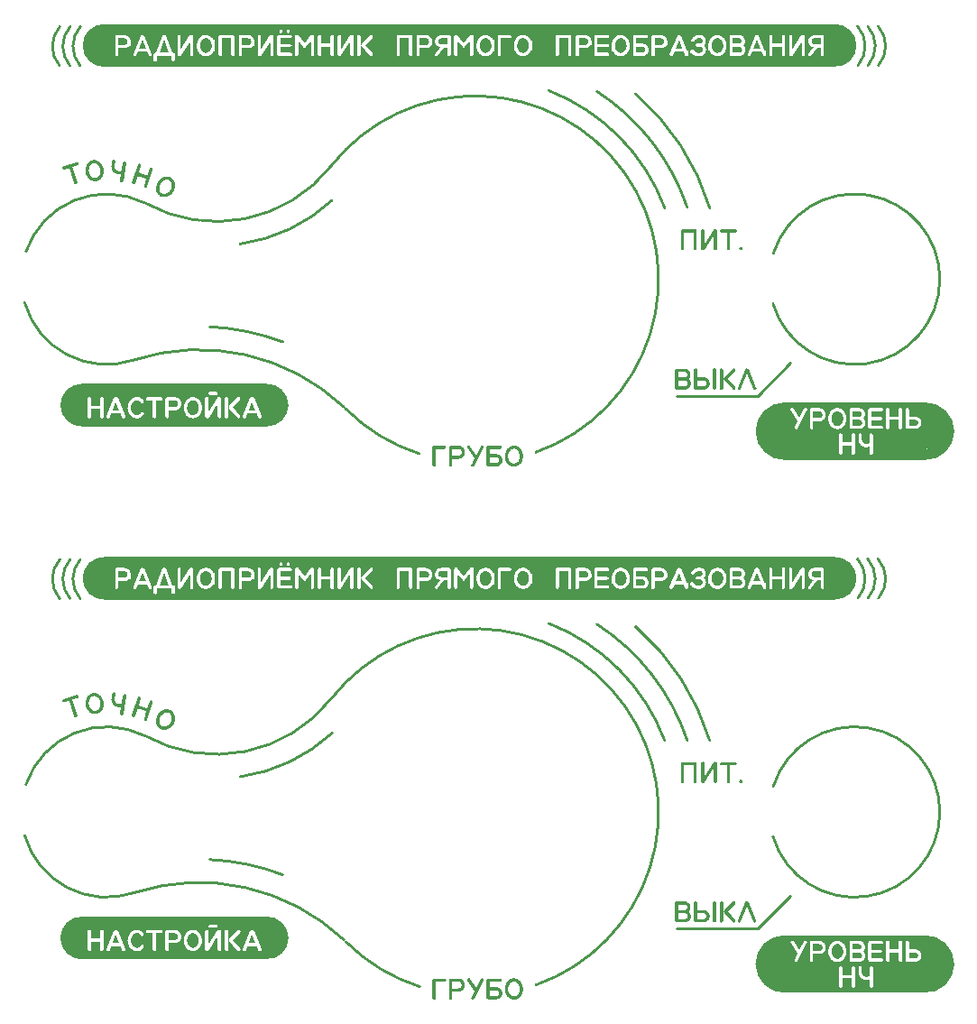
<source format=gto>
G04*
G04 #@! TF.GenerationSoftware,Altium Limited,Altium Designer,21.0.8 (223)*
G04*
G04 Layer_Color=65535*
%FSLAX25Y25*%
%MOIN*%
G70*
G04*
G04 #@! TF.SameCoordinates,1038851D-6751-456F-ADCF-613883C18876*
G04*
G04*
G04 #@! TF.FilePolarity,Positive*
G04*
G01*
G75*
%ADD23C,0.01008*%
%ADD24C,0.03937*%
%ADD25C,0.00984*%
%ADD26R,0.06890X0.11811*%
%ADD27R,0.07874X0.13780*%
%ADD28R,0.06890X0.13780*%
G36*
X438209Y479547D02*
X168524D01*
Y495295D01*
X438209D01*
Y479547D01*
D02*
G37*
G36*
X164815Y445107D02*
X164984Y445086D01*
X165174Y445068D01*
X165367Y445028D01*
X165573Y444968D01*
X165792Y444898D01*
X166014Y444807D01*
X166241Y444683D01*
X166469Y444549D01*
X166690Y444380D01*
X166903Y444189D01*
X166916Y444179D01*
X166954Y444140D01*
X167006Y444081D01*
X167072Y444002D01*
X167152Y443903D01*
X167245Y443783D01*
X167353Y443643D01*
X167462Y443493D01*
X167564Y443308D01*
X167677Y443125D01*
X167784Y442907D01*
X167879Y442689D01*
X167967Y442447D01*
X168046Y442193D01*
X168114Y441938D01*
X168163Y441657D01*
X168166Y441636D01*
X168172Y441593D01*
X168173Y441504D01*
X168186Y441407D01*
X168182Y441274D01*
X168193Y441110D01*
X168183Y440943D01*
X168177Y440744D01*
X168149Y440542D01*
X168125Y440318D01*
X168078Y440091D01*
X168023Y439852D01*
X167957Y439600D01*
X167858Y439355D01*
X167759Y439110D01*
X167626Y438871D01*
X167617Y438859D01*
X167590Y438811D01*
X167544Y438750D01*
X167480Y438653D01*
X167394Y438553D01*
X167289Y438428D01*
X167174Y438302D01*
X167039Y438162D01*
X166893Y438021D01*
X166723Y437888D01*
X166532Y437752D01*
X166327Y437636D01*
X166110Y437529D01*
X165870Y437430D01*
X165627Y437353D01*
X165357Y437305D01*
X165292Y437296D01*
X165215Y437297D01*
X165116Y437294D01*
X164983Y437298D01*
X164839Y437301D01*
X164671Y437322D01*
X164481Y437340D01*
X164288Y437381D01*
X164081Y437441D01*
X163862Y437510D01*
X163640Y437601D01*
X163416Y437714D01*
X163198Y437850D01*
X162966Y438017D01*
X162753Y438209D01*
X162740Y438218D01*
X162702Y438257D01*
X162650Y438316D01*
X162584Y438395D01*
X162504Y438495D01*
X162411Y438614D01*
X162303Y438754D01*
X162204Y438917D01*
X162092Y439089D01*
X161978Y439284D01*
X161872Y439490D01*
X161775Y439719D01*
X161687Y439961D01*
X161609Y440215D01*
X161541Y440471D01*
X161492Y440751D01*
X161489Y440772D01*
X161483Y440816D01*
X161482Y440904D01*
X161469Y441001D01*
X161471Y441145D01*
X161461Y441298D01*
X161472Y441465D01*
X161478Y441664D01*
X161505Y441867D01*
X161530Y442091D01*
X161576Y442317D01*
X161632Y442557D01*
X161710Y442799D01*
X161798Y443043D01*
X161897Y443288D01*
X162030Y443526D01*
X162039Y443539D01*
X162066Y443586D01*
X162111Y443659D01*
X162177Y443745D01*
X162261Y443856D01*
X162367Y443969D01*
X162480Y444106D01*
X162616Y444246D01*
X162764Y444376D01*
X162942Y444522D01*
X163124Y444646D01*
X163328Y444773D01*
X163545Y444879D01*
X163785Y444978D01*
X164028Y445055D01*
X164297Y445103D01*
X164362Y445112D01*
X164440Y445111D01*
X164549Y445115D01*
X164670Y445121D01*
X164815Y445107D01*
D02*
G37*
G36*
X171927Y445264D02*
X172015Y445260D01*
X172058Y445253D01*
X172110Y445233D01*
X172163Y445213D01*
X172234Y445178D01*
X172293Y445135D01*
X172362Y445079D01*
X172417Y445014D01*
X172426Y445002D01*
X172444Y444976D01*
X172460Y444940D01*
X172485Y444892D01*
X172506Y444822D01*
X172526Y444741D01*
X172524Y444663D01*
X172518Y444565D01*
X172252Y443002D01*
X172251Y442991D01*
X172247Y442970D01*
X172241Y442938D01*
X172243Y442882D01*
X172234Y442828D01*
X172232Y442751D01*
X172248Y442582D01*
X172268Y442379D01*
X172322Y442170D01*
X172405Y441945D01*
X172464Y441835D01*
X172534Y441724D01*
X172545Y441722D01*
X172552Y441698D01*
X172581Y441671D01*
X172607Y441634D01*
X172702Y441540D01*
X172828Y441430D01*
X172994Y441302D01*
X173186Y441191D01*
X173404Y441099D01*
X173531Y441066D01*
X173658Y441034D01*
X173723Y441023D01*
X173768Y441026D01*
X173899Y441015D01*
X174056Y441021D01*
X174250Y441055D01*
X174446Y441099D01*
X174671Y441183D01*
X174768Y441233D01*
X174879Y441303D01*
X175352Y444083D01*
X175354Y444094D01*
X175356Y444104D01*
X175361Y444137D01*
X175379Y444178D01*
X175417Y444271D01*
X175480Y444382D01*
X175564Y444479D01*
X175688Y444558D01*
X175770Y444588D01*
X175851Y444608D01*
X175940Y444604D01*
X176049Y444596D01*
X176071Y444593D01*
X176144Y444569D01*
X176227Y444533D01*
X176338Y444469D01*
X176433Y444376D01*
X176469Y444325D01*
X176501Y444253D01*
X176531Y444171D01*
X176550Y444090D01*
X176545Y443991D01*
X176537Y443881D01*
X175418Y437297D01*
X175416Y437287D01*
X175414Y437276D01*
X175393Y437213D01*
X175355Y437120D01*
X175293Y437019D01*
X175210Y436923D01*
X175086Y436844D01*
X175016Y436823D01*
X174924Y436805D01*
X174836Y436809D01*
X174726Y436816D01*
X174705Y436820D01*
X174631Y436844D01*
X174549Y436880D01*
X174448Y436941D01*
X174341Y437026D01*
X174273Y437149D01*
X174241Y437220D01*
X174221Y437301D01*
X174227Y437400D01*
X174233Y437499D01*
X174639Y439891D01*
X174629Y439893D01*
X174616Y439884D01*
X174582Y439879D01*
X174537Y439875D01*
X174422Y439851D01*
X174275Y439831D01*
X174095Y439817D01*
X173904Y439806D01*
X173685Y439821D01*
X173468Y439847D01*
X173414Y439856D01*
X173351Y439877D01*
X173265Y439892D01*
X173170Y439919D01*
X173044Y439963D01*
X172918Y440006D01*
X172775Y440075D01*
X172631Y440144D01*
X172468Y440227D01*
X172317Y440319D01*
X172160Y440435D01*
X172002Y440550D01*
X171850Y440698D01*
X171697Y440846D01*
X171561Y441024D01*
X171553Y441037D01*
X171536Y441073D01*
X171501Y441123D01*
X171458Y441197D01*
X171406Y441284D01*
X171347Y441393D01*
X171292Y441525D01*
X171238Y441667D01*
X171187Y441820D01*
X171137Y441983D01*
X171091Y442169D01*
X171055Y442352D01*
X171035Y442555D01*
X171026Y442767D01*
X171039Y442976D01*
X171067Y443204D01*
X171333Y444766D01*
X171335Y444777D01*
X171340Y444809D01*
X171358Y444850D01*
X171380Y444913D01*
X171413Y444974D01*
X171447Y445046D01*
X171501Y445103D01*
X171566Y445159D01*
X171578Y445168D01*
X171604Y445186D01*
X171640Y445202D01*
X171699Y445225D01*
X171769Y445246D01*
X171839Y445268D01*
X171927Y445264D01*
D02*
G37*
G36*
X158429Y444278D02*
X158553Y444247D01*
X158678Y444171D01*
X158729Y444117D01*
X158785Y444043D01*
X158821Y443962D01*
X158863Y443861D01*
X158866Y443850D01*
X158869Y443840D01*
X158877Y443774D01*
X158885Y443673D01*
X158874Y443556D01*
X158843Y443433D01*
X158766Y443307D01*
X158713Y443257D01*
X158649Y443203D01*
X158569Y443168D01*
X158467Y443126D01*
X156656Y442582D01*
X158377Y436845D01*
X158380Y436835D01*
X158383Y436824D01*
X158392Y436759D01*
X158399Y436658D01*
X158388Y436541D01*
X158357Y436417D01*
X158281Y436292D01*
X158227Y436241D01*
X158163Y436188D01*
X158083Y436152D01*
X157981Y436110D01*
X157960Y436104D01*
X157884Y436093D01*
X157783Y436085D01*
X157666Y436096D01*
X157543Y436127D01*
X157417Y436204D01*
X157356Y436254D01*
X157303Y436318D01*
X157264Y436409D01*
X157225Y436500D01*
X155504Y442237D01*
X153693Y441694D01*
X153617Y441682D01*
X153527Y441678D01*
X153409Y441688D01*
X153275Y441717D01*
X153160Y441796D01*
X153099Y441846D01*
X153046Y441910D01*
X153007Y442001D01*
X152969Y442092D01*
X152965Y442103D01*
X152962Y442113D01*
X152951Y442190D01*
X152947Y442280D01*
X152954Y442408D01*
X152985Y442531D01*
X153065Y442646D01*
X153126Y442710D01*
X153190Y442764D01*
X153270Y442799D01*
X153372Y442841D01*
X158145Y444273D01*
X158212Y444281D01*
X158312Y444289D01*
X158429Y444278D01*
D02*
G37*
G36*
X181412Y443763D02*
X181509Y443743D01*
X181530Y443736D01*
X181599Y443702D01*
X181676Y443654D01*
X181776Y443575D01*
X181856Y443469D01*
X181884Y443413D01*
X181905Y443338D01*
X181923Y443251D01*
X181931Y443168D01*
X181911Y443072D01*
X181887Y442964D01*
X181072Y440471D01*
X184366Y439395D01*
X185180Y441888D01*
X185184Y441898D01*
X185187Y441909D01*
X185197Y441940D01*
X185221Y441978D01*
X185273Y442065D01*
X185352Y442166D01*
X185448Y442249D01*
X185582Y442309D01*
X185658Y442330D01*
X185741Y442337D01*
X185838Y442317D01*
X185935Y442297D01*
X185977Y442283D01*
X186025Y442256D01*
X186074Y442229D01*
X186140Y442184D01*
X186192Y442133D01*
X186251Y442067D01*
X186296Y441995D01*
X186303Y441981D01*
X186317Y441954D01*
X186328Y441916D01*
X186342Y441854D01*
X186353Y441781D01*
X186360Y441698D01*
X186344Y441612D01*
X186323Y441515D01*
X184249Y435167D01*
X184246Y435156D01*
X184236Y435125D01*
X184212Y435087D01*
X184181Y435028D01*
X184140Y434972D01*
X184085Y434910D01*
X184023Y434861D01*
X183951Y434816D01*
X183937Y434809D01*
X183913Y434805D01*
X183871Y434784D01*
X183813Y434781D01*
X183750Y434766D01*
X183668Y434759D01*
X183581Y434776D01*
X183484Y434796D01*
X183463Y434803D01*
X183404Y434833D01*
X183318Y434885D01*
X183227Y434960D01*
X183144Y435056D01*
X183084Y435191D01*
X183073Y435263D01*
X183066Y435346D01*
X183086Y435443D01*
X183106Y435540D01*
X183996Y438262D01*
X180702Y439338D01*
X179813Y436616D01*
X179809Y436606D01*
X179806Y436595D01*
X179775Y436537D01*
X179724Y436450D01*
X179648Y436360D01*
X179552Y436276D01*
X179418Y436216D01*
X179345Y436206D01*
X179252Y436202D01*
X179165Y436218D01*
X179058Y436242D01*
X179017Y436256D01*
X178979Y436279D01*
X178919Y436310D01*
X178864Y436351D01*
X178798Y436396D01*
X178739Y436461D01*
X178693Y436533D01*
X178686Y436547D01*
X178683Y436572D01*
X178662Y436613D01*
X178658Y436672D01*
X178644Y436734D01*
X178637Y436817D01*
X178650Y436893D01*
X178670Y436990D01*
X180744Y443338D01*
X180748Y443348D01*
X180758Y443379D01*
X180785Y443428D01*
X180816Y443487D01*
X180857Y443542D01*
X180902Y443608D01*
X180967Y443667D01*
X181039Y443713D01*
X181053Y443720D01*
X181080Y443734D01*
X181119Y443744D01*
X181181Y443758D01*
X181253Y443769D01*
X181336Y443777D01*
X181412Y443763D01*
D02*
G37*
G36*
X191816Y439005D02*
X192054Y438979D01*
X192291Y438928D01*
X192541Y438857D01*
X192780Y438767D01*
X193020Y438638D01*
X193077Y438605D01*
X193137Y438557D01*
X193226Y438492D01*
X193324Y438421D01*
X193430Y438321D01*
X193549Y438200D01*
X193687Y438068D01*
X193814Y437917D01*
X193939Y437742D01*
X194068Y437552D01*
X194186Y437343D01*
X194287Y437106D01*
X194383Y436859D01*
X194453Y436590D01*
X194502Y436307D01*
X194506Y436292D01*
X194512Y436238D01*
X194516Y436159D01*
X194519Y436056D01*
X194520Y435929D01*
X194519Y435777D01*
X194517Y435601D01*
X194509Y435415D01*
X194475Y435207D01*
X194451Y434993D01*
X194400Y434756D01*
X194340Y434525D01*
X194260Y434281D01*
X194164Y434032D01*
X194060Y433790D01*
X193925Y433539D01*
X193914Y433520D01*
X193891Y433483D01*
X193838Y433413D01*
X193788Y433328D01*
X193702Y433226D01*
X193610Y433091D01*
X193498Y432966D01*
X193370Y432813D01*
X193223Y432671D01*
X193065Y432511D01*
X192888Y432361D01*
X192696Y432208D01*
X192490Y432050D01*
X192260Y431919D01*
X192031Y431788D01*
X191779Y431683D01*
X191764Y431679D01*
X191713Y431658D01*
X191638Y431638D01*
X191528Y431602D01*
X191399Y431576D01*
X191240Y431543D01*
X191071Y431516D01*
X190878Y431490D01*
X190676Y431469D01*
X190461Y431469D01*
X190226Y431481D01*
X189994Y431516D01*
X189757Y431567D01*
X189507Y431638D01*
X189268Y431728D01*
X189027Y431857D01*
X188971Y431890D01*
X188910Y431939D01*
X188831Y431998D01*
X188729Y432083D01*
X188618Y432174D01*
X188499Y432295D01*
X188361Y432427D01*
X188234Y432578D01*
X188109Y432753D01*
X187980Y432943D01*
X187862Y433152D01*
X187755Y433380D01*
X187669Y433621D01*
X187590Y433896D01*
X187540Y434179D01*
X187537Y434194D01*
X187530Y434248D01*
X187526Y434327D01*
X187523Y434430D01*
X187522Y434557D01*
X187523Y434709D01*
X187525Y434885D01*
X187548Y435075D01*
X187567Y435279D01*
X187597Y435502D01*
X187642Y435730D01*
X187707Y435970D01*
X187788Y436214D01*
X187883Y436463D01*
X187988Y436705D01*
X188123Y436956D01*
X188134Y436975D01*
X188156Y437012D01*
X188210Y437082D01*
X188260Y437167D01*
X188351Y437278D01*
X188438Y437404D01*
X188549Y437529D01*
X188678Y437682D01*
X188824Y437824D01*
X188982Y437985D01*
X189159Y438134D01*
X189351Y438287D01*
X189562Y438430D01*
X189782Y438566D01*
X190011Y438698D01*
X190264Y438803D01*
X190279Y438807D01*
X190329Y438828D01*
X190409Y438857D01*
X190514Y438884D01*
X190649Y438919D01*
X190802Y438942D01*
X190976Y438979D01*
X191169Y439005D01*
X191366Y439016D01*
X191596Y439020D01*
X191816Y439005D01*
D02*
G37*
G36*
X394304Y419613D02*
X394359Y419602D01*
X394425Y419580D01*
X394501Y419547D01*
X394567Y419503D01*
X394643Y419438D01*
X394654Y419427D01*
X394676Y419405D01*
X394698Y419372D01*
X394742Y419317D01*
X394774Y419263D01*
X394796Y419186D01*
X394818Y419110D01*
X394829Y419022D01*
Y412344D01*
Y412333D01*
Y412322D01*
X394818Y412257D01*
X394796Y412158D01*
X394752Y412049D01*
X394676Y411940D01*
X394567Y411841D01*
X394501Y411809D01*
X394425Y411776D01*
X394326Y411765D01*
X394217Y411754D01*
X394195D01*
X394129Y411765D01*
X394031Y411787D01*
X393922Y411830D01*
X393812Y411896D01*
X393714Y412005D01*
X393681Y412071D01*
X393649Y412147D01*
X393637Y412246D01*
X393627Y412344D01*
Y417306D01*
X390315Y412027D01*
X390304Y412016D01*
X390271Y411983D01*
X390238Y411951D01*
X390195Y411929D01*
X390140Y411896D01*
X390074Y411852D01*
X390063D01*
X390042Y411841D01*
X389976Y411809D01*
X389878Y411765D01*
X389801Y411754D01*
X389517D01*
X389473Y411765D01*
X389419Y411776D01*
X389364Y411798D01*
X389287Y411830D01*
X389222Y411874D01*
X389145Y411929D01*
X389134Y411940D01*
X389112Y411962D01*
X389091Y411994D01*
X389058Y412049D01*
X389014Y412104D01*
X388992Y412180D01*
X388970Y412257D01*
X388960Y412344D01*
Y419022D01*
Y419033D01*
Y419066D01*
X388970Y419121D01*
X388981Y419186D01*
X389003Y419252D01*
X389036Y419328D01*
X389080Y419405D01*
X389145Y419471D01*
X389156Y419481D01*
X389178Y419492D01*
X389211Y419514D01*
X389265Y419547D01*
X389320Y419580D01*
X389397Y419602D01*
X389473Y419613D01*
X389561Y419624D01*
X389582D01*
X389659Y419613D01*
X389746Y419591D01*
X389867Y419547D01*
X389976Y419481D01*
X390063Y419372D01*
X390107Y419307D01*
X390140Y419219D01*
X390151Y419132D01*
X390162Y419022D01*
Y414049D01*
X393474Y419339D01*
X393484Y419350D01*
X393528Y419394D01*
X393594Y419449D01*
X393649Y419481D01*
X393714Y419514D01*
X393725D01*
X393747Y419536D01*
X393823Y419569D01*
X393911Y419602D01*
X393987Y419624D01*
X394261D01*
X394304Y419613D01*
D02*
G37*
G36*
X403704Y413033D02*
X403802Y413011D01*
X403912Y412967D01*
X404021Y412902D01*
X404119Y412792D01*
X404152Y412727D01*
X404185Y412639D01*
X404196Y412552D01*
X404207Y412442D01*
Y412344D01*
Y412333D01*
Y412322D01*
X404196Y412257D01*
X404174Y412158D01*
X404130Y412049D01*
X404065Y411940D01*
X403956Y411841D01*
X403890Y411809D01*
X403813Y411776D01*
X403726Y411765D01*
X403617Y411754D01*
X403595D01*
X403518Y411765D01*
X403431Y411787D01*
X403322Y411830D01*
X403201Y411896D01*
X403114Y412005D01*
X403070Y412071D01*
X403037Y412147D01*
X403026Y412246D01*
X403016Y412344D01*
Y412442D01*
Y412453D01*
Y412464D01*
X403026Y412541D01*
X403048Y412628D01*
X403092Y412748D01*
X403158Y412858D01*
X403267Y412945D01*
X403343Y412989D01*
X403420Y413022D01*
X403507Y413033D01*
X403617Y413044D01*
X403639D01*
X403704Y413033D01*
D02*
G37*
G36*
X401573Y419514D02*
X401671Y419492D01*
X401780Y419449D01*
X401890Y419383D01*
X401988Y419274D01*
X402021Y419208D01*
X402054Y419121D01*
X402065Y419033D01*
X402075Y418924D01*
Y418913D01*
Y418902D01*
X402065Y418836D01*
X402043Y418738D01*
X401999Y418629D01*
X401933Y418520D01*
X401824Y418421D01*
X401758Y418388D01*
X401682Y418356D01*
X401595Y418345D01*
X401485Y418334D01*
X399594D01*
Y412344D01*
Y412333D01*
Y412322D01*
X399583Y412257D01*
X399562Y412158D01*
X399518Y412049D01*
X399452Y411940D01*
X399343Y411841D01*
X399277Y411809D01*
X399201Y411776D01*
X399113Y411765D01*
X399004Y411754D01*
X398982D01*
X398906Y411765D01*
X398807Y411787D01*
X398698Y411830D01*
X398589Y411896D01*
X398491Y412005D01*
X398447Y412071D01*
X398414Y412147D01*
X398403Y412246D01*
X398392Y412344D01*
Y418334D01*
X396501D01*
X396425Y418345D01*
X396337Y418367D01*
X396228Y418410D01*
X396108Y418476D01*
X396020Y418585D01*
X395976Y418651D01*
X395944Y418727D01*
X395933Y418826D01*
X395922Y418924D01*
Y418935D01*
Y418946D01*
X395933Y419022D01*
X395955Y419110D01*
X395998Y419230D01*
X396064Y419339D01*
X396173Y419427D01*
X396250Y419471D01*
X396326Y419503D01*
X396414Y419514D01*
X396523Y419525D01*
X401507D01*
X401573Y419514D01*
D02*
G37*
G36*
X386817D02*
X386872Y419503D01*
X386937Y419481D01*
X387003Y419449D01*
X387080Y419405D01*
X387145Y419339D01*
X387156Y419328D01*
X387178Y419307D01*
X387200Y419274D01*
X387244Y419219D01*
X387276Y419165D01*
X387298Y419088D01*
X387320Y419011D01*
X387331Y418924D01*
Y412344D01*
Y412333D01*
Y412300D01*
X387320Y412257D01*
X387309Y412191D01*
X387287Y412125D01*
X387254Y412049D01*
X387211Y411983D01*
X387156Y411918D01*
X387145Y411907D01*
X387123Y411896D01*
X387090Y411863D01*
X387047Y411841D01*
X386981Y411809D01*
X386905Y411776D01*
X386828Y411765D01*
X386730Y411754D01*
X386708D01*
X386631Y411765D01*
X386544Y411787D01*
X386435Y411830D01*
X386314Y411896D01*
X386227Y412005D01*
X386183Y412071D01*
X386151Y412147D01*
X386140Y412246D01*
X386129Y412344D01*
Y418334D01*
X382675D01*
Y412344D01*
Y412333D01*
Y412322D01*
X382664Y412257D01*
X382642Y412158D01*
X382598Y412049D01*
X382533Y411940D01*
X382423Y411841D01*
X382358Y411809D01*
X382270Y411776D01*
X382183Y411765D01*
X382074Y411754D01*
X382030D01*
X381986Y411765D01*
X381921Y411776D01*
X381855Y411798D01*
X381779Y411820D01*
X381702Y411863D01*
X381636Y411918D01*
X381626Y411929D01*
X381614Y411951D01*
X381582Y411983D01*
X381560Y412038D01*
X381527Y412093D01*
X381494Y412169D01*
X381483Y412246D01*
X381472Y412344D01*
Y418924D01*
Y418935D01*
Y418968D01*
X381483Y419011D01*
X381494Y419066D01*
X381516Y419132D01*
X381549Y419197D01*
X381593Y419274D01*
X381647Y419339D01*
X381658Y419350D01*
X381680Y419372D01*
X381724Y419394D01*
X381768Y419438D01*
X381833Y419471D01*
X381910Y419492D01*
X381986Y419514D01*
X382074Y419525D01*
X386773D01*
X386817Y419514D01*
D02*
G37*
G36*
X393953Y368185D02*
X394019Y368175D01*
X394084Y368153D01*
X394161Y368131D01*
X394227Y368087D01*
X394292Y368032D01*
X394303Y368021D01*
X394325Y368000D01*
X394347Y367967D01*
X394380Y367912D01*
X394412Y367858D01*
X394445Y367781D01*
X394456Y367693D01*
X394467Y367595D01*
Y360917D01*
Y360906D01*
Y360873D01*
X394456Y360829D01*
X394445Y360764D01*
X394423Y360698D01*
X394391Y360622D01*
X394347Y360545D01*
X394292Y360480D01*
X394281Y360469D01*
X394259Y360458D01*
X394227Y360425D01*
X394183Y360403D01*
X394117Y360370D01*
X394041Y360338D01*
X393964Y360327D01*
X393866Y360316D01*
X393844D01*
X393767Y360327D01*
X393680Y360349D01*
X393571Y360392D01*
X393450Y360458D01*
X393363Y360567D01*
X393319Y360644D01*
X393286Y360720D01*
X393276Y360808D01*
X393265Y360917D01*
Y367595D01*
Y367606D01*
Y367617D01*
X393276Y367693D01*
X393298Y367781D01*
X393341Y367901D01*
X393407Y368010D01*
X393516Y368098D01*
X393593Y368142D01*
X393669Y368175D01*
X393757Y368185D01*
X393866Y368196D01*
X393910D01*
X393953Y368185D01*
D02*
G37*
G36*
X386980Y368087D02*
X387046Y368076D01*
X387111Y368054D01*
X387188Y368021D01*
X387253Y367978D01*
X387319Y367923D01*
X387330Y367912D01*
X387352Y367890D01*
X387373Y367858D01*
X387406Y367814D01*
X387439Y367748D01*
X387472Y367672D01*
X387483Y367595D01*
X387494Y367497D01*
Y364874D01*
X389909D01*
X389975Y364863D01*
X390062Y364852D01*
X390150Y364841D01*
X390259Y364819D01*
X390379Y364786D01*
X390631Y364710D01*
X390762Y364655D01*
X390893Y364589D01*
X391035Y364513D01*
X391166Y364425D01*
X391297Y364327D01*
X391428Y364207D01*
X391439Y364196D01*
X391461Y364174D01*
X391494Y364141D01*
X391538Y364087D01*
X391582Y364021D01*
X391636Y363945D01*
X391702Y363857D01*
X391767Y363759D01*
X391822Y363649D01*
X391887Y363518D01*
X391997Y363245D01*
X392030Y363103D01*
X392062Y362939D01*
X392084Y362775D01*
X392095Y362600D01*
Y362589D01*
Y362556D01*
Y362513D01*
X392084Y362436D01*
X392073Y362360D01*
X392062Y362261D01*
X392040Y362163D01*
X392008Y362043D01*
X391931Y361791D01*
X391877Y361649D01*
X391811Y361518D01*
X391735Y361376D01*
X391647Y361245D01*
X391549Y361114D01*
X391428Y360982D01*
X391418Y360972D01*
X391396Y360950D01*
X391363Y360917D01*
X391308Y360884D01*
X391243Y360829D01*
X391166Y360775D01*
X391079Y360709D01*
X390980Y360655D01*
X390871Y360589D01*
X390740Y360524D01*
X390467Y360425D01*
X390324Y360381D01*
X390161Y360349D01*
X389997Y360327D01*
X389822Y360316D01*
X386849D01*
X386805Y360327D01*
X386750Y360338D01*
X386685Y360360D01*
X386608Y360392D01*
X386543Y360436D01*
X386466Y360491D01*
X386455Y360502D01*
X386444Y360524D01*
X386412Y360567D01*
X386379Y360611D01*
X386346Y360677D01*
X386324Y360753D01*
X386302Y360829D01*
X386291Y360917D01*
Y367497D01*
Y367508D01*
Y367541D01*
X386302Y367584D01*
X386313Y367650D01*
X386335Y367715D01*
X386357Y367792D01*
X386401Y367858D01*
X386455Y367923D01*
X386466Y367934D01*
X386488Y367956D01*
X386521Y367978D01*
X386576Y368010D01*
X386641Y368043D01*
X386718Y368076D01*
X386794Y368087D01*
X386893Y368098D01*
X386936D01*
X386980Y368087D01*
D02*
G37*
G36*
X383012Y367989D02*
X383089Y367978D01*
X383176Y367967D01*
X383384Y367923D01*
X383624Y367847D01*
X383756Y367792D01*
X383887Y367737D01*
X384018Y367661D01*
X384138Y367573D01*
X384269Y367475D01*
X384389Y367366D01*
X384401Y367355D01*
X384422Y367333D01*
X384444Y367300D01*
X384488Y367256D01*
X384532Y367191D01*
X384586Y367114D01*
X384652Y367038D01*
X384706Y366939D01*
X384827Y366710D01*
X384925Y366458D01*
X384969Y366305D01*
X385002Y366163D01*
X385013Y365999D01*
X385023Y365835D01*
Y365825D01*
Y365792D01*
Y365748D01*
X385013Y365682D01*
X385002Y365606D01*
X384991Y365518D01*
X384947Y365311D01*
X384870Y365081D01*
X384816Y364950D01*
X384750Y364819D01*
X384674Y364688D01*
X384597Y364568D01*
X384488Y364436D01*
X384379Y364316D01*
X384389Y364305D01*
X384411Y364283D01*
X384444Y364251D01*
X384499Y364196D01*
X384554Y364130D01*
X384619Y364054D01*
X384685Y363955D01*
X384750Y363857D01*
X384816Y363737D01*
X384892Y363606D01*
X384947Y363464D01*
X385002Y363311D01*
X385056Y363147D01*
X385089Y362972D01*
X385111Y362797D01*
X385122Y362600D01*
Y362589D01*
Y362556D01*
Y362502D01*
X385111Y362436D01*
X385100Y362349D01*
X385089Y362250D01*
X385067Y362141D01*
X385045Y362032D01*
X384958Y361770D01*
X384914Y361627D01*
X384849Y361496D01*
X384772Y361354D01*
X384685Y361223D01*
X384586Y361092D01*
X384466Y360961D01*
X384455Y360950D01*
X384433Y360928D01*
X384401Y360906D01*
X384346Y360862D01*
X384280Y360808D01*
X384204Y360753D01*
X384116Y360698D01*
X384018Y360644D01*
X383898Y360578D01*
X383777Y360524D01*
X383493Y360414D01*
X383340Y360370D01*
X383176Y360349D01*
X383012Y360327D01*
X382826Y360316D01*
X379865D01*
X379821Y360327D01*
X379766Y360338D01*
X379701Y360360D01*
X379624Y360392D01*
X379558Y360436D01*
X379482Y360491D01*
X379471Y360502D01*
X379460Y360524D01*
X379427Y360567D01*
X379395Y360611D01*
X379362Y360677D01*
X379340Y360753D01*
X379318Y360829D01*
X379307Y360917D01*
Y367398D01*
Y367409D01*
Y367442D01*
X379318Y367486D01*
X379329Y367541D01*
X379351Y367606D01*
X379384Y367672D01*
X379427Y367748D01*
X379482Y367814D01*
X379493Y367825D01*
X379515Y367847D01*
X379558Y367868D01*
X379602Y367912D01*
X379668Y367945D01*
X379744Y367967D01*
X379821Y367989D01*
X379908Y368000D01*
X382947D01*
X383012Y367989D01*
D02*
G37*
G36*
X406031Y368098D02*
X406118Y368054D01*
X406184Y368021D01*
X406250Y367978D01*
X406260D01*
X406282Y367956D01*
X406359Y367901D01*
X406435Y367825D01*
X406479Y367781D01*
X406501Y367737D01*
X409332Y361059D01*
X409343Y361037D01*
X409354Y360982D01*
X409365Y360906D01*
X409375Y360808D01*
Y360797D01*
Y360764D01*
X409365Y360720D01*
X409354Y360665D01*
X409332Y360600D01*
X409299Y360534D01*
X409255Y360458D01*
X409190Y360392D01*
X409179Y360381D01*
X409157Y360370D01*
X409113Y360338D01*
X409069Y360316D01*
X409004Y360283D01*
X408927Y360250D01*
X408840Y360239D01*
X408752Y360228D01*
X408742D01*
X408687Y360239D01*
X408621Y360250D01*
X408545Y360272D01*
X408457Y360316D01*
X408370Y360381D01*
X408283Y360469D01*
X408217Y360589D01*
X405845Y366196D01*
X403670Y360611D01*
X403659Y360600D01*
X403637Y360556D01*
X403605Y360491D01*
X403550Y360425D01*
X403473Y360349D01*
X403375Y360294D01*
X403266Y360250D01*
X403134Y360228D01*
X403091D01*
X403047Y360239D01*
X402982Y360250D01*
X402916Y360272D01*
X402839Y360294D01*
X402774Y360338D01*
X402697Y360392D01*
X402686Y360403D01*
X402665Y360425D01*
X402643Y360458D01*
X402610Y360502D01*
X402566Y360567D01*
X402544Y360633D01*
X402522Y360709D01*
X402512Y360797D01*
Y360808D01*
Y360819D01*
Y360873D01*
X402522Y360950D01*
X402544Y361037D01*
X405135Y367715D01*
Y367726D01*
X405146Y367737D01*
X405189Y367792D01*
X405255Y367868D01*
X405309Y367923D01*
X405375Y367967D01*
X405386Y367978D01*
X405408Y367989D01*
X405441Y368010D01*
X405495Y368043D01*
X405594Y368087D01*
X405648Y368098D01*
X405703Y368109D01*
X405965D01*
X406031Y368098D01*
D02*
G37*
G36*
X401112Y368087D02*
X401167Y368076D01*
X401233Y368054D01*
X401298Y368021D01*
X401375Y367978D01*
X401440Y367923D01*
X401451Y367912D01*
X401473Y367890D01*
X401495Y367858D01*
X401528Y367803D01*
X401561Y367737D01*
X401593Y367672D01*
X401604Y367584D01*
X401615Y367497D01*
Y367486D01*
Y367453D01*
X401604Y367409D01*
X401593Y367355D01*
X401572Y367289D01*
X401550Y367224D01*
X401506Y367147D01*
X401451Y367081D01*
X398708Y364262D01*
X401462Y361223D01*
X401473Y361212D01*
X401484Y361190D01*
X401506Y361157D01*
X401539Y361114D01*
X401572Y361048D01*
X401593Y360982D01*
X401604Y360906D01*
X401615Y360819D01*
Y360808D01*
Y360775D01*
X401604Y360731D01*
X401593Y360677D01*
X401572Y360600D01*
X401539Y360534D01*
X401495Y360458D01*
X401440Y360392D01*
X401429Y360381D01*
X401407Y360370D01*
X401375Y360338D01*
X401320Y360316D01*
X401265Y360283D01*
X401189Y360250D01*
X401112Y360239D01*
X401025Y360228D01*
X400981D01*
X400927Y360239D01*
X400872Y360250D01*
X400796Y360272D01*
X400719Y360316D01*
X400642Y360360D01*
X400577Y360425D01*
X397451Y363879D01*
X397440Y363890D01*
X397429Y363912D01*
X397396Y363945D01*
X397374Y363988D01*
X397309Y364119D01*
X397298Y364185D01*
X397287Y364272D01*
Y364283D01*
Y364316D01*
X397298Y364360D01*
X397309Y364415D01*
X397331Y364480D01*
X397363Y364546D01*
X397407Y364622D01*
X397462Y364688D01*
X400588Y367923D01*
X400599Y367934D01*
X400621Y367956D01*
X400653Y367978D01*
X400708Y368010D01*
X400774Y368043D01*
X400850Y368076D01*
X400927Y368087D01*
X401025Y368098D01*
X401069D01*
X401112Y368087D01*
D02*
G37*
G36*
X396544D02*
X396598Y368076D01*
X396729Y368032D01*
X396795Y368000D01*
X396861Y367945D01*
X396872Y367934D01*
X396893Y367912D01*
X396926Y367879D01*
X396959Y367825D01*
X396992Y367759D01*
X397025Y367683D01*
X397046Y367595D01*
X397057Y367497D01*
Y360819D01*
Y360808D01*
Y360775D01*
X397046Y360720D01*
X397036Y360665D01*
X397014Y360589D01*
X396970Y360512D01*
X396926Y360436D01*
X396861Y360370D01*
X396850Y360360D01*
X396828Y360349D01*
X396795Y360327D01*
X396740Y360305D01*
X396620Y360250D01*
X396544Y360239D01*
X396456Y360228D01*
X396424D01*
X396380Y360239D01*
X396325Y360250D01*
X396194Y360294D01*
X396117Y360327D01*
X396052Y360370D01*
X396041Y360381D01*
X396019Y360403D01*
X395986Y360436D01*
X395953Y360491D01*
X395921Y360556D01*
X395888Y360633D01*
X395866Y360720D01*
X395855Y360819D01*
Y367497D01*
Y367508D01*
Y367541D01*
X395866Y367595D01*
X395877Y367661D01*
X395899Y367726D01*
X395942Y367803D01*
X395986Y367879D01*
X396052Y367945D01*
X396063Y367956D01*
X396085Y367967D01*
X396117Y367989D01*
X396172Y368021D01*
X396292Y368076D01*
X396369Y368087D01*
X396456Y368098D01*
X396500D01*
X396544Y368087D01*
D02*
G37*
G36*
X228445Y346673D02*
X160305D01*
Y362449D01*
X228445D01*
Y346673D01*
D02*
G37*
G36*
X308058Y339662D02*
X308124Y339651D01*
X308190Y339629D01*
X308266Y339596D01*
X308332Y339552D01*
X308408Y339497D01*
X308419Y339487D01*
X308441Y339465D01*
X308474Y339432D01*
X308506Y339377D01*
X308539Y339323D01*
X308572Y339246D01*
X308594Y339170D01*
X308605Y339082D01*
Y339071D01*
Y339060D01*
X308594Y338995D01*
X308572Y338896D01*
X308528Y338787D01*
X305118Y332109D01*
X305107Y332098D01*
X305085Y332054D01*
X305042Y331999D01*
X304987Y331934D01*
X304910Y331868D01*
X304812Y331814D01*
X304703Y331770D01*
X304583Y331759D01*
X304539D01*
X304495Y331770D01*
X304440Y331781D01*
X304375Y331803D01*
X304298Y331825D01*
X304233Y331868D01*
X304156Y331923D01*
X304145Y331934D01*
X304123Y331956D01*
X304102Y331989D01*
X304069Y332043D01*
X304025Y332109D01*
X304003Y332174D01*
X303981Y332262D01*
X303971Y332349D01*
Y332360D01*
Y332371D01*
Y332404D01*
X303981Y332448D01*
X304003Y332546D01*
X304047Y332666D01*
X305140Y334798D01*
X302593Y338732D01*
Y338743D01*
X302582Y338765D01*
X302560Y338798D01*
X302550Y338842D01*
X302506Y338940D01*
X302495Y339071D01*
Y339082D01*
Y339115D01*
X302506Y339159D01*
X302517Y339213D01*
X302539Y339279D01*
X302572Y339345D01*
X302615Y339421D01*
X302681Y339487D01*
X302692Y339497D01*
X302713Y339519D01*
X302757Y339541D01*
X302812Y339585D01*
X302877Y339618D01*
X302954Y339640D01*
X303030Y339662D01*
X303118Y339672D01*
X303173D01*
X303216Y339662D01*
X303293Y339640D01*
X303369Y339607D01*
X303446Y339552D01*
X303522Y339487D01*
X303599Y339388D01*
X305774Y336044D01*
X307457Y339334D01*
X307468Y339345D01*
X307490Y339388D01*
X307534Y339443D01*
X307588Y339509D01*
X307665Y339563D01*
X307752Y339618D01*
X307851Y339662D01*
X307971Y339672D01*
X308015D01*
X308058Y339662D01*
D02*
G37*
G36*
X472300Y345645D02*
Y334248D01*
X420030D01*
Y345645D01*
Y355538D01*
X472300D01*
Y345645D01*
D02*
G37*
G36*
X314726Y339552D02*
X314824Y339530D01*
X314933Y339487D01*
X315043Y339421D01*
X315141Y339312D01*
X315174Y339246D01*
X315207Y339159D01*
X315217Y339071D01*
X315228Y338962D01*
Y338951D01*
Y338940D01*
X315217Y338875D01*
X315196Y338776D01*
X315152Y338667D01*
X315086Y338558D01*
X314977Y338459D01*
X314911Y338426D01*
X314835Y338394D01*
X314748Y338383D01*
X314638Y338372D01*
X310856D01*
Y336437D01*
X313272D01*
X313348Y336426D01*
X313425Y336415D01*
X313523Y336404D01*
X313633Y336383D01*
X313742Y336350D01*
X313993Y336273D01*
X314135Y336219D01*
X314267Y336153D01*
X314409Y336076D01*
X314540Y335989D01*
X314671Y335891D01*
X314802Y335770D01*
X314813Y335759D01*
X314835Y335738D01*
X314868Y335705D01*
X314911Y335650D01*
X314955Y335585D01*
X315021Y335508D01*
X315075Y335421D01*
X315141Y335322D01*
X315207Y335213D01*
X315261Y335082D01*
X315370Y334809D01*
X315414Y334666D01*
X315447Y334503D01*
X315469Y334339D01*
X315480Y334164D01*
Y334153D01*
Y334120D01*
Y334076D01*
X315469Y334000D01*
X315458Y333923D01*
X315447Y333825D01*
X315425Y333727D01*
X315392Y333606D01*
X315316Y333355D01*
X315261Y333213D01*
X315196Y333082D01*
X315119Y332940D01*
X315021Y332808D01*
X314922Y332677D01*
X314802Y332546D01*
X314791Y332535D01*
X314769Y332513D01*
X314737Y332481D01*
X314682Y332448D01*
X314616Y332393D01*
X314540Y332338D01*
X314452Y332273D01*
X314354Y332218D01*
X314234Y332153D01*
X314113Y332087D01*
X313840Y331989D01*
X313687Y331945D01*
X313523Y331912D01*
X313359Y331890D01*
X313184Y331879D01*
X310222D01*
X310179Y331890D01*
X310124Y331901D01*
X310058Y331923D01*
X309982Y331956D01*
X309916Y331999D01*
X309840Y332054D01*
X309829Y332065D01*
X309818Y332087D01*
X309785Y332131D01*
X309752Y332174D01*
X309720Y332240D01*
X309698Y332316D01*
X309676Y332393D01*
X309665Y332481D01*
Y338962D01*
Y338973D01*
Y339006D01*
X309676Y339049D01*
X309687Y339104D01*
X309709Y339170D01*
X309741Y339235D01*
X309785Y339312D01*
X309840Y339377D01*
X309851Y339388D01*
X309873Y339410D01*
X309916Y339432D01*
X309960Y339476D01*
X310026Y339509D01*
X310102Y339530D01*
X310179Y339552D01*
X310266Y339563D01*
X314660D01*
X314726Y339552D01*
D02*
G37*
G36*
X319917Y339651D02*
X320027Y339640D01*
X320147Y339629D01*
X320289Y339596D01*
X320453Y339552D01*
X320639Y339509D01*
X320825Y339443D01*
X321021Y339355D01*
X321229Y339257D01*
X321437Y339137D01*
X321644Y338984D01*
X321852Y338820D01*
X322049Y338623D01*
X322235Y338404D01*
X322245Y338394D01*
X322278Y338350D01*
X322322Y338284D01*
X322377Y338197D01*
X322442Y338088D01*
X322519Y337956D01*
X322606Y337803D01*
X322694Y337639D01*
X322770Y337443D01*
X322857Y337246D01*
X322934Y337016D01*
X323000Y336787D01*
X323054Y336536D01*
X323098Y336273D01*
X323131Y336011D01*
X323142Y335727D01*
Y335705D01*
Y335661D01*
X323131Y335574D01*
Y335475D01*
X323109Y335344D01*
X323098Y335180D01*
X323065Y335016D01*
X323032Y334820D01*
X322978Y334623D01*
X322923Y334404D01*
X322847Y334186D01*
X322759Y333956D01*
X322661Y333716D01*
X322530Y333486D01*
X322398Y333257D01*
X322235Y333038D01*
X322224Y333027D01*
X322191Y332983D01*
X322136Y332929D01*
X322060Y332841D01*
X321961Y332754D01*
X321841Y332644D01*
X321710Y332535D01*
X321557Y332415D01*
X321393Y332295D01*
X321207Y332185D01*
X320999Y332076D01*
X320781Y331989D01*
X320551Y331912D01*
X320300Y331846D01*
X320048Y331803D01*
X319775Y331792D01*
X319710D01*
X319633Y331803D01*
X319535Y331814D01*
X319404Y331836D01*
X319262Y331857D01*
X319098Y331901D01*
X318912Y331945D01*
X318726Y332011D01*
X318529Y332098D01*
X318322Y332196D01*
X318114Y332316D01*
X317906Y332459D01*
X317709Y332623D01*
X317502Y332819D01*
X317316Y333038D01*
X317305Y333049D01*
X317272Y333092D01*
X317229Y333158D01*
X317174Y333246D01*
X317108Y333355D01*
X317032Y333486D01*
X316944Y333639D01*
X316868Y333814D01*
X316780Y334000D01*
X316693Y334207D01*
X316617Y334426D01*
X316551Y334666D01*
X316496Y334918D01*
X316453Y335180D01*
X316420Y335442D01*
X316409Y335727D01*
Y335749D01*
Y335792D01*
X316420Y335880D01*
Y335978D01*
X316442Y336120D01*
X316453Y336273D01*
X316485Y336437D01*
X316518Y336634D01*
X316573Y336831D01*
X316627Y337049D01*
X316704Y337268D01*
X316791Y337497D01*
X316901Y337727D01*
X317021Y337956D01*
X317152Y338186D01*
X317316Y338404D01*
X317327Y338416D01*
X317360Y338459D01*
X317414Y338525D01*
X317491Y338601D01*
X317589Y338700D01*
X317709Y338798D01*
X317841Y338918D01*
X317994Y339038D01*
X318158Y339148D01*
X318354Y339268D01*
X318551Y339366D01*
X318770Y339465D01*
X318999Y339541D01*
X319251Y339607D01*
X319502Y339651D01*
X319775Y339662D01*
X319841D01*
X319917Y339651D01*
D02*
G37*
G36*
X299380Y339552D02*
X299467Y339541D01*
X299577Y339530D01*
X299697Y339509D01*
X299817Y339476D01*
X300101Y339399D01*
X300243Y339345D01*
X300385Y339268D01*
X300538Y339192D01*
X300681Y339104D01*
X300823Y338995D01*
X300954Y338875D01*
X300965Y338864D01*
X300987Y338842D01*
X301019Y338809D01*
X301063Y338754D01*
X301118Y338678D01*
X301172Y338601D01*
X301238Y338503D01*
X301304Y338404D01*
X301358Y338284D01*
X301424Y338153D01*
X301479Y338000D01*
X301533Y337847D01*
X301577Y337683D01*
X301610Y337508D01*
X301631Y337333D01*
X301642Y337137D01*
Y337126D01*
Y337093D01*
Y337038D01*
X301631Y336962D01*
X301621Y336874D01*
X301610Y336765D01*
X301588Y336656D01*
X301555Y336525D01*
X301479Y336251D01*
X301424Y336109D01*
X301347Y335956D01*
X301271Y335814D01*
X301183Y335672D01*
X301074Y335530D01*
X300954Y335399D01*
X300943Y335388D01*
X300921Y335366D01*
X300888Y335333D01*
X300834Y335290D01*
X300757Y335235D01*
X300681Y335180D01*
X300582Y335115D01*
X300473Y335060D01*
X300353Y334994D01*
X300221Y334929D01*
X300079Y334874D01*
X299926Y334820D01*
X299762Y334776D01*
X299588Y334743D01*
X299402Y334721D01*
X299205Y334710D01*
X297019D01*
Y332382D01*
Y332371D01*
Y332360D01*
X297008Y332295D01*
X296986Y332196D01*
X296942Y332087D01*
X296877Y331978D01*
X296768Y331879D01*
X296702Y331846D01*
X296625Y331814D01*
X296538Y331803D01*
X296429Y331792D01*
X296407D01*
X296330Y331803D01*
X296243Y331825D01*
X296134Y331868D01*
X296013Y331934D01*
X295926Y332043D01*
X295882Y332109D01*
X295849Y332185D01*
X295839Y332284D01*
X295828Y332382D01*
Y338962D01*
Y338973D01*
Y339006D01*
X295839Y339049D01*
X295849Y339104D01*
X295871Y339170D01*
X295904Y339235D01*
X295948Y339312D01*
X296003Y339377D01*
X296013Y339388D01*
X296035Y339410D01*
X296079Y339432D01*
X296123Y339476D01*
X296188Y339509D01*
X296265Y339530D01*
X296341Y339552D01*
X296429Y339563D01*
X299303D01*
X299380Y339552D01*
D02*
G37*
G36*
X294199D02*
X294265Y339541D01*
X294330Y339519D01*
X294407Y339497D01*
X294472Y339454D01*
X294538Y339399D01*
X294549Y339388D01*
X294571Y339366D01*
X294592Y339334D01*
X294625Y339279D01*
X294658Y339224D01*
X294691Y339148D01*
X294702Y339060D01*
X294713Y338962D01*
Y338951D01*
Y338918D01*
X294702Y338875D01*
X294691Y338809D01*
X294669Y338743D01*
X294636Y338667D01*
X294592Y338601D01*
X294538Y338536D01*
X294527Y338525D01*
X294505Y338514D01*
X294472Y338481D01*
X294429Y338459D01*
X294363Y338426D01*
X294286Y338394D01*
X294210Y338383D01*
X294112Y338372D01*
X290865D01*
Y332382D01*
Y332371D01*
Y332360D01*
X290855Y332295D01*
X290833Y332196D01*
X290789Y332087D01*
X290723Y331978D01*
X290614Y331879D01*
X290548Y331846D01*
X290472Y331814D01*
X290385Y331803D01*
X290275Y331792D01*
X290253D01*
X290177Y331803D01*
X290089Y331825D01*
X289980Y331868D01*
X289860Y331934D01*
X289772Y332043D01*
X289729Y332109D01*
X289696Y332185D01*
X289685Y332284D01*
X289674Y332382D01*
Y338962D01*
Y338973D01*
Y339006D01*
X289685Y339049D01*
X289696Y339104D01*
X289718Y339170D01*
X289751Y339235D01*
X289794Y339312D01*
X289849Y339377D01*
X289860Y339388D01*
X289882Y339410D01*
X289925Y339432D01*
X289969Y339476D01*
X290035Y339509D01*
X290111Y339530D01*
X290188Y339552D01*
X290275Y339563D01*
X294155D01*
X294199Y339552D01*
D02*
G37*
G36*
X438209Y282697D02*
X168524D01*
Y298445D01*
X438209D01*
Y282697D01*
D02*
G37*
G36*
X164815Y248257D02*
X164984Y248236D01*
X165174Y248217D01*
X165367Y248177D01*
X165573Y248117D01*
X165792Y248048D01*
X166014Y247957D01*
X166241Y247833D01*
X166469Y247698D01*
X166690Y247530D01*
X166903Y247338D01*
X166916Y247329D01*
X166954Y247290D01*
X167006Y247231D01*
X167072Y247152D01*
X167152Y247052D01*
X167245Y246933D01*
X167353Y246793D01*
X167462Y246642D01*
X167564Y246458D01*
X167677Y246274D01*
X167784Y246057D01*
X167879Y245838D01*
X167967Y245597D01*
X168046Y245343D01*
X168114Y245087D01*
X168163Y244807D01*
X168166Y244785D01*
X168172Y244742D01*
X168173Y244654D01*
X168186Y244557D01*
X168182Y244424D01*
X168193Y244260D01*
X168183Y244093D01*
X168177Y243894D01*
X168149Y243691D01*
X168125Y243467D01*
X168078Y243240D01*
X168023Y243001D01*
X167957Y242750D01*
X167858Y242504D01*
X167759Y242259D01*
X167626Y242021D01*
X167617Y242008D01*
X167590Y241961D01*
X167544Y241899D01*
X167480Y241802D01*
X167394Y241702D01*
X167289Y241578D01*
X167174Y241452D01*
X167039Y241312D01*
X166893Y241171D01*
X166723Y241038D01*
X166532Y240901D01*
X166327Y240785D01*
X166110Y240678D01*
X165870Y240580D01*
X165627Y240502D01*
X165357Y240455D01*
X165292Y240446D01*
X165215Y240446D01*
X165116Y240444D01*
X164983Y240448D01*
X164839Y240451D01*
X164671Y240472D01*
X164481Y240490D01*
X164288Y240530D01*
X164081Y240590D01*
X163862Y240660D01*
X163640Y240751D01*
X163416Y240864D01*
X163198Y241000D01*
X162966Y241167D01*
X162753Y241358D01*
X162740Y241368D01*
X162702Y241406D01*
X162650Y241466D01*
X162584Y241545D01*
X162504Y241644D01*
X162411Y241764D01*
X162303Y241904D01*
X162204Y242067D01*
X162092Y242239D01*
X161978Y242433D01*
X161872Y242639D01*
X161775Y242869D01*
X161687Y243111D01*
X161609Y243365D01*
X161541Y243620D01*
X161492Y243900D01*
X161489Y243922D01*
X161483Y243965D01*
X161482Y244053D01*
X161469Y244151D01*
X161471Y244295D01*
X161461Y244448D01*
X161472Y244615D01*
X161478Y244814D01*
X161505Y245016D01*
X161530Y245240D01*
X161576Y245467D01*
X161632Y245706D01*
X161710Y245949D01*
X161798Y246192D01*
X161897Y246437D01*
X162030Y246676D01*
X162039Y246688D01*
X162066Y246736D01*
X162111Y246808D01*
X162177Y246895D01*
X162261Y247005D01*
X162367Y247119D01*
X162480Y247256D01*
X162616Y247395D01*
X162764Y247526D01*
X162942Y247671D01*
X163124Y247795D01*
X163328Y247922D01*
X163545Y248029D01*
X163785Y248128D01*
X164028Y248205D01*
X164297Y248253D01*
X164362Y248261D01*
X164440Y248261D01*
X164549Y248265D01*
X164670Y248270D01*
X164815Y248257D01*
D02*
G37*
G36*
X171927Y248413D02*
X172015Y248409D01*
X172058Y248402D01*
X172110Y248382D01*
X172163Y248362D01*
X172234Y248328D01*
X172293Y248285D01*
X172362Y248229D01*
X172417Y248164D01*
X172426Y248151D01*
X172444Y248126D01*
X172460Y248090D01*
X172485Y248041D01*
X172506Y247971D01*
X172526Y247890D01*
X172524Y247813D01*
X172518Y247714D01*
X172252Y246152D01*
X172251Y246141D01*
X172247Y246119D01*
X172241Y246087D01*
X172243Y246031D01*
X172234Y245977D01*
X172232Y245900D01*
X172248Y245731D01*
X172268Y245528D01*
X172322Y245320D01*
X172405Y245095D01*
X172464Y244985D01*
X172534Y244873D01*
X172545Y244871D01*
X172552Y244848D01*
X172581Y244821D01*
X172607Y244783D01*
X172702Y244689D01*
X172828Y244579D01*
X172994Y244451D01*
X173186Y244341D01*
X173404Y244249D01*
X173531Y244216D01*
X173658Y244183D01*
X173723Y244172D01*
X173768Y244176D01*
X173899Y244164D01*
X174056Y244171D01*
X174250Y244205D01*
X174446Y244249D01*
X174671Y244333D01*
X174768Y244383D01*
X174879Y244452D01*
X175352Y247232D01*
X175354Y247243D01*
X175356Y247254D01*
X175361Y247286D01*
X175379Y247328D01*
X175417Y247421D01*
X175480Y247532D01*
X175564Y247629D01*
X175688Y247708D01*
X175770Y247738D01*
X175851Y247757D01*
X175940Y247753D01*
X176049Y247746D01*
X176071Y247742D01*
X176144Y247719D01*
X176227Y247682D01*
X176338Y247619D01*
X176433Y247525D01*
X176469Y247475D01*
X176501Y247403D01*
X176531Y247320D01*
X176550Y247239D01*
X176545Y247141D01*
X176537Y247031D01*
X175418Y240447D01*
X175416Y240436D01*
X175414Y240426D01*
X175393Y240363D01*
X175355Y240269D01*
X175293Y240169D01*
X175210Y240072D01*
X175086Y239994D01*
X175016Y239972D01*
X174924Y239955D01*
X174836Y239959D01*
X174726Y239966D01*
X174705Y239970D01*
X174631Y239993D01*
X174549Y240030D01*
X174448Y240091D01*
X174341Y240176D01*
X174273Y240298D01*
X174241Y240370D01*
X174221Y240451D01*
X174227Y240550D01*
X174233Y240649D01*
X174639Y243041D01*
X174629Y243043D01*
X174616Y243034D01*
X174582Y243028D01*
X174537Y243025D01*
X174422Y243000D01*
X174275Y242981D01*
X174095Y242967D01*
X173904Y242955D01*
X173685Y242970D01*
X173468Y242996D01*
X173414Y243005D01*
X173351Y243027D01*
X173265Y243042D01*
X173170Y243069D01*
X173044Y243112D01*
X172918Y243156D01*
X172775Y243225D01*
X172631Y243293D01*
X172468Y243377D01*
X172317Y243469D01*
X172160Y243584D01*
X172002Y243700D01*
X171850Y243848D01*
X171697Y243995D01*
X171561Y244174D01*
X171553Y244186D01*
X171536Y244222D01*
X171501Y244273D01*
X171458Y244347D01*
X171406Y244433D01*
X171347Y244543D01*
X171292Y244674D01*
X171238Y244816D01*
X171187Y244969D01*
X171137Y245133D01*
X171091Y245318D01*
X171055Y245502D01*
X171035Y245705D01*
X171026Y245917D01*
X171039Y246125D01*
X171067Y246353D01*
X171333Y247916D01*
X171335Y247926D01*
X171340Y247959D01*
X171358Y248000D01*
X171380Y248063D01*
X171413Y248124D01*
X171447Y248196D01*
X171501Y248253D01*
X171566Y248308D01*
X171578Y248317D01*
X171604Y248335D01*
X171640Y248351D01*
X171699Y248375D01*
X171769Y248396D01*
X171839Y248417D01*
X171927Y248413D01*
D02*
G37*
G36*
X158429Y247428D02*
X158553Y247397D01*
X158678Y247320D01*
X158729Y247267D01*
X158785Y247192D01*
X158821Y247112D01*
X158863Y247010D01*
X158866Y247000D01*
X158869Y246989D01*
X158877Y246923D01*
X158885Y246823D01*
X158874Y246706D01*
X158843Y246582D01*
X158766Y246457D01*
X158713Y246406D01*
X158649Y246353D01*
X158569Y246317D01*
X158467Y246275D01*
X156656Y245732D01*
X158377Y239995D01*
X158380Y239984D01*
X158383Y239974D01*
X158392Y239908D01*
X158399Y239808D01*
X158388Y239690D01*
X158357Y239567D01*
X158281Y239441D01*
X158227Y239391D01*
X158163Y239337D01*
X158083Y239302D01*
X157981Y239260D01*
X157960Y239254D01*
X157884Y239242D01*
X157783Y239235D01*
X157666Y239245D01*
X157543Y239277D01*
X157417Y239353D01*
X157356Y239404D01*
X157303Y239467D01*
X157264Y239558D01*
X157225Y239650D01*
X155504Y245387D01*
X153693Y244843D01*
X153617Y244832D01*
X153527Y244828D01*
X153409Y244838D01*
X153275Y244866D01*
X153160Y244946D01*
X153099Y244996D01*
X153046Y245060D01*
X153007Y245151D01*
X152969Y245242D01*
X152965Y245252D01*
X152962Y245263D01*
X152951Y245339D01*
X152947Y245429D01*
X152954Y245557D01*
X152985Y245681D01*
X153065Y245796D01*
X153126Y245860D01*
X153190Y245913D01*
X153270Y245949D01*
X153372Y245991D01*
X158145Y247423D01*
X158212Y247431D01*
X158312Y247439D01*
X158429Y247428D01*
D02*
G37*
G36*
X181412Y246913D02*
X181509Y246893D01*
X181530Y246886D01*
X181599Y246852D01*
X181676Y246804D01*
X181776Y246725D01*
X181856Y246618D01*
X181884Y246563D01*
X181905Y246487D01*
X181923Y246401D01*
X181931Y246318D01*
X181911Y246221D01*
X181887Y246114D01*
X181072Y243620D01*
X184366Y242544D01*
X185180Y245038D01*
X185184Y245048D01*
X185187Y245058D01*
X185197Y245090D01*
X185221Y245128D01*
X185273Y245215D01*
X185352Y245315D01*
X185448Y245399D01*
X185582Y245458D01*
X185658Y245480D01*
X185741Y245487D01*
X185838Y245467D01*
X185935Y245447D01*
X185977Y245433D01*
X186025Y245406D01*
X186074Y245378D01*
X186140Y245334D01*
X186192Y245282D01*
X186251Y245217D01*
X186296Y245145D01*
X186303Y245131D01*
X186317Y245103D01*
X186328Y245065D01*
X186342Y245003D01*
X186353Y244931D01*
X186360Y244848D01*
X186344Y244761D01*
X186323Y244664D01*
X184249Y238316D01*
X184246Y238306D01*
X184236Y238275D01*
X184212Y238237D01*
X184181Y238178D01*
X184140Y238122D01*
X184085Y238060D01*
X184023Y238011D01*
X183951Y237965D01*
X183937Y237959D01*
X183913Y237955D01*
X183871Y237934D01*
X183813Y237930D01*
X183750Y237916D01*
X183668Y237909D01*
X183581Y237925D01*
X183484Y237945D01*
X183463Y237952D01*
X183404Y237983D01*
X183318Y238034D01*
X183227Y238110D01*
X183144Y238206D01*
X183084Y238340D01*
X183073Y238413D01*
X183066Y238496D01*
X183086Y238593D01*
X183106Y238690D01*
X183996Y241412D01*
X180702Y242488D01*
X179813Y239766D01*
X179809Y239756D01*
X179806Y239745D01*
X179775Y239686D01*
X179724Y239599D01*
X179648Y239509D01*
X179552Y239426D01*
X179418Y239366D01*
X179345Y239355D01*
X179252Y239351D01*
X179165Y239368D01*
X179058Y239391D01*
X179017Y239405D01*
X178979Y239429D01*
X178919Y239460D01*
X178864Y239501D01*
X178798Y239545D01*
X178739Y239611D01*
X178693Y239683D01*
X178686Y239697D01*
X178683Y239721D01*
X178662Y239762D01*
X178658Y239821D01*
X178644Y239883D01*
X178637Y239966D01*
X178650Y240042D01*
X178670Y240139D01*
X180744Y246487D01*
X180748Y246498D01*
X180758Y246529D01*
X180785Y246577D01*
X180816Y246636D01*
X180857Y246692D01*
X180902Y246758D01*
X180967Y246817D01*
X181039Y246862D01*
X181053Y246869D01*
X181080Y246883D01*
X181119Y246894D01*
X181181Y246908D01*
X181253Y246919D01*
X181336Y246926D01*
X181412Y246913D01*
D02*
G37*
G36*
X191816Y242155D02*
X192054Y242128D01*
X192291Y242078D01*
X192541Y242007D01*
X192780Y241917D01*
X193020Y241788D01*
X193077Y241754D01*
X193137Y241706D01*
X193226Y241641D01*
X193324Y241571D01*
X193430Y241471D01*
X193549Y241350D01*
X193687Y241218D01*
X193814Y241067D01*
X193939Y240892D01*
X194068Y240702D01*
X194186Y240493D01*
X194287Y240255D01*
X194383Y240009D01*
X194453Y239739D01*
X194502Y239457D01*
X194506Y239442D01*
X194512Y239387D01*
X194516Y239309D01*
X194519Y239206D01*
X194520Y239078D01*
X194519Y238926D01*
X194517Y238750D01*
X194509Y238564D01*
X194475Y238356D01*
X194451Y238142D01*
X194400Y237906D01*
X194340Y237675D01*
X194260Y237430D01*
X194164Y237182D01*
X194060Y236939D01*
X193925Y236689D01*
X193914Y236670D01*
X193891Y236632D01*
X193838Y236563D01*
X193788Y236478D01*
X193702Y236376D01*
X193610Y236240D01*
X193498Y236116D01*
X193370Y235963D01*
X193223Y235821D01*
X193065Y235660D01*
X192888Y235511D01*
X192696Y235357D01*
X192490Y235200D01*
X192260Y235069D01*
X192031Y234938D01*
X191779Y234832D01*
X191764Y234828D01*
X191713Y234807D01*
X191638Y234788D01*
X191528Y234752D01*
X191399Y234726D01*
X191240Y234693D01*
X191071Y234665D01*
X190878Y234639D01*
X190676Y234619D01*
X190461Y234619D01*
X190226Y234630D01*
X189994Y234666D01*
X189757Y234716D01*
X189507Y234788D01*
X189268Y234877D01*
X189027Y235007D01*
X188971Y235040D01*
X188910Y235088D01*
X188831Y235147D01*
X188729Y235233D01*
X188618Y235324D01*
X188499Y235445D01*
X188361Y235577D01*
X188234Y235727D01*
X188109Y235903D01*
X187980Y236093D01*
X187862Y236302D01*
X187755Y236529D01*
X187669Y236771D01*
X187590Y237046D01*
X187540Y237328D01*
X187537Y237343D01*
X187530Y237398D01*
X187526Y237476D01*
X187523Y237579D01*
X187522Y237707D01*
X187523Y237859D01*
X187525Y238035D01*
X187548Y238224D01*
X187567Y238429D01*
X187597Y238652D01*
X187642Y238879D01*
X187707Y239120D01*
X187788Y239364D01*
X187883Y239612D01*
X187988Y239855D01*
X188123Y240105D01*
X188134Y240124D01*
X188156Y240162D01*
X188210Y240232D01*
X188260Y240317D01*
X188351Y240428D01*
X188438Y240554D01*
X188549Y240679D01*
X188678Y240832D01*
X188824Y240973D01*
X188982Y241134D01*
X189159Y241284D01*
X189351Y241437D01*
X189562Y241579D01*
X189782Y241716D01*
X190011Y241847D01*
X190264Y241953D01*
X190279Y241956D01*
X190329Y241978D01*
X190409Y242006D01*
X190514Y242033D01*
X190649Y242068D01*
X190802Y242092D01*
X190976Y242129D01*
X191169Y242155D01*
X191366Y242166D01*
X191596Y242170D01*
X191816Y242155D01*
D02*
G37*
G36*
X394304Y222762D02*
X394359Y222751D01*
X394425Y222729D01*
X394501Y222697D01*
X394567Y222653D01*
X394643Y222587D01*
X394654Y222576D01*
X394676Y222554D01*
X394698Y222522D01*
X394742Y222467D01*
X394774Y222412D01*
X394796Y222336D01*
X394818Y222259D01*
X394829Y222172D01*
Y215494D01*
Y215483D01*
Y215472D01*
X394818Y215406D01*
X394796Y215308D01*
X394752Y215199D01*
X394676Y215089D01*
X394567Y214991D01*
X394501Y214958D01*
X394425Y214925D01*
X394326Y214914D01*
X394217Y214903D01*
X394195D01*
X394129Y214914D01*
X394031Y214936D01*
X393922Y214980D01*
X393812Y215046D01*
X393714Y215155D01*
X393681Y215220D01*
X393649Y215297D01*
X393637Y215395D01*
X393627Y215494D01*
Y220456D01*
X390315Y215177D01*
X390304Y215166D01*
X390271Y215133D01*
X390238Y215100D01*
X390195Y215078D01*
X390140Y215046D01*
X390074Y215002D01*
X390063D01*
X390042Y214991D01*
X389976Y214958D01*
X389878Y214914D01*
X389801Y214903D01*
X389517D01*
X389473Y214914D01*
X389419Y214925D01*
X389364Y214947D01*
X389287Y214980D01*
X389222Y215024D01*
X389145Y215078D01*
X389134Y215089D01*
X389112Y215111D01*
X389091Y215144D01*
X389058Y215199D01*
X389014Y215253D01*
X388992Y215330D01*
X388970Y215406D01*
X388960Y215494D01*
Y222172D01*
Y222183D01*
Y222216D01*
X388970Y222270D01*
X388981Y222336D01*
X389003Y222401D01*
X389036Y222478D01*
X389080Y222554D01*
X389145Y222620D01*
X389156Y222631D01*
X389178Y222642D01*
X389211Y222664D01*
X389265Y222697D01*
X389320Y222729D01*
X389397Y222751D01*
X389473Y222762D01*
X389561Y222773D01*
X389582D01*
X389659Y222762D01*
X389746Y222740D01*
X389867Y222697D01*
X389976Y222631D01*
X390063Y222522D01*
X390107Y222456D01*
X390140Y222369D01*
X390151Y222281D01*
X390162Y222172D01*
Y217199D01*
X393474Y222489D01*
X393484Y222500D01*
X393528Y222544D01*
X393594Y222598D01*
X393649Y222631D01*
X393714Y222664D01*
X393725D01*
X393747Y222686D01*
X393823Y222719D01*
X393911Y222751D01*
X393987Y222773D01*
X394261D01*
X394304Y222762D01*
D02*
G37*
G36*
X403704Y216182D02*
X403802Y216160D01*
X403912Y216117D01*
X404021Y216051D01*
X404119Y215942D01*
X404152Y215876D01*
X404185Y215789D01*
X404196Y215701D01*
X404207Y215592D01*
Y215494D01*
Y215483D01*
Y215472D01*
X404196Y215406D01*
X404174Y215308D01*
X404130Y215199D01*
X404065Y215089D01*
X403956Y214991D01*
X403890Y214958D01*
X403813Y214925D01*
X403726Y214914D01*
X403617Y214903D01*
X403595D01*
X403518Y214914D01*
X403431Y214936D01*
X403322Y214980D01*
X403201Y215046D01*
X403114Y215155D01*
X403070Y215220D01*
X403037Y215297D01*
X403026Y215395D01*
X403016Y215494D01*
Y215592D01*
Y215603D01*
Y215614D01*
X403026Y215690D01*
X403048Y215778D01*
X403092Y215898D01*
X403158Y216007D01*
X403267Y216095D01*
X403343Y216139D01*
X403420Y216171D01*
X403507Y216182D01*
X403617Y216193D01*
X403639D01*
X403704Y216182D01*
D02*
G37*
G36*
X401573Y222664D02*
X401671Y222642D01*
X401780Y222598D01*
X401890Y222533D01*
X401988Y222423D01*
X402021Y222358D01*
X402054Y222270D01*
X402065Y222183D01*
X402075Y222074D01*
Y222063D01*
Y222052D01*
X402065Y221986D01*
X402043Y221888D01*
X401999Y221778D01*
X401933Y221669D01*
X401824Y221571D01*
X401758Y221538D01*
X401682Y221505D01*
X401595Y221494D01*
X401485Y221483D01*
X399594D01*
Y215494D01*
Y215483D01*
Y215472D01*
X399583Y215406D01*
X399562Y215308D01*
X399518Y215199D01*
X399452Y215089D01*
X399343Y214991D01*
X399277Y214958D01*
X399201Y214925D01*
X399113Y214914D01*
X399004Y214903D01*
X398982D01*
X398906Y214914D01*
X398807Y214936D01*
X398698Y214980D01*
X398589Y215046D01*
X398491Y215155D01*
X398447Y215220D01*
X398414Y215297D01*
X398403Y215395D01*
X398392Y215494D01*
Y221483D01*
X396501D01*
X396425Y221494D01*
X396337Y221516D01*
X396228Y221560D01*
X396108Y221625D01*
X396020Y221735D01*
X395976Y221800D01*
X395944Y221877D01*
X395933Y221975D01*
X395922Y222074D01*
Y222084D01*
Y222095D01*
X395933Y222172D01*
X395955Y222259D01*
X395998Y222380D01*
X396064Y222489D01*
X396173Y222576D01*
X396250Y222620D01*
X396326Y222653D01*
X396414Y222664D01*
X396523Y222675D01*
X401507D01*
X401573Y222664D01*
D02*
G37*
G36*
X386817D02*
X386872Y222653D01*
X386937Y222631D01*
X387003Y222598D01*
X387080Y222554D01*
X387145Y222489D01*
X387156Y222478D01*
X387178Y222456D01*
X387200Y222423D01*
X387244Y222369D01*
X387276Y222314D01*
X387298Y222238D01*
X387320Y222161D01*
X387331Y222074D01*
Y215494D01*
Y215483D01*
Y215450D01*
X387320Y215406D01*
X387309Y215341D01*
X387287Y215275D01*
X387254Y215199D01*
X387211Y215133D01*
X387156Y215068D01*
X387145Y215056D01*
X387123Y215046D01*
X387090Y215013D01*
X387047Y214991D01*
X386981Y214958D01*
X386905Y214925D01*
X386828Y214914D01*
X386730Y214903D01*
X386708D01*
X386631Y214914D01*
X386544Y214936D01*
X386435Y214980D01*
X386314Y215046D01*
X386227Y215155D01*
X386183Y215220D01*
X386151Y215297D01*
X386140Y215395D01*
X386129Y215494D01*
Y221483D01*
X382675D01*
Y215494D01*
Y215483D01*
Y215472D01*
X382664Y215406D01*
X382642Y215308D01*
X382598Y215199D01*
X382533Y215089D01*
X382423Y214991D01*
X382358Y214958D01*
X382270Y214925D01*
X382183Y214914D01*
X382074Y214903D01*
X382030D01*
X381986Y214914D01*
X381921Y214925D01*
X381855Y214947D01*
X381779Y214969D01*
X381702Y215013D01*
X381636Y215068D01*
X381626Y215078D01*
X381614Y215100D01*
X381582Y215133D01*
X381560Y215188D01*
X381527Y215242D01*
X381494Y215319D01*
X381483Y215395D01*
X381472Y215494D01*
Y222074D01*
Y222084D01*
Y222117D01*
X381483Y222161D01*
X381494Y222216D01*
X381516Y222281D01*
X381549Y222347D01*
X381593Y222423D01*
X381647Y222489D01*
X381658Y222500D01*
X381680Y222522D01*
X381724Y222544D01*
X381768Y222587D01*
X381833Y222620D01*
X381910Y222642D01*
X381986Y222664D01*
X382074Y222675D01*
X386773D01*
X386817Y222664D01*
D02*
G37*
G36*
X393953Y171335D02*
X394019Y171324D01*
X394084Y171302D01*
X394161Y171280D01*
X394227Y171237D01*
X394292Y171182D01*
X394303Y171171D01*
X394325Y171149D01*
X394347Y171116D01*
X394380Y171062D01*
X394412Y171007D01*
X394445Y170931D01*
X394456Y170843D01*
X394467Y170745D01*
Y164067D01*
Y164056D01*
Y164023D01*
X394456Y163979D01*
X394445Y163914D01*
X394423Y163848D01*
X394391Y163771D01*
X394347Y163695D01*
X394292Y163629D01*
X394281Y163618D01*
X394259Y163608D01*
X394227Y163575D01*
X394183Y163553D01*
X394117Y163520D01*
X394041Y163487D01*
X393964Y163476D01*
X393866Y163465D01*
X393844D01*
X393767Y163476D01*
X393680Y163498D01*
X393571Y163542D01*
X393450Y163608D01*
X393363Y163717D01*
X393319Y163793D01*
X393286Y163870D01*
X393276Y163957D01*
X393265Y164067D01*
Y170745D01*
Y170756D01*
Y170767D01*
X393276Y170843D01*
X393298Y170931D01*
X393341Y171051D01*
X393407Y171160D01*
X393516Y171248D01*
X393593Y171291D01*
X393669Y171324D01*
X393757Y171335D01*
X393866Y171346D01*
X393910D01*
X393953Y171335D01*
D02*
G37*
G36*
X386980Y171237D02*
X387046Y171226D01*
X387111Y171204D01*
X387188Y171171D01*
X387253Y171127D01*
X387319Y171073D01*
X387330Y171062D01*
X387352Y171040D01*
X387373Y171007D01*
X387406Y170963D01*
X387439Y170898D01*
X387472Y170821D01*
X387483Y170745D01*
X387494Y170646D01*
Y168023D01*
X389909D01*
X389975Y168012D01*
X390062Y168001D01*
X390150Y167990D01*
X390259Y167969D01*
X390379Y167936D01*
X390631Y167859D01*
X390762Y167805D01*
X390893Y167739D01*
X391035Y167663D01*
X391166Y167575D01*
X391297Y167477D01*
X391428Y167357D01*
X391439Y167346D01*
X391461Y167324D01*
X391494Y167291D01*
X391538Y167236D01*
X391582Y167171D01*
X391636Y167094D01*
X391702Y167007D01*
X391767Y166908D01*
X391822Y166799D01*
X391887Y166668D01*
X391997Y166395D01*
X392030Y166253D01*
X392062Y166089D01*
X392084Y165925D01*
X392095Y165750D01*
Y165739D01*
Y165706D01*
Y165662D01*
X392084Y165586D01*
X392073Y165509D01*
X392062Y165411D01*
X392040Y165313D01*
X392008Y165192D01*
X391931Y164941D01*
X391877Y164799D01*
X391811Y164668D01*
X391735Y164526D01*
X391647Y164394D01*
X391549Y164263D01*
X391428Y164132D01*
X391418Y164121D01*
X391396Y164099D01*
X391363Y164067D01*
X391308Y164034D01*
X391243Y163979D01*
X391166Y163925D01*
X391079Y163859D01*
X390980Y163804D01*
X390871Y163739D01*
X390740Y163673D01*
X390467Y163575D01*
X390324Y163531D01*
X390161Y163498D01*
X389997Y163476D01*
X389822Y163465D01*
X386849D01*
X386805Y163476D01*
X386750Y163487D01*
X386685Y163509D01*
X386608Y163542D01*
X386543Y163586D01*
X386466Y163640D01*
X386455Y163651D01*
X386444Y163673D01*
X386412Y163717D01*
X386379Y163760D01*
X386346Y163826D01*
X386324Y163903D01*
X386302Y163979D01*
X386291Y164067D01*
Y170646D01*
Y170657D01*
Y170690D01*
X386302Y170734D01*
X386313Y170799D01*
X386335Y170865D01*
X386357Y170941D01*
X386401Y171007D01*
X386455Y171073D01*
X386466Y171084D01*
X386488Y171106D01*
X386521Y171127D01*
X386576Y171160D01*
X386641Y171193D01*
X386718Y171226D01*
X386794Y171237D01*
X386893Y171248D01*
X386936D01*
X386980Y171237D01*
D02*
G37*
G36*
X383012Y171138D02*
X383089Y171127D01*
X383176Y171116D01*
X383384Y171073D01*
X383624Y170996D01*
X383756Y170941D01*
X383887Y170887D01*
X384018Y170810D01*
X384138Y170723D01*
X384269Y170624D01*
X384389Y170515D01*
X384401Y170504D01*
X384422Y170483D01*
X384444Y170450D01*
X384488Y170406D01*
X384532Y170340D01*
X384586Y170264D01*
X384652Y170187D01*
X384706Y170089D01*
X384827Y169859D01*
X384925Y169608D01*
X384969Y169455D01*
X385002Y169313D01*
X385013Y169149D01*
X385023Y168985D01*
Y168974D01*
Y168941D01*
Y168898D01*
X385013Y168832D01*
X385002Y168755D01*
X384991Y168668D01*
X384947Y168460D01*
X384870Y168231D01*
X384816Y168100D01*
X384750Y167969D01*
X384674Y167837D01*
X384597Y167717D01*
X384488Y167586D01*
X384379Y167466D01*
X384389Y167455D01*
X384411Y167433D01*
X384444Y167400D01*
X384499Y167346D01*
X384554Y167280D01*
X384619Y167203D01*
X384685Y167105D01*
X384750Y167007D01*
X384816Y166886D01*
X384892Y166755D01*
X384947Y166613D01*
X385002Y166460D01*
X385056Y166296D01*
X385089Y166121D01*
X385111Y165946D01*
X385122Y165750D01*
Y165739D01*
Y165706D01*
Y165651D01*
X385111Y165586D01*
X385100Y165498D01*
X385089Y165400D01*
X385067Y165291D01*
X385045Y165181D01*
X384958Y164919D01*
X384914Y164777D01*
X384849Y164646D01*
X384772Y164504D01*
X384685Y164373D01*
X384586Y164241D01*
X384466Y164110D01*
X384455Y164099D01*
X384433Y164077D01*
X384401Y164056D01*
X384346Y164012D01*
X384280Y163957D01*
X384204Y163903D01*
X384116Y163848D01*
X384018Y163793D01*
X383898Y163728D01*
X383777Y163673D01*
X383493Y163564D01*
X383340Y163520D01*
X383176Y163498D01*
X383012Y163476D01*
X382826Y163465D01*
X379865D01*
X379821Y163476D01*
X379766Y163487D01*
X379701Y163509D01*
X379624Y163542D01*
X379558Y163586D01*
X379482Y163640D01*
X379471Y163651D01*
X379460Y163673D01*
X379427Y163717D01*
X379395Y163760D01*
X379362Y163826D01*
X379340Y163903D01*
X379318Y163979D01*
X379307Y164067D01*
Y170548D01*
Y170559D01*
Y170592D01*
X379318Y170635D01*
X379329Y170690D01*
X379351Y170756D01*
X379384Y170821D01*
X379427Y170898D01*
X379482Y170963D01*
X379493Y170974D01*
X379515Y170996D01*
X379558Y171018D01*
X379602Y171062D01*
X379668Y171095D01*
X379744Y171116D01*
X379821Y171138D01*
X379908Y171149D01*
X382947D01*
X383012Y171138D01*
D02*
G37*
G36*
X406031Y171248D02*
X406118Y171204D01*
X406184Y171171D01*
X406250Y171127D01*
X406260D01*
X406282Y171106D01*
X406359Y171051D01*
X406435Y170974D01*
X406479Y170931D01*
X406501Y170887D01*
X409332Y164209D01*
X409343Y164187D01*
X409354Y164132D01*
X409365Y164056D01*
X409375Y163957D01*
Y163946D01*
Y163914D01*
X409365Y163870D01*
X409354Y163815D01*
X409332Y163750D01*
X409299Y163684D01*
X409255Y163608D01*
X409190Y163542D01*
X409179Y163531D01*
X409157Y163520D01*
X409113Y163487D01*
X409069Y163465D01*
X409004Y163433D01*
X408927Y163400D01*
X408840Y163389D01*
X408752Y163378D01*
X408742D01*
X408687Y163389D01*
X408621Y163400D01*
X408545Y163422D01*
X408457Y163465D01*
X408370Y163531D01*
X408283Y163618D01*
X408217Y163739D01*
X405845Y169346D01*
X403670Y163760D01*
X403659Y163750D01*
X403637Y163706D01*
X403605Y163640D01*
X403550Y163575D01*
X403473Y163498D01*
X403375Y163444D01*
X403266Y163400D01*
X403134Y163378D01*
X403091D01*
X403047Y163389D01*
X402982Y163400D01*
X402916Y163422D01*
X402839Y163444D01*
X402774Y163487D01*
X402697Y163542D01*
X402686Y163553D01*
X402665Y163575D01*
X402643Y163608D01*
X402610Y163651D01*
X402566Y163717D01*
X402544Y163782D01*
X402522Y163859D01*
X402512Y163946D01*
Y163957D01*
Y163968D01*
Y164023D01*
X402522Y164099D01*
X402544Y164187D01*
X405135Y170865D01*
Y170876D01*
X405146Y170887D01*
X405189Y170941D01*
X405255Y171018D01*
X405309Y171073D01*
X405375Y171116D01*
X405386Y171127D01*
X405408Y171138D01*
X405441Y171160D01*
X405495Y171193D01*
X405594Y171237D01*
X405648Y171248D01*
X405703Y171258D01*
X405965D01*
X406031Y171248D01*
D02*
G37*
G36*
X401112Y171237D02*
X401167Y171226D01*
X401233Y171204D01*
X401298Y171171D01*
X401375Y171127D01*
X401440Y171073D01*
X401451Y171062D01*
X401473Y171040D01*
X401495Y171007D01*
X401528Y170952D01*
X401561Y170887D01*
X401593Y170821D01*
X401604Y170734D01*
X401615Y170646D01*
Y170635D01*
Y170603D01*
X401604Y170559D01*
X401593Y170504D01*
X401572Y170439D01*
X401550Y170373D01*
X401506Y170297D01*
X401451Y170231D01*
X398708Y167411D01*
X401462Y164373D01*
X401473Y164362D01*
X401484Y164340D01*
X401506Y164307D01*
X401539Y164263D01*
X401572Y164198D01*
X401593Y164132D01*
X401604Y164056D01*
X401615Y163968D01*
Y163957D01*
Y163925D01*
X401604Y163881D01*
X401593Y163826D01*
X401572Y163750D01*
X401539Y163684D01*
X401495Y163608D01*
X401440Y163542D01*
X401429Y163531D01*
X401407Y163520D01*
X401375Y163487D01*
X401320Y163465D01*
X401265Y163433D01*
X401189Y163400D01*
X401112Y163389D01*
X401025Y163378D01*
X400981D01*
X400927Y163389D01*
X400872Y163400D01*
X400796Y163422D01*
X400719Y163465D01*
X400642Y163509D01*
X400577Y163575D01*
X397451Y167029D01*
X397440Y167040D01*
X397429Y167061D01*
X397396Y167094D01*
X397374Y167138D01*
X397309Y167269D01*
X397298Y167335D01*
X397287Y167422D01*
Y167433D01*
Y167466D01*
X397298Y167509D01*
X397309Y167564D01*
X397331Y167630D01*
X397363Y167695D01*
X397407Y167772D01*
X397462Y167837D01*
X400588Y171073D01*
X400599Y171084D01*
X400621Y171106D01*
X400653Y171127D01*
X400708Y171160D01*
X400774Y171193D01*
X400850Y171226D01*
X400927Y171237D01*
X401025Y171248D01*
X401069D01*
X401112Y171237D01*
D02*
G37*
G36*
X396544D02*
X396598Y171226D01*
X396729Y171182D01*
X396795Y171149D01*
X396861Y171095D01*
X396872Y171084D01*
X396893Y171062D01*
X396926Y171029D01*
X396959Y170974D01*
X396992Y170909D01*
X397025Y170832D01*
X397046Y170745D01*
X397057Y170646D01*
Y163968D01*
Y163957D01*
Y163925D01*
X397046Y163870D01*
X397036Y163815D01*
X397014Y163739D01*
X396970Y163662D01*
X396926Y163586D01*
X396861Y163520D01*
X396850Y163509D01*
X396828Y163498D01*
X396795Y163476D01*
X396740Y163454D01*
X396620Y163400D01*
X396544Y163389D01*
X396456Y163378D01*
X396424D01*
X396380Y163389D01*
X396325Y163400D01*
X396194Y163444D01*
X396117Y163476D01*
X396052Y163520D01*
X396041Y163531D01*
X396019Y163553D01*
X395986Y163586D01*
X395953Y163640D01*
X395921Y163706D01*
X395888Y163782D01*
X395866Y163870D01*
X395855Y163968D01*
Y170646D01*
Y170657D01*
Y170690D01*
X395866Y170745D01*
X395877Y170810D01*
X395899Y170876D01*
X395942Y170952D01*
X395986Y171029D01*
X396052Y171095D01*
X396063Y171106D01*
X396085Y171116D01*
X396117Y171138D01*
X396172Y171171D01*
X396292Y171226D01*
X396369Y171237D01*
X396456Y171248D01*
X396500D01*
X396544Y171237D01*
D02*
G37*
G36*
X228445Y149823D02*
X160305D01*
Y165598D01*
X228445D01*
Y149823D01*
D02*
G37*
G36*
X308058Y142811D02*
X308124Y142800D01*
X308190Y142778D01*
X308266Y142745D01*
X308332Y142702D01*
X308408Y142647D01*
X308419Y142636D01*
X308441Y142614D01*
X308474Y142582D01*
X308506Y142527D01*
X308539Y142472D01*
X308572Y142396D01*
X308594Y142319D01*
X308605Y142232D01*
Y142221D01*
Y142210D01*
X308594Y142144D01*
X308572Y142046D01*
X308528Y141937D01*
X305118Y135258D01*
X305107Y135248D01*
X305085Y135204D01*
X305042Y135149D01*
X304987Y135084D01*
X304910Y135018D01*
X304812Y134963D01*
X304703Y134920D01*
X304583Y134909D01*
X304539D01*
X304495Y134920D01*
X304440Y134931D01*
X304375Y134952D01*
X304298Y134974D01*
X304233Y135018D01*
X304156Y135073D01*
X304145Y135084D01*
X304123Y135105D01*
X304102Y135138D01*
X304069Y135193D01*
X304025Y135258D01*
X304003Y135324D01*
X303981Y135412D01*
X303971Y135499D01*
Y135510D01*
Y135521D01*
Y135554D01*
X303981Y135597D01*
X304003Y135696D01*
X304047Y135816D01*
X305140Y137947D01*
X302593Y141882D01*
Y141893D01*
X302582Y141915D01*
X302560Y141948D01*
X302550Y141991D01*
X302506Y142090D01*
X302495Y142221D01*
Y142232D01*
Y142265D01*
X302506Y142308D01*
X302517Y142363D01*
X302539Y142429D01*
X302572Y142494D01*
X302615Y142571D01*
X302681Y142636D01*
X302692Y142647D01*
X302713Y142669D01*
X302757Y142691D01*
X302812Y142735D01*
X302877Y142767D01*
X302954Y142789D01*
X303030Y142811D01*
X303118Y142822D01*
X303173D01*
X303216Y142811D01*
X303293Y142789D01*
X303369Y142756D01*
X303446Y142702D01*
X303522Y142636D01*
X303599Y142538D01*
X305774Y139193D01*
X307457Y142483D01*
X307468Y142494D01*
X307490Y142538D01*
X307534Y142593D01*
X307588Y142658D01*
X307665Y142713D01*
X307752Y142767D01*
X307851Y142811D01*
X307971Y142822D01*
X308015D01*
X308058Y142811D01*
D02*
G37*
G36*
X472300Y148795D02*
Y137398D01*
X420030D01*
Y148795D01*
Y158687D01*
X472300D01*
Y148795D01*
D02*
G37*
G36*
X314726Y142702D02*
X314824Y142680D01*
X314933Y142636D01*
X315043Y142571D01*
X315141Y142461D01*
X315174Y142396D01*
X315207Y142308D01*
X315217Y142221D01*
X315228Y142112D01*
Y142101D01*
Y142090D01*
X315217Y142024D01*
X315196Y141926D01*
X315152Y141816D01*
X315086Y141707D01*
X314977Y141609D01*
X314911Y141576D01*
X314835Y141543D01*
X314748Y141532D01*
X314638Y141521D01*
X310856D01*
Y139587D01*
X313272D01*
X313348Y139576D01*
X313425Y139565D01*
X313523Y139554D01*
X313633Y139532D01*
X313742Y139499D01*
X313993Y139423D01*
X314135Y139368D01*
X314267Y139303D01*
X314409Y139226D01*
X314540Y139139D01*
X314671Y139040D01*
X314802Y138920D01*
X314813Y138909D01*
X314835Y138887D01*
X314868Y138854D01*
X314911Y138800D01*
X314955Y138734D01*
X315021Y138658D01*
X315075Y138570D01*
X315141Y138472D01*
X315207Y138363D01*
X315261Y138231D01*
X315370Y137958D01*
X315414Y137816D01*
X315447Y137652D01*
X315469Y137488D01*
X315480Y137313D01*
Y137302D01*
Y137270D01*
Y137226D01*
X315469Y137149D01*
X315458Y137073D01*
X315447Y136975D01*
X315425Y136876D01*
X315392Y136756D01*
X315316Y136504D01*
X315261Y136362D01*
X315196Y136231D01*
X315119Y136089D01*
X315021Y135958D01*
X314922Y135827D01*
X314802Y135696D01*
X314791Y135685D01*
X314769Y135663D01*
X314737Y135630D01*
X314682Y135597D01*
X314616Y135543D01*
X314540Y135488D01*
X314452Y135422D01*
X314354Y135368D01*
X314234Y135302D01*
X314113Y135237D01*
X313840Y135138D01*
X313687Y135094D01*
X313523Y135062D01*
X313359Y135040D01*
X313184Y135029D01*
X310222D01*
X310179Y135040D01*
X310124Y135051D01*
X310058Y135073D01*
X309982Y135105D01*
X309916Y135149D01*
X309840Y135204D01*
X309829Y135215D01*
X309818Y135237D01*
X309785Y135280D01*
X309752Y135324D01*
X309720Y135390D01*
X309698Y135466D01*
X309676Y135543D01*
X309665Y135630D01*
Y142112D01*
Y142122D01*
Y142155D01*
X309676Y142199D01*
X309687Y142254D01*
X309709Y142319D01*
X309741Y142385D01*
X309785Y142461D01*
X309840Y142527D01*
X309851Y142538D01*
X309873Y142560D01*
X309916Y142582D01*
X309960Y142625D01*
X310026Y142658D01*
X310102Y142680D01*
X310179Y142702D01*
X310266Y142713D01*
X314660D01*
X314726Y142702D01*
D02*
G37*
G36*
X319917Y142800D02*
X320027Y142789D01*
X320147Y142778D01*
X320289Y142745D01*
X320453Y142702D01*
X320639Y142658D01*
X320825Y142593D01*
X321021Y142505D01*
X321229Y142407D01*
X321437Y142287D01*
X321644Y142133D01*
X321852Y141970D01*
X322049Y141773D01*
X322235Y141554D01*
X322245Y141543D01*
X322278Y141499D01*
X322322Y141434D01*
X322377Y141347D01*
X322442Y141237D01*
X322519Y141106D01*
X322606Y140953D01*
X322694Y140789D01*
X322770Y140592D01*
X322857Y140396D01*
X322934Y140166D01*
X323000Y139936D01*
X323054Y139685D01*
X323098Y139423D01*
X323131Y139161D01*
X323142Y138876D01*
Y138854D01*
Y138811D01*
X323131Y138723D01*
Y138625D01*
X323109Y138494D01*
X323098Y138330D01*
X323065Y138166D01*
X323032Y137969D01*
X322978Y137772D01*
X322923Y137554D01*
X322847Y137335D01*
X322759Y137106D01*
X322661Y136865D01*
X322530Y136636D01*
X322398Y136406D01*
X322235Y136188D01*
X322224Y136177D01*
X322191Y136133D01*
X322136Y136078D01*
X322060Y135991D01*
X321961Y135903D01*
X321841Y135794D01*
X321710Y135685D01*
X321557Y135564D01*
X321393Y135444D01*
X321207Y135335D01*
X320999Y135226D01*
X320781Y135138D01*
X320551Y135062D01*
X320300Y134996D01*
X320048Y134952D01*
X319775Y134941D01*
X319710D01*
X319633Y134952D01*
X319535Y134963D01*
X319404Y134985D01*
X319262Y135007D01*
X319098Y135051D01*
X318912Y135094D01*
X318726Y135160D01*
X318529Y135248D01*
X318322Y135346D01*
X318114Y135466D01*
X317906Y135608D01*
X317709Y135772D01*
X317502Y135969D01*
X317316Y136188D01*
X317305Y136198D01*
X317272Y136242D01*
X317229Y136308D01*
X317174Y136395D01*
X317108Y136504D01*
X317032Y136636D01*
X316944Y136789D01*
X316868Y136963D01*
X316780Y137149D01*
X316693Y137357D01*
X316617Y137576D01*
X316551Y137816D01*
X316496Y138067D01*
X316453Y138330D01*
X316420Y138592D01*
X316409Y138876D01*
Y138898D01*
Y138942D01*
X316420Y139029D01*
Y139128D01*
X316442Y139270D01*
X316453Y139423D01*
X316485Y139587D01*
X316518Y139784D01*
X316573Y139980D01*
X316627Y140199D01*
X316704Y140417D01*
X316791Y140647D01*
X316901Y140876D01*
X317021Y141106D01*
X317152Y141335D01*
X317316Y141554D01*
X317327Y141565D01*
X317360Y141609D01*
X317414Y141674D01*
X317491Y141751D01*
X317589Y141849D01*
X317709Y141948D01*
X317841Y142068D01*
X317994Y142188D01*
X318158Y142297D01*
X318354Y142418D01*
X318551Y142516D01*
X318770Y142614D01*
X318999Y142691D01*
X319251Y142756D01*
X319502Y142800D01*
X319775Y142811D01*
X319841D01*
X319917Y142800D01*
D02*
G37*
G36*
X299380Y142702D02*
X299467Y142691D01*
X299577Y142680D01*
X299697Y142658D01*
X299817Y142625D01*
X300101Y142549D01*
X300243Y142494D01*
X300385Y142418D01*
X300538Y142341D01*
X300681Y142254D01*
X300823Y142144D01*
X300954Y142024D01*
X300965Y142013D01*
X300987Y141991D01*
X301019Y141958D01*
X301063Y141904D01*
X301118Y141827D01*
X301172Y141751D01*
X301238Y141653D01*
X301304Y141554D01*
X301358Y141434D01*
X301424Y141303D01*
X301479Y141150D01*
X301533Y140997D01*
X301577Y140833D01*
X301610Y140658D01*
X301631Y140483D01*
X301642Y140286D01*
Y140275D01*
Y140243D01*
Y140188D01*
X301631Y140111D01*
X301621Y140024D01*
X301610Y139915D01*
X301588Y139805D01*
X301555Y139674D01*
X301479Y139401D01*
X301424Y139259D01*
X301347Y139106D01*
X301271Y138964D01*
X301183Y138822D01*
X301074Y138680D01*
X300954Y138548D01*
X300943Y138538D01*
X300921Y138516D01*
X300888Y138483D01*
X300834Y138439D01*
X300757Y138384D01*
X300681Y138330D01*
X300582Y138264D01*
X300473Y138210D01*
X300353Y138144D01*
X300221Y138078D01*
X300079Y138024D01*
X299926Y137969D01*
X299762Y137925D01*
X299588Y137893D01*
X299402Y137871D01*
X299205Y137860D01*
X297019D01*
Y135532D01*
Y135521D01*
Y135510D01*
X297008Y135444D01*
X296986Y135346D01*
X296942Y135237D01*
X296877Y135127D01*
X296768Y135029D01*
X296702Y134996D01*
X296625Y134963D01*
X296538Y134952D01*
X296429Y134941D01*
X296407D01*
X296330Y134952D01*
X296243Y134974D01*
X296134Y135018D01*
X296013Y135084D01*
X295926Y135193D01*
X295882Y135258D01*
X295849Y135335D01*
X295839Y135433D01*
X295828Y135532D01*
Y142112D01*
Y142122D01*
Y142155D01*
X295839Y142199D01*
X295849Y142254D01*
X295871Y142319D01*
X295904Y142385D01*
X295948Y142461D01*
X296003Y142527D01*
X296013Y142538D01*
X296035Y142560D01*
X296079Y142582D01*
X296123Y142625D01*
X296188Y142658D01*
X296265Y142680D01*
X296341Y142702D01*
X296429Y142713D01*
X299303D01*
X299380Y142702D01*
D02*
G37*
G36*
X294199D02*
X294265Y142691D01*
X294330Y142669D01*
X294407Y142647D01*
X294472Y142603D01*
X294538Y142549D01*
X294549Y142538D01*
X294571Y142516D01*
X294592Y142483D01*
X294625Y142429D01*
X294658Y142374D01*
X294691Y142297D01*
X294702Y142210D01*
X294713Y142112D01*
Y142101D01*
Y142068D01*
X294702Y142024D01*
X294691Y141958D01*
X294669Y141893D01*
X294636Y141816D01*
X294592Y141751D01*
X294538Y141685D01*
X294527Y141674D01*
X294505Y141663D01*
X294472Y141631D01*
X294429Y141609D01*
X294363Y141576D01*
X294286Y141543D01*
X294210Y141532D01*
X294112Y141521D01*
X290865D01*
Y135532D01*
Y135521D01*
Y135510D01*
X290855Y135444D01*
X290833Y135346D01*
X290789Y135237D01*
X290723Y135127D01*
X290614Y135029D01*
X290548Y134996D01*
X290472Y134963D01*
X290385Y134952D01*
X290275Y134941D01*
X290253D01*
X290177Y134952D01*
X290089Y134974D01*
X289980Y135018D01*
X289860Y135084D01*
X289772Y135193D01*
X289729Y135258D01*
X289696Y135335D01*
X289685Y135433D01*
X289674Y135532D01*
Y142112D01*
Y142122D01*
Y142155D01*
X289685Y142199D01*
X289696Y142254D01*
X289718Y142319D01*
X289751Y142385D01*
X289794Y142461D01*
X289849Y142527D01*
X289860Y142538D01*
X289882Y142560D01*
X289925Y142582D01*
X289969Y142625D01*
X290035Y142658D01*
X290111Y142680D01*
X290188Y142702D01*
X290275Y142713D01*
X294155D01*
X294199Y142702D01*
D02*
G37*
%LPC*%
G36*
X236371Y493280D02*
X236349D01*
X236240Y493269D01*
X236152Y493258D01*
X236076Y493225D01*
X235999Y493181D01*
X235890Y493094D01*
X235824Y492985D01*
X235781Y492864D01*
X235759Y492777D01*
X235748Y492700D01*
Y492690D01*
Y492679D01*
Y492591D01*
X235759Y492482D01*
X235770Y492394D01*
X235802Y492318D01*
X235846Y492241D01*
X235933Y492132D01*
X236054Y492066D01*
X236163Y492023D01*
X236250Y492001D01*
X236327Y491990D01*
X236349D01*
X236458Y492001D01*
X236546Y492012D01*
X236633Y492045D01*
X236699Y492088D01*
X236808Y492176D01*
X236874Y492296D01*
X236917Y492405D01*
X236939Y492493D01*
X236950Y492569D01*
Y492580D01*
Y492591D01*
Y492679D01*
X236939Y492788D01*
X236928Y492875D01*
X236895Y492963D01*
X236852Y493028D01*
X236764Y493138D01*
X236655Y493203D01*
X236535Y493247D01*
X236447Y493269D01*
X236371Y493280D01*
D02*
G37*
G36*
X233682D02*
X233660D01*
X233551Y493269D01*
X233463Y493258D01*
X233387Y493225D01*
X233310Y493181D01*
X233201Y493094D01*
X233135Y492985D01*
X233092Y492864D01*
X233070Y492777D01*
X233059Y492700D01*
Y492690D01*
Y492679D01*
Y492591D01*
X233070Y492482D01*
X233081Y492394D01*
X233114Y492318D01*
X233157Y492241D01*
X233245Y492132D01*
X233365Y492066D01*
X233474Y492023D01*
X233562Y492001D01*
X233638Y491990D01*
X233660D01*
X233769Y492001D01*
X233857Y492012D01*
X233944Y492045D01*
X234010Y492088D01*
X234119Y492176D01*
X234185Y492296D01*
X234228Y492405D01*
X234250Y492493D01*
X234261Y492569D01*
Y492580D01*
Y492591D01*
Y492679D01*
X234250Y492788D01*
X234239Y492875D01*
X234207Y492963D01*
X234163Y493028D01*
X234075Y493138D01*
X233966Y493203D01*
X233846Y493247D01*
X233758Y493269D01*
X233682Y493280D01*
D02*
G37*
G36*
X262559Y491367D02*
X262515D01*
D01*
D01*
D01*
X261914D01*
X262515D01*
X262428Y491356D01*
X262351Y491345D01*
X262231Y491291D01*
X262176Y491258D01*
X262144Y491236D01*
X262122Y491225D01*
X262111Y491214D01*
X262045Y491148D01*
X262001Y491072D01*
X261958Y490995D01*
X261936Y490930D01*
X261925Y490864D01*
X261914Y490810D01*
Y484088D01*
X261925Y483989D01*
X261947Y483902D01*
X261980Y483825D01*
X262013Y483760D01*
X262045Y483705D01*
X262078Y483672D01*
X262100Y483650D01*
X262111Y483639D01*
X262176Y483596D01*
X262253Y483563D01*
X262384Y483519D01*
X262439Y483508D01*
X262483Y483497D01*
X261914D01*
X262515D01*
X262603Y483508D01*
X262679Y483519D01*
X262799Y483574D01*
X262854Y483596D01*
X262887Y483618D01*
X262909Y483629D01*
X262920Y483639D01*
X262985Y483705D01*
X263029Y483782D01*
X263073Y483858D01*
X263094Y483935D01*
X263106Y483989D01*
X263116Y484044D01*
Y484077D01*
Y484088D01*
Y490766D01*
X263106Y490864D01*
X263084Y490952D01*
X263051Y491028D01*
X263018Y491094D01*
X262985Y491148D01*
X262952Y491181D01*
X262931Y491203D01*
X262920Y491214D01*
X262854Y491269D01*
X262789Y491301D01*
X262657Y491345D01*
X262603Y491356D01*
X262559Y491367D01*
D02*
G37*
G36*
X304716D02*
D01*
Y490766D01*
X304705Y490853D01*
X304683Y490941D01*
X304661Y491006D01*
X304628Y491072D01*
X304585Y491126D01*
X304563Y491159D01*
X304541Y491181D01*
X304530Y491192D01*
X304465Y491247D01*
X304388Y491291D01*
X304323Y491323D01*
X304257Y491345D01*
X304202Y491356D01*
X304159Y491367D01*
X304716D01*
X297699D01*
D01*
X298300D01*
X298213Y491356D01*
X298136Y491334D01*
X298060Y491312D01*
X297994Y491280D01*
X297950Y491236D01*
X297907Y491214D01*
X297885Y491192D01*
X297874Y491181D01*
X297819Y491116D01*
X297775Y491039D01*
X297743Y490974D01*
X297721Y490908D01*
X297710Y490853D01*
X297699Y490810D01*
Y484088D01*
X297710Y483989D01*
X297732Y483902D01*
X297764Y483825D01*
X297808Y483760D01*
X297841Y483705D01*
X297874Y483672D01*
X297896Y483650D01*
X297907Y483639D01*
X297972Y483596D01*
X298038Y483563D01*
X298169Y483519D01*
X298224Y483508D01*
X298267Y483497D01*
X298300D01*
X298388Y483508D01*
X298464Y483519D01*
X298584Y483574D01*
X298639Y483596D01*
X298672Y483618D01*
X298694Y483629D01*
X298705Y483639D01*
X298770Y483705D01*
X298814Y483782D01*
X298857Y483858D01*
X298879Y483935D01*
X298890Y483989D01*
X298901Y484044D01*
Y484077D01*
Y484088D01*
Y489247D01*
X300727Y486765D01*
X300803Y486678D01*
X300880Y486623D01*
X300956Y486580D01*
X301033Y486547D01*
X301098Y486525D01*
X301153Y486514D01*
X301207D01*
X301317Y486525D01*
X301415Y486558D01*
X301503Y486591D01*
X301568Y486645D01*
X301623Y486689D01*
X301666Y486722D01*
X301688Y486755D01*
X301699Y486765D01*
X303514Y489257D01*
Y484088D01*
X303525Y483989D01*
X303547Y483902D01*
X303579Y483825D01*
X303612Y483760D01*
X303645Y483705D01*
X303678Y483672D01*
X303699Y483650D01*
X303710Y483639D01*
X303776Y483596D01*
X303853Y483563D01*
X303984Y483519D01*
X304038Y483508D01*
X304082Y483497D01*
X304716D01*
Y491367D01*
D02*
G37*
G36*
X267674D02*
D01*
Y490766D01*
X267663Y490853D01*
X267652Y490941D01*
X267620Y491006D01*
X267587Y491072D01*
X267554Y491126D01*
X267532Y491159D01*
X267510Y491181D01*
X267499Y491192D01*
X267434Y491247D01*
X267357Y491291D01*
X267292Y491323D01*
X267226Y491345D01*
X267171Y491356D01*
X267128Y491367D01*
X267674D01*
X267084D01*
X266986Y491356D01*
X266909Y491345D01*
X266833Y491312D01*
X266767Y491280D01*
X266712Y491247D01*
X266680Y491225D01*
X266658Y491203D01*
X266647Y491192D01*
X263521Y487957D01*
X263466Y487891D01*
X263422Y487815D01*
X263390Y487749D01*
X263368Y487684D01*
X263357Y487629D01*
X263346Y487585D01*
Y487552D01*
Y487541D01*
X263357Y487454D01*
X263368Y487389D01*
X263433Y487257D01*
X263455Y487214D01*
X263488Y487181D01*
X263499Y487159D01*
X263510Y487148D01*
X266636Y483694D01*
X266702Y483629D01*
X266778Y483585D01*
X266855Y483541D01*
X266931Y483519D01*
X266986Y483508D01*
X267040Y483497D01*
X267674D01*
Y491367D01*
D02*
G37*
G36*
X260526D02*
D01*
Y490766D01*
X260515Y490853D01*
X260493Y490930D01*
X260471Y491006D01*
X260439Y491061D01*
X260395Y491116D01*
X260373Y491148D01*
X260351Y491170D01*
X260340Y491181D01*
X260264Y491247D01*
X260198Y491291D01*
X260122Y491323D01*
X260056Y491345D01*
X260001Y491356D01*
X259958Y491367D01*
X260526D01*
X254657D01*
D01*
X255258D01*
X255170Y491356D01*
X255094Y491345D01*
X255017Y491323D01*
X254963Y491291D01*
X254908Y491258D01*
X254875Y491236D01*
X254853Y491225D01*
X254842Y491214D01*
X254777Y491148D01*
X254733Y491072D01*
X254700Y490995D01*
X254679Y490930D01*
X254667Y490864D01*
X254657Y490810D01*
Y484088D01*
X254667Y484000D01*
X254689Y483924D01*
X254711Y483847D01*
X254755Y483792D01*
X254788Y483738D01*
X254810Y483705D01*
X254832Y483683D01*
X254842Y483672D01*
X254919Y483618D01*
X254984Y483574D01*
X255061Y483541D01*
X255116Y483519D01*
X255170Y483508D01*
X255214Y483497D01*
X255498D01*
X255575Y483508D01*
X255673Y483552D01*
X255739Y483585D01*
X255761Y483596D01*
X255771D01*
X255837Y483639D01*
X255892Y483672D01*
X255935Y483694D01*
X255968Y483727D01*
X256001Y483760D01*
X256012Y483771D01*
X259324Y489050D01*
Y484088D01*
X259335Y483989D01*
X259346Y483891D01*
X259378Y483814D01*
X259411Y483749D01*
X259509Y483639D01*
X259619Y483574D01*
X259728Y483530D01*
X259826Y483508D01*
X259892Y483497D01*
X259914D01*
X260023Y483508D01*
X260122Y483519D01*
X260198Y483552D01*
X260264Y483585D01*
X260373Y483683D01*
X260450Y483792D01*
X260493Y483902D01*
X260515Y484000D01*
X260526Y484066D01*
Y491367D01*
D02*
G37*
G36*
X348403Y491269D02*
X342588D01*
D01*
X343190D01*
X343102Y491258D01*
X343026Y491236D01*
X342949Y491214D01*
X342884Y491181D01*
X342840Y491138D01*
X342796Y491116D01*
X342774Y491094D01*
X342763Y491083D01*
X342709Y491017D01*
X342665Y490941D01*
X342632Y490875D01*
X342610Y490810D01*
X342599Y490755D01*
X342588Y490711D01*
Y483497D01*
D01*
Y484088D01*
X342599Y483989D01*
X342610Y483891D01*
X342643Y483814D01*
X342687Y483749D01*
X342774Y483639D01*
X342895Y483574D01*
X343004Y483530D01*
X343091Y483508D01*
X343168Y483497D01*
X343190D01*
X343299Y483508D01*
X343386Y483519D01*
X343463Y483552D01*
X343528Y483585D01*
X343638Y483683D01*
X343703Y483792D01*
X343747Y483902D01*
X343769Y484000D01*
X343780Y484066D01*
Y484077D01*
Y484088D01*
Y486416D01*
X345966D01*
X346163Y486427D01*
X346348Y486448D01*
X346523Y486481D01*
X346687Y486525D01*
X346840Y486580D01*
X346982Y486634D01*
X347113Y486700D01*
X347234Y486765D01*
X347343Y486820D01*
X347441Y486886D01*
X347518Y486940D01*
X347594Y486995D01*
X347649Y487039D01*
X347682Y487072D01*
X347704Y487093D01*
X347715Y487104D01*
X347835Y487235D01*
X347944Y487378D01*
X348032Y487520D01*
X348108Y487662D01*
X348185Y487815D01*
X348239Y487957D01*
X348316Y488230D01*
X348348Y488361D01*
X348370Y488471D01*
X348381Y488580D01*
X348392Y488667D01*
X348403Y488744D01*
Y487596D01*
Y488842D01*
D01*
X348392Y489039D01*
X348370Y489214D01*
X348338Y489389D01*
X348294Y489553D01*
X348239Y489706D01*
X348185Y489859D01*
X348119Y489990D01*
X348064Y490110D01*
X347999Y490208D01*
X347933Y490307D01*
X347879Y490383D01*
X347824Y490460D01*
X347780Y490515D01*
X347747Y490547D01*
X347726Y490569D01*
X347715Y490580D01*
X347583Y490700D01*
X347441Y490810D01*
X347299Y490897D01*
X347146Y490974D01*
X347004Y491050D01*
X346862Y491105D01*
X346578Y491181D01*
X346458Y491214D01*
X346337Y491236D01*
X346228Y491247D01*
X346141Y491258D01*
X346064Y491269D01*
X348403D01*
D02*
G37*
G36*
X376450Y491269D02*
X370635D01*
D01*
X371236D01*
X371148Y491258D01*
X371072Y491236D01*
X370995Y491214D01*
X370930Y491181D01*
X370886Y491138D01*
X370843Y491116D01*
X370821Y491094D01*
X370810Y491083D01*
X370755Y491017D01*
X370711Y490941D01*
X370678Y490875D01*
X370657Y490810D01*
X370646Y490755D01*
X370635Y490711D01*
Y483497D01*
D01*
Y484088D01*
X370646Y483989D01*
X370657Y483891D01*
X370690Y483814D01*
X370733Y483749D01*
X370821Y483639D01*
X370941Y483574D01*
X371050Y483530D01*
X371138Y483508D01*
X371214Y483497D01*
X371236D01*
X371345Y483508D01*
X371433Y483519D01*
X371509Y483552D01*
X371575Y483585D01*
X371684Y483683D01*
X371750Y483792D01*
X371793Y483902D01*
X371815Y484000D01*
X371826Y484066D01*
Y484077D01*
Y484088D01*
Y486416D01*
X374012D01*
X374209Y486427D01*
X374395Y486448D01*
X374570Y486481D01*
X374734Y486525D01*
X374887Y486580D01*
X375029Y486634D01*
X375160Y486700D01*
X375280Y486765D01*
X375389Y486820D01*
X375488Y486886D01*
X375564Y486940D01*
X375641Y486995D01*
X375695Y487039D01*
X375728Y487072D01*
X375750Y487093D01*
X375761Y487104D01*
X375881Y487235D01*
X375991Y487378D01*
X376078Y487520D01*
X376154Y487662D01*
X376231Y487815D01*
X376286Y487957D01*
X376362Y488230D01*
X376395Y488361D01*
X376417Y488471D01*
X376428Y488580D01*
X376439Y488667D01*
X376450Y488744D01*
Y487585D01*
Y488853D01*
Y488842D01*
X376439Y489039D01*
X376417Y489214D01*
X376384Y489389D01*
X376340Y489553D01*
X376286Y489706D01*
X376231Y489859D01*
X376165Y489990D01*
X376111Y490110D01*
X376045Y490208D01*
X375980Y490307D01*
X375925Y490383D01*
X375870Y490460D01*
X375827Y490515D01*
X375794Y490547D01*
X375772Y490569D01*
X375761Y490580D01*
X375630Y490700D01*
X375488Y490810D01*
X375346Y490897D01*
X375193Y490974D01*
X375050Y491050D01*
X374908Y491105D01*
X374624Y491181D01*
X374504Y491214D01*
X374384Y491236D01*
X374274Y491247D01*
X374187Y491258D01*
X374111Y491269D01*
X376450D01*
D02*
G37*
G36*
X326478Y491367D02*
D01*
Y487432D01*
X326467Y487716D01*
X326434Y487979D01*
X326390Y488241D01*
X326336Y488492D01*
X326270Y488722D01*
X326193Y488951D01*
X326106Y489148D01*
X326029Y489345D01*
X325942Y489509D01*
X325855Y489662D01*
X325778Y489793D01*
X325712Y489902D01*
X325658Y489990D01*
X325614Y490055D01*
X325581Y490099D01*
X325570Y490110D01*
X325385Y490329D01*
X325188Y490525D01*
X324980Y490689D01*
X324773Y490842D01*
X324565Y490963D01*
X324357Y491061D01*
X324161Y491148D01*
X323975Y491214D01*
X323789Y491258D01*
X323625Y491301D01*
X323483Y491334D01*
X323363Y491345D01*
X323253Y491356D01*
X323177Y491367D01*
X326478D01*
X319745D01*
X323111D01*
X322838Y491356D01*
X322586Y491312D01*
X322335Y491247D01*
X322106Y491170D01*
X321887Y491072D01*
X321690Y490974D01*
X321494Y490853D01*
X321330Y490744D01*
X321177Y490624D01*
X321045Y490504D01*
X320925Y490405D01*
X320827Y490307D01*
X320750Y490230D01*
X320696Y490165D01*
X320663Y490121D01*
X320652Y490110D01*
X320488Y489891D01*
X320357Y489662D01*
X320237Y489432D01*
X320127Y489203D01*
X320040Y488973D01*
X319963Y488755D01*
X319909Y488536D01*
X319854Y488339D01*
X319821Y488143D01*
X319789Y487979D01*
X319777Y487826D01*
X319756Y487684D01*
Y487585D01*
X319745Y487498D01*
Y487432D01*
X319756Y487148D01*
X319789Y486886D01*
X319832Y486623D01*
X319887Y486372D01*
X319952Y486131D01*
X320029Y485913D01*
X320116Y485705D01*
X320204Y485520D01*
X320280Y485345D01*
X320368Y485192D01*
X320444Y485060D01*
X320510Y484951D01*
X320565Y484864D01*
X320608Y484798D01*
X320641Y484754D01*
X320652Y484743D01*
X320838Y484525D01*
X321045Y484328D01*
X321242Y484164D01*
X321450Y484022D01*
X321657Y483902D01*
X321865Y483803D01*
X322062Y483716D01*
X322248Y483650D01*
X322433Y483607D01*
X322598Y483563D01*
X322740Y483541D01*
X322871Y483519D01*
X322969Y483508D01*
X323046Y483497D01*
X323111D01*
X323384Y483508D01*
X323636Y483552D01*
X323887Y483618D01*
X324117Y483694D01*
X324335Y483782D01*
X324543Y483891D01*
X324729Y484000D01*
X324893Y484120D01*
X325046Y484241D01*
X325177Y484350D01*
X325297Y484459D01*
X325396Y484547D01*
X325472Y484634D01*
X325527Y484689D01*
X325559Y484732D01*
X325570Y484743D01*
X325734Y484962D01*
X325866Y485192D01*
X325997Y485421D01*
X326095Y485662D01*
X326183Y485891D01*
X326259Y486110D01*
X326314Y486328D01*
X326368Y486525D01*
X326401Y486722D01*
X326434Y486886D01*
X326445Y487050D01*
X326467Y487181D01*
Y487279D01*
X326478Y487367D01*
Y483683D01*
Y491367D01*
D02*
G37*
G36*
X312640D02*
D01*
Y487432D01*
X312629Y487716D01*
X312597Y487979D01*
X312553Y488241D01*
X312498Y488492D01*
X312433Y488722D01*
X312356Y488951D01*
X312269Y489148D01*
X312192Y489345D01*
X312105Y489509D01*
X312017Y489662D01*
X311941Y489793D01*
X311875Y489902D01*
X311821Y489990D01*
X311777Y490055D01*
X311744Y490099D01*
X311733Y490110D01*
X311547Y490329D01*
X311350Y490525D01*
X311143Y490689D01*
X310935Y490842D01*
X310728Y490963D01*
X310520Y491061D01*
X310323Y491148D01*
X310137Y491214D01*
X309951Y491258D01*
X309788Y491301D01*
X309645Y491334D01*
X309525Y491345D01*
X309416Y491356D01*
X309339Y491367D01*
X312640Y491367D01*
X305907Y491367D01*
D01*
X309274D01*
X309001Y491356D01*
X308749Y491312D01*
X308498Y491247D01*
X308268Y491170D01*
X308050Y491072D01*
X307853Y490974D01*
X307656Y490853D01*
X307492Y490744D01*
X307339Y490624D01*
X307208Y490504D01*
X307088Y490405D01*
X306989Y490307D01*
X306913Y490230D01*
X306858Y490165D01*
X306825Y490121D01*
X306815Y490110D01*
X306651Y489891D01*
X306519Y489662D01*
X306399Y489432D01*
X306290Y489203D01*
X306203Y488973D01*
X306126Y488755D01*
X306071Y488536D01*
X306017Y488339D01*
X305984Y488143D01*
X305951Y487979D01*
X305940Y487826D01*
X305918Y487684D01*
Y487585D01*
X305907Y487498D01*
Y487432D01*
X305918Y487148D01*
X305951Y486886D01*
X305995Y486623D01*
X306049Y486372D01*
X306115Y486131D01*
X306191Y485913D01*
X306279Y485705D01*
X306366Y485519D01*
X306443Y485345D01*
X306530Y485192D01*
X306607Y485060D01*
X306673Y484951D01*
X306727Y484864D01*
X306771Y484798D01*
X306804Y484754D01*
X306815Y484743D01*
X307000Y484525D01*
X307208Y484328D01*
X307405Y484164D01*
X307612Y484022D01*
X307820Y483902D01*
X308028Y483803D01*
X308225Y483716D01*
X308410Y483650D01*
X308596Y483607D01*
X308760Y483563D01*
X308902Y483541D01*
X309033Y483519D01*
X309132Y483508D01*
X309208Y483497D01*
X309274D01*
X309547Y483508D01*
X309798Y483552D01*
X310050Y483618D01*
X310279Y483694D01*
X310498Y483782D01*
X310706Y483891D01*
X310891Y484000D01*
X311055Y484120D01*
X311208Y484241D01*
X311340Y484350D01*
X311460Y484459D01*
X311558Y484547D01*
X311635Y484634D01*
X311689Y484689D01*
X311722Y484732D01*
X311733Y484743D01*
X311897Y484962D01*
X312028Y485192D01*
X312159Y485421D01*
X312258Y485662D01*
X312345Y485891D01*
X312422Y486110D01*
X312476Y486328D01*
X312531Y486525D01*
X312564Y486722D01*
X312597Y486886D01*
X312608Y487050D01*
X312629Y487181D01*
Y487279D01*
X312640Y487367D01*
Y483563D01*
Y491367D01*
D02*
G37*
G36*
X209286Y491367D02*
D01*
Y487432D01*
X209275Y487716D01*
X209242Y487979D01*
X209199Y488241D01*
X209144Y488492D01*
X209079Y488722D01*
X209002Y488951D01*
X208914Y489148D01*
X208838Y489345D01*
X208751Y489509D01*
X208663Y489662D01*
X208587Y489793D01*
X208521Y489902D01*
X208466Y489990D01*
X208423Y490055D01*
X208390Y490099D01*
X208379Y490110D01*
X208193Y490329D01*
X207996Y490525D01*
X207789Y490689D01*
X207581Y490842D01*
X207373Y490963D01*
X207166Y491061D01*
X206969Y491148D01*
X206783Y491214D01*
X206597Y491258D01*
X206433Y491301D01*
X206291Y491334D01*
X206171Y491345D01*
X206062Y491356D01*
X205985Y491367D01*
X209286D01*
X202553D01*
X205920D01*
X205646Y491356D01*
X205395Y491312D01*
X205144Y491247D01*
X204914Y491170D01*
X204696Y491072D01*
X204499Y490974D01*
X204302Y490853D01*
X204138Y490744D01*
X203985Y490624D01*
X203854Y490504D01*
X203734Y490405D01*
X203635Y490307D01*
X203559Y490230D01*
X203504Y490165D01*
X203471Y490121D01*
X203461Y490110D01*
X203296Y489891D01*
X203165Y489662D01*
X203045Y489432D01*
X202936Y489203D01*
X202848Y488973D01*
X202772Y488755D01*
X202717Y488536D01*
X202663Y488339D01*
X202630Y488143D01*
X202597Y487979D01*
X202586Y487826D01*
X202564Y487684D01*
Y487585D01*
X202553Y487498D01*
Y487432D01*
X202564Y487148D01*
X202597Y486886D01*
X202641Y486623D01*
X202695Y486372D01*
X202761Y486131D01*
X202837Y485913D01*
X202925Y485705D01*
X203012Y485519D01*
X203089Y485345D01*
X203176Y485191D01*
X203253Y485060D01*
X203318Y484951D01*
X203373Y484864D01*
X203417Y484798D01*
X203450Y484754D01*
X203461Y484743D01*
X203646Y484525D01*
X203854Y484328D01*
X204051Y484164D01*
X204258Y484022D01*
X204466Y483902D01*
X204674Y483803D01*
X204870Y483716D01*
X205056Y483650D01*
X205242Y483607D01*
X205406Y483563D01*
X205548Y483541D01*
X205679Y483519D01*
X205778Y483508D01*
X205854Y483497D01*
X205920D01*
X206193Y483508D01*
X206444Y483552D01*
X206696Y483618D01*
X206925Y483694D01*
X207144Y483782D01*
X207351Y483891D01*
X207537Y484000D01*
X207701Y484120D01*
X207854Y484241D01*
X207985Y484350D01*
X208106Y484459D01*
X208204Y484547D01*
X208281Y484634D01*
X208335Y484689D01*
X208368Y484732D01*
X208379Y484743D01*
X208543Y484962D01*
X208674Y485191D01*
X208805Y485421D01*
X208904Y485662D01*
X208991Y485891D01*
X209068Y486110D01*
X209122Y486328D01*
X209177Y486525D01*
X209210Y486722D01*
X209242Y486886D01*
X209253Y487050D01*
X209275Y487181D01*
Y487279D01*
X209286Y487367D01*
Y483585D01*
Y491367D01*
D02*
G37*
G36*
X354928Y491269D02*
X349507D01*
D01*
X350108D01*
X350021Y491258D01*
X349944Y491236D01*
X349868Y491214D01*
X349802Y491181D01*
X349759Y491138D01*
X349715Y491116D01*
X349693Y491094D01*
X349682Y491083D01*
X349627Y491017D01*
X349584Y490941D01*
X349551Y490875D01*
X349529Y490810D01*
X349518Y490755D01*
X349507Y490711D01*
Y483585D01*
Y484186D01*
X349518Y484099D01*
X349540Y484022D01*
X349562Y483946D01*
X349595Y483880D01*
X349627Y483836D01*
X349660Y483792D01*
X349671Y483771D01*
X349682Y483760D01*
X349759Y483705D01*
X349824Y483661D01*
X349901Y483629D01*
X349966Y483607D01*
X350021Y483596D01*
X350065Y483585D01*
X354327D01*
X354426Y483596D01*
X354513Y483607D01*
X354590Y483639D01*
X354644Y483672D01*
X354699Y483694D01*
X354732Y483727D01*
X354753Y483738D01*
X354765Y483749D01*
X354819Y483814D01*
X354863Y483891D01*
X354885Y483967D01*
X354907Y484033D01*
X354918Y484099D01*
X354928Y484142D01*
Y484186D01*
Y484186D01*
X354918Y484284D01*
X354907Y484361D01*
X354874Y484437D01*
X354852Y484503D01*
X354819Y484547D01*
X354786Y484580D01*
X354775Y484601D01*
X354765Y484612D01*
X354699Y484667D01*
X354622Y484711D01*
X354557Y484743D01*
X354480Y484765D01*
X354426Y484776D01*
X354371Y484787D01*
X350698D01*
Y486853D01*
X353945D01*
X354043Y486864D01*
X354131Y486875D01*
X354207Y486908D01*
X354273Y486940D01*
X354327Y486962D01*
X354360Y486995D01*
X354382Y487006D01*
X354393Y487017D01*
X354448Y487082D01*
X354491Y487159D01*
X354524Y487224D01*
X354546Y487301D01*
X354557Y487356D01*
X354568Y487410D01*
Y487443D01*
Y487454D01*
X354557Y487563D01*
X354546Y487651D01*
X354513Y487738D01*
X354469Y487804D01*
X354371Y487913D01*
X354262Y487979D01*
X354141Y488022D01*
X354043Y488044D01*
X353999Y488055D01*
X350698D01*
Y490077D01*
X354327D01*
X354426Y490088D01*
X354513Y490099D01*
X354590Y490132D01*
X354644Y490165D01*
X354699Y490187D01*
X354732Y490219D01*
X354753Y490230D01*
X354765Y490241D01*
X354819Y490307D01*
X354863Y490372D01*
X354885Y490449D01*
X354907Y490515D01*
X354918Y490580D01*
X354928Y490624D01*
Y485345D01*
Y490667D01*
X354918Y490766D01*
X354907Y490842D01*
X354874Y490919D01*
X354852Y490984D01*
X354819Y491028D01*
X354786Y491061D01*
X354775Y491083D01*
X354765Y491094D01*
X354699Y491148D01*
X354622Y491192D01*
X354557Y491225D01*
X354480Y491247D01*
X354426Y491258D01*
X354371Y491269D01*
X354928D01*
D01*
D02*
G37*
G36*
X390713Y491367D02*
X384997D01*
D01*
X387981D01*
X387817Y491345D01*
X387511Y491291D01*
X387238Y491214D01*
X386986Y491127D01*
X386877Y491083D01*
X386778Y491039D01*
X386702Y490995D01*
X386625Y490963D01*
X386571Y490930D01*
X386527Y490908D01*
X386505Y490897D01*
X386494Y490886D01*
X386221Y490689D01*
X385981Y490482D01*
X385784Y490263D01*
X385631Y490055D01*
X385500Y489881D01*
X385456Y489793D01*
X385412Y489727D01*
X385390Y489673D01*
X385368Y489629D01*
X385347Y489607D01*
Y489596D01*
X385314Y489487D01*
X385292Y489400D01*
X385281Y489345D01*
Y489334D01*
Y489323D01*
X385292Y489236D01*
X385314Y489148D01*
X385336Y489083D01*
X385379Y489017D01*
X385412Y488962D01*
X385434Y488930D01*
X385456Y488908D01*
X385467Y488897D01*
X385543Y488842D01*
X385620Y488799D01*
X385696Y488777D01*
X385762Y488755D01*
X385817Y488744D01*
X385860Y488733D01*
X385904D01*
X386024Y488744D01*
X386123Y488788D01*
X386210Y488842D01*
X386287Y488908D01*
X386352Y488973D01*
X386396Y489028D01*
X386418Y489072D01*
X386429Y489083D01*
X386549Y489268D01*
X386680Y489443D01*
X386811Y489585D01*
X386953Y489706D01*
X387095Y489815D01*
X387238Y489902D01*
X387380Y489968D01*
X387511Y490034D01*
X387642Y490077D01*
X387762Y490110D01*
X387871Y490132D01*
X387959Y490143D01*
X388035Y490154D01*
X388101Y490165D01*
X388145D01*
X388374Y490154D01*
X388582Y490121D01*
X388757Y490077D01*
X388910Y490012D01*
X389041Y489935D01*
X389139Y489859D01*
X389227Y489760D01*
X389303Y489673D01*
X389358Y489585D01*
X389402Y489498D01*
X389423Y489410D01*
X389445Y489334D01*
X389456Y489268D01*
X389467Y489225D01*
Y489192D01*
Y489181D01*
X389456Y489039D01*
X389423Y488897D01*
X389369Y488788D01*
X389325Y488678D01*
X389270Y488602D01*
X389216Y488536D01*
X389183Y488492D01*
X389172Y488482D01*
X389063Y488383D01*
X388943Y488318D01*
X388833Y488263D01*
X388724Y488230D01*
X388626Y488208D01*
X388549Y488197D01*
X387565D01*
X387467Y488186D01*
X387380Y488175D01*
X387303Y488143D01*
X387238Y488110D01*
X387183Y488077D01*
X387139Y488055D01*
X387117Y488033D01*
X387106Y488022D01*
X387052Y487957D01*
X387008Y487891D01*
X386975Y487815D01*
X386953Y487749D01*
X386942Y487684D01*
X386931Y487640D01*
Y487607D01*
Y487596D01*
X386942Y487498D01*
X386964Y487421D01*
X386986Y487345D01*
X387019Y487279D01*
X387052Y487224D01*
X387085Y487192D01*
X387095Y487170D01*
X387106Y487159D01*
X387183Y487104D01*
X387259Y487061D01*
X387336Y487039D01*
X387401Y487017D01*
X387467Y487006D01*
X387522Y486995D01*
X388484D01*
X388636Y486984D01*
X388779Y486951D01*
X388899Y486897D01*
X389008Y486842D01*
X389085Y486787D01*
X389150Y486733D01*
X389194Y486700D01*
X389205Y486689D01*
X389303Y486569D01*
X389380Y486448D01*
X389434Y486328D01*
X389478Y486208D01*
X389500Y486110D01*
X389511Y486033D01*
Y485979D01*
Y485957D01*
X389500Y485771D01*
X389456Y485596D01*
X389391Y485443D01*
X389325Y485312D01*
X389260Y485203D01*
X389194Y485126D01*
X389150Y485082D01*
X389139Y485060D01*
X388997Y484940D01*
X388844Y484842D01*
X388691Y484776D01*
X388549Y484732D01*
X388429Y484711D01*
X388331Y484700D01*
X388265Y484689D01*
X387948D01*
X387740Y484700D01*
X387544Y484732D01*
X387358Y484787D01*
X387183Y484853D01*
X387019Y484929D01*
X386877Y485017D01*
X386735Y485115D01*
X386603Y485213D01*
X386494Y485312D01*
X386396Y485410D01*
X386308Y485498D01*
X386243Y485574D01*
X386188Y485640D01*
X386144Y485694D01*
X386123Y485727D01*
X386112Y485738D01*
X386035Y485836D01*
X385948Y485913D01*
X385871Y485957D01*
X385795Y486000D01*
X385729Y486022D01*
X385675Y486033D01*
X385620D01*
X385532Y486022D01*
X385445Y486011D01*
X385368Y485979D01*
X385303Y485946D01*
X385259Y485913D01*
X385215Y485891D01*
X385194Y485869D01*
X385183Y485858D01*
X385117Y485793D01*
X385073Y485716D01*
X385041Y485651D01*
X385019Y485585D01*
X385008Y485530D01*
X384997Y485487D01*
Y483497D01*
D01*
Y485443D01*
X385008Y485334D01*
X385041Y485224D01*
X385062Y485192D01*
X385073Y485159D01*
X385084Y485137D01*
Y485126D01*
X385248Y484853D01*
X385445Y484623D01*
X385642Y484415D01*
X385839Y484241D01*
X386024Y484109D01*
X386101Y484055D01*
X386166Y484011D01*
X386221Y483967D01*
X386265Y483946D01*
X386287Y483935D01*
X386297Y483924D01*
X386593Y483782D01*
X386888Y483672D01*
X387161Y483607D01*
X387423Y483552D01*
X387533Y483530D01*
X387631Y483519D01*
X387729Y483508D01*
X387806D01*
X387860Y483497D01*
X388243D01*
X388429Y483508D01*
X388615Y483530D01*
X388779Y483563D01*
X388943Y483607D01*
X389238Y483727D01*
X389369Y483792D01*
X389489Y483858D01*
X389598Y483924D01*
X389697Y483989D01*
X389784Y484055D01*
X389850Y484109D01*
X389904Y484153D01*
X389948Y484186D01*
X389970Y484208D01*
X389981Y484219D01*
X390112Y484361D01*
X390221Y484503D01*
X390320Y484645D01*
X390407Y484798D01*
X390473Y484940D01*
X390538Y485093D01*
X390626Y485366D01*
X390648Y485487D01*
X390669Y485607D01*
X390691Y485705D01*
X390702Y485793D01*
X390713Y485869D01*
Y485979D01*
Y485968D01*
X390702Y486142D01*
X390680Y486317D01*
X390648Y486481D01*
X390604Y486634D01*
X390484Y486918D01*
X390418Y487039D01*
X390353Y487148D01*
X390287Y487257D01*
X390221Y487345D01*
X390156Y487421D01*
X390101Y487487D01*
X390057Y487541D01*
X390025Y487574D01*
X390003Y487596D01*
X389992Y487607D01*
X390112Y487738D01*
X390210Y487858D01*
X390309Y488001D01*
X390385Y488132D01*
X390451Y488263D01*
X390506Y488394D01*
X390582Y488645D01*
X390615Y488755D01*
X390637Y488853D01*
X390648Y488951D01*
X390659Y489028D01*
X390669Y489094D01*
Y489137D01*
Y489170D01*
Y489181D01*
X390659Y489378D01*
X390637Y489553D01*
X390604Y489727D01*
X390549Y489891D01*
X390495Y490034D01*
X390440Y490165D01*
X390364Y490296D01*
X390298Y490405D01*
X390232Y490504D01*
X390167Y490591D01*
X390101Y490667D01*
X390047Y490722D01*
X389992Y490766D01*
X389959Y490810D01*
X389937Y490821D01*
X389926Y490832D01*
X389795Y490930D01*
X389653Y491006D01*
X389511Y491083D01*
X389358Y491138D01*
X389063Y491236D01*
X388779Y491301D01*
X388648Y491323D01*
X388527Y491334D01*
X388418Y491356D01*
X388331D01*
X388254Y491367D01*
X390713D01*
D02*
G37*
G36*
X194421Y491367D02*
D01*
Y484186D01*
X194410Y484273D01*
X194389Y484350D01*
X194367Y484426D01*
X194334Y484481D01*
X194290Y484536D01*
X194268Y484569D01*
X194246Y484590D01*
X194236Y484601D01*
X194170Y484667D01*
X194094Y484711D01*
X194028Y484743D01*
X193962Y484765D01*
X193908Y484776D01*
X193864Y484787D01*
X193656D01*
X191230Y490984D01*
X191208Y491028D01*
X191175Y491072D01*
X191099Y491159D01*
X191022Y491214D01*
X191000Y491225D01*
X190989Y491236D01*
X190924Y491280D01*
X190858Y491312D01*
X190760Y491356D01*
X190694Y491367D01*
X186683D01*
X190377D01*
X190323Y491345D01*
X190224Y491301D01*
X190170Y491280D01*
X190137Y491258D01*
X190115Y491247D01*
X190104Y491236D01*
X190038Y491192D01*
X189995Y491137D01*
X189951Y491094D01*
X189918Y491061D01*
X189885Y491006D01*
X189874Y490995D01*
Y490984D01*
X187448Y484787D01*
X187295D01*
X187208Y484776D01*
X187131Y484754D01*
X187055Y484732D01*
X186989Y484700D01*
X186945Y484656D01*
X186901Y484634D01*
X186880Y484612D01*
X186869Y484601D01*
X186803Y484536D01*
X186759Y484459D01*
X186727Y484394D01*
X186705Y484328D01*
X186694Y484273D01*
X186683Y484230D01*
Y481563D01*
Y482197D01*
X186694Y482098D01*
X186705Y482011D01*
X186738Y481934D01*
X186770Y481869D01*
X186792Y481814D01*
X186825Y481781D01*
X186836Y481760D01*
X186847Y481749D01*
X186912Y481683D01*
X186989Y481639D01*
X187065Y481606D01*
X187142Y481585D01*
X187197Y481574D01*
X187251Y481563D01*
X187295D01*
X194421D01*
X187295D01*
X187404Y481574D01*
X187492Y481596D01*
X187568Y481617D01*
X187634Y481661D01*
X187743Y481760D01*
X187809Y481880D01*
X187852Y482000D01*
X187874Y482098D01*
X187885Y482142D01*
Y482175D01*
Y482186D01*
Y482197D01*
Y483585D01*
X193219D01*
Y482197D01*
X193230Y482087D01*
X193241Y482000D01*
X193274Y481923D01*
X193317Y481847D01*
X193405Y481738D01*
X193525Y481672D01*
X193634Y481628D01*
X193722Y481606D01*
X193798Y481596D01*
X193820D01*
X193930Y481606D01*
X194017Y481617D01*
X194104Y481650D01*
X194170Y481694D01*
X194279Y481781D01*
X194345Y481902D01*
X194389Y482011D01*
X194410Y482098D01*
X194421Y482175D01*
Y491367D01*
D02*
G37*
G36*
X412989Y491301D02*
Y484000D01*
X412978Y484099D01*
X412967Y484175D01*
X412956Y484230D01*
X412945Y484252D01*
X410234Y490919D01*
X410212Y490963D01*
X410180Y491006D01*
X410103Y491094D01*
X410027Y491148D01*
X410005Y491159D01*
X409994Y491170D01*
X409928Y491214D01*
X409863Y491247D01*
X409764Y491291D01*
X409699Y491301D01*
X412989D01*
X406124D01*
D01*
X409382D01*
X409327Y491280D01*
X409229Y491236D01*
X409174Y491214D01*
X409141Y491192D01*
X409119Y491181D01*
X409108Y491170D01*
X409043Y491127D01*
X408999Y491072D01*
X408955Y491028D01*
X408923Y490995D01*
X408890Y490941D01*
X408879Y490930D01*
Y490919D01*
X406168Y484252D01*
X406146Y484164D01*
X406136Y484077D01*
X406124Y484022D01*
Y484000D01*
X406136Y483913D01*
X406157Y483825D01*
X406190Y483760D01*
X406223Y483694D01*
X406256Y483639D01*
X406288Y483607D01*
X406310Y483585D01*
X406321Y483574D01*
X406387Y483519D01*
X406463Y483487D01*
X406605Y483443D01*
X406660Y483432D01*
X406704Y483421D01*
X406747D01*
X406879Y483432D01*
X406988Y483476D01*
X407086Y483541D01*
X407163Y483607D01*
X407218Y483672D01*
X407250Y483738D01*
X407272Y483782D01*
X407283Y483792D01*
X407852Y485203D01*
X411262D01*
X411830Y483792D01*
X411896Y483672D01*
X411983Y483574D01*
X412070Y483508D01*
X412158Y483465D01*
X412234Y483443D01*
X412300Y483432D01*
X412355Y483421D01*
X412366D01*
X412453Y483432D01*
X412540Y483443D01*
X412617Y483476D01*
X412682Y483508D01*
X412726Y483530D01*
X412770Y483563D01*
X412792Y483574D01*
X412803Y483585D01*
X412868Y483650D01*
X412912Y483716D01*
X412945Y483792D01*
X412967Y483858D01*
X412978Y483913D01*
X412989Y483956D01*
Y491301D01*
D02*
G37*
G36*
X384177D02*
Y484000D01*
X384166Y484099D01*
X384155Y484175D01*
X384144Y484230D01*
X384133Y484252D01*
X381423Y490919D01*
X381401Y490963D01*
X381368Y491006D01*
X381292Y491094D01*
X381215Y491148D01*
X381193Y491159D01*
X381182Y491170D01*
X381117Y491214D01*
X381051Y491247D01*
X380953Y491291D01*
X380887Y491301D01*
X384177D01*
X377313D01*
X380570D01*
X380516Y491280D01*
X380417Y491236D01*
X380363Y491214D01*
X380330Y491192D01*
X380308Y491181D01*
X380297Y491170D01*
X380231Y491127D01*
X380188Y491072D01*
X380144Y491028D01*
X380111Y490995D01*
X380078Y490941D01*
X380067Y490930D01*
Y490919D01*
X377357Y484252D01*
X377335Y484164D01*
X377324Y484077D01*
X377313Y484022D01*
Y484000D01*
X377324Y483913D01*
X377346Y483825D01*
X377379Y483760D01*
X377411Y483694D01*
X377444Y483639D01*
X377477Y483607D01*
X377499Y483585D01*
X377510Y483574D01*
X377575Y483519D01*
X377652Y483487D01*
X377794Y483443D01*
X377849Y483432D01*
X377892Y483421D01*
X379829D01*
X377936D01*
X378067Y483432D01*
X378176Y483476D01*
X378275Y483541D01*
X378351Y483607D01*
X378406Y483672D01*
X378439Y483738D01*
X378461Y483782D01*
X378472Y483792D01*
X379040Y485203D01*
X382450D01*
X383018Y483792D01*
X383084Y483672D01*
X383172Y483574D01*
X383259Y483508D01*
X383346Y483465D01*
X383423Y483443D01*
X383488Y483432D01*
X383543Y483421D01*
X383554D01*
X383642Y483432D01*
X383729Y483443D01*
X383805Y483476D01*
X383871Y483508D01*
X383915Y483530D01*
X383959Y483563D01*
X383980Y483574D01*
X383991Y483585D01*
X384057Y483650D01*
X384101Y483716D01*
X384133Y483792D01*
X384155Y483858D01*
X384166Y483913D01*
X384177Y483956D01*
Y491301D01*
D02*
G37*
G36*
X223910Y491269D02*
X218096D01*
D01*
X218697D01*
X218609Y491258D01*
X218533Y491236D01*
X218456Y491214D01*
X218391Y491181D01*
X218347Y491138D01*
X218303Y491116D01*
X218282Y491094D01*
X218271Y491083D01*
X218216Y491017D01*
X218172Y490941D01*
X218140Y490875D01*
X218118Y490810D01*
X218107Y490755D01*
X218096Y490711D01*
Y484088D01*
X218107Y483989D01*
X218118Y483891D01*
X218150Y483814D01*
X218194Y483749D01*
X218282Y483639D01*
X218402Y483574D01*
X218511Y483530D01*
X218599Y483508D01*
X218675Y483497D01*
X218697D01*
X218806Y483508D01*
X218894Y483519D01*
X218970Y483552D01*
X219036Y483585D01*
X219145Y483683D01*
X219211Y483792D01*
X219254Y483902D01*
X219276Y484000D01*
X219287Y484066D01*
Y484077D01*
Y484088D01*
Y486416D01*
X221473D01*
X221670Y486427D01*
X221856Y486448D01*
X222030Y486481D01*
X222195Y486525D01*
X222347Y486580D01*
X222490Y486634D01*
X222621Y486700D01*
X222741Y486765D01*
X222850Y486820D01*
X222949Y486886D01*
X223025Y486940D01*
X223102Y486995D01*
X223156Y487039D01*
X223189Y487072D01*
X223211Y487093D01*
X223222Y487104D01*
X223342Y487235D01*
X223451Y487378D01*
X223539Y487520D01*
X223615Y487662D01*
X223692Y487815D01*
X223746Y487957D01*
X223823Y488230D01*
X223856Y488361D01*
X223878Y488471D01*
X223889Y488580D01*
X223900Y488667D01*
X223910Y488744D01*
Y483792D01*
Y488842D01*
X223900Y489039D01*
X223878Y489214D01*
X223845Y489389D01*
X223801Y489553D01*
X223746Y489706D01*
X223692Y489859D01*
X223626Y489990D01*
X223572Y490110D01*
X223506Y490208D01*
X223441Y490307D01*
X223386Y490383D01*
X223331Y490460D01*
X223288Y490515D01*
X223255Y490547D01*
X223233Y490569D01*
X223222Y490580D01*
X223091Y490700D01*
X222949Y490810D01*
X222807Y490897D01*
X222654Y490974D01*
X222512Y491050D01*
X222369Y491105D01*
X222085Y491181D01*
X221965Y491214D01*
X221845Y491236D01*
X221735Y491247D01*
X221648Y491258D01*
X221571Y491269D01*
X223910D01*
D02*
G37*
G36*
X237179D02*
X232917D01*
X232829Y491258D01*
X232753Y491236D01*
X232676Y491214D01*
X232611Y491181D01*
X232567Y491138D01*
X232523Y491116D01*
X232502Y491094D01*
X232490Y491083D01*
X232436Y491017D01*
X232392Y490941D01*
X232359Y490875D01*
X232337Y490810D01*
X232327Y490755D01*
X232316Y490711D01*
Y484186D01*
X232327Y484098D01*
X232348Y484022D01*
X232370Y483946D01*
X232403Y483880D01*
X232436Y483836D01*
X232469Y483792D01*
X232480Y483771D01*
X232490Y483760D01*
X232567Y483705D01*
X232633Y483661D01*
X232709Y483629D01*
X232775Y483607D01*
X232829Y483596D01*
X232873Y483585D01*
X237136D01*
X237234Y483596D01*
X237322Y483607D01*
X237398Y483639D01*
X237453Y483672D01*
X237507Y483694D01*
X237540Y483727D01*
X237562Y483738D01*
X237573Y483749D01*
X237628Y483814D01*
X237671Y483891D01*
X237693Y483967D01*
X237715Y484033D01*
X237726Y484098D01*
X237737Y484142D01*
Y483607D01*
Y488744D01*
Y484186D01*
X237726Y484284D01*
X237715Y484361D01*
X237682Y484437D01*
X237660Y484503D01*
X237628Y484547D01*
X237595Y484580D01*
X237584Y484601D01*
X237573Y484612D01*
X237507Y484667D01*
X237431Y484711D01*
X237365Y484743D01*
X237289Y484765D01*
X237234Y484776D01*
X237179Y484787D01*
X233507D01*
Y486853D01*
X236753D01*
X236852Y486864D01*
X236939Y486875D01*
X237016Y486907D01*
X237081Y486940D01*
X237136Y486962D01*
X237169Y486995D01*
X237191Y487006D01*
X237201Y487017D01*
X237256Y487082D01*
X237300Y487159D01*
X237333Y487224D01*
X237354Y487301D01*
X237365Y487356D01*
X237376Y487410D01*
Y487443D01*
Y487454D01*
X237365Y487563D01*
X237354Y487651D01*
X237322Y487738D01*
X237278Y487804D01*
X237179Y487913D01*
X237070Y487979D01*
X236950Y488022D01*
X236852Y488044D01*
X236808Y488055D01*
X233507D01*
Y490077D01*
X237136D01*
X237234Y490088D01*
X237322Y490099D01*
X237398Y490132D01*
X237453Y490165D01*
X237507Y490187D01*
X237540Y490219D01*
X237562Y490230D01*
X237573Y490241D01*
X237628Y490307D01*
X237671Y490372D01*
X237693Y490449D01*
X237715Y490515D01*
X237726Y490580D01*
X237737Y490624D01*
Y490667D01*
X237726Y490766D01*
X237715Y490842D01*
X237682Y490919D01*
X237660Y490984D01*
X237628Y491028D01*
X237595Y491061D01*
X237584Y491083D01*
X237573Y491094D01*
X237507Y491148D01*
X237431Y491192D01*
X237365Y491225D01*
X237289Y491247D01*
X237234Y491258D01*
X237179Y491269D01*
D02*
G37*
G36*
X405261Y491269D02*
X399446D01*
D01*
X400047D01*
X399960Y491258D01*
X399884Y491236D01*
X399807Y491214D01*
X399741Y491181D01*
X399698Y491138D01*
X399654Y491116D01*
X399632Y491094D01*
X399621Y491083D01*
X399567Y491017D01*
X399523Y490941D01*
X399490Y490875D01*
X399468Y490810D01*
X399457Y490755D01*
X399446Y490711D01*
Y483585D01*
Y484186D01*
X399457Y484099D01*
X399479Y484022D01*
X399501Y483946D01*
X399534Y483880D01*
X399567Y483836D01*
X399599Y483792D01*
X399610Y483771D01*
X399621Y483760D01*
X399698Y483705D01*
X399763Y483661D01*
X399840Y483629D01*
X399905Y483607D01*
X399960Y483596D01*
X400004Y483585D01*
X402966D01*
X403152Y483596D01*
X403315Y483618D01*
X403479Y483639D01*
X403632Y483683D01*
X403917Y483792D01*
X404037Y483847D01*
X404157Y483913D01*
X404255Y483967D01*
X404343Y484022D01*
X404420Y484077D01*
X404485Y484131D01*
X404540Y484175D01*
X404572Y484197D01*
X404594Y484219D01*
X404605Y484230D01*
X404726Y484361D01*
X404824Y484492D01*
X404911Y484623D01*
X404988Y484765D01*
X405053Y484897D01*
X405097Y485039D01*
X405185Y485301D01*
X405206Y485410D01*
X405228Y485520D01*
X405239Y485618D01*
X405250Y485705D01*
X405261Y485771D01*
Y485891D01*
Y485869D01*
X405250Y486066D01*
X405228Y486241D01*
X405196Y486416D01*
X405141Y486580D01*
X405086Y486733D01*
X405031Y486875D01*
X404955Y487006D01*
X404889Y487126D01*
X404824Y487224D01*
X404758Y487323D01*
X404693Y487399D01*
X404638Y487465D01*
X404583Y487520D01*
X404551Y487552D01*
X404529Y487574D01*
X404518Y487585D01*
X404627Y487706D01*
X404736Y487837D01*
X404813Y487957D01*
X404889Y488088D01*
X404955Y488219D01*
X405010Y488350D01*
X405086Y488580D01*
X405130Y488788D01*
X405141Y488875D01*
X405152Y488951D01*
X405163Y489017D01*
Y489061D01*
Y489094D01*
Y489105D01*
X405152Y489268D01*
X405141Y489432D01*
X405108Y489574D01*
X405064Y489727D01*
X404966Y489979D01*
X404846Y490208D01*
X404791Y490307D01*
X404726Y490383D01*
X404671Y490460D01*
X404627Y490525D01*
X404583Y490569D01*
X404562Y490602D01*
X404540Y490624D01*
X404529Y490635D01*
X404409Y490744D01*
X404277Y490842D01*
X404157Y490930D01*
X404026Y491006D01*
X403895Y491061D01*
X403764Y491116D01*
X403523Y491192D01*
X403315Y491236D01*
X403228Y491247D01*
X403152Y491258D01*
X403086Y491269D01*
X405261D01*
D02*
G37*
G36*
X369531D02*
X363716Y491269D01*
D01*
X364317D01*
X364230Y491258D01*
X364153Y491236D01*
X364077Y491214D01*
X364011Y491181D01*
X363967Y491138D01*
X363924Y491116D01*
X363902Y491094D01*
X363891Y491083D01*
X363836Y491017D01*
X363793Y490941D01*
X363760Y490875D01*
X363738Y490810D01*
X363727Y490755D01*
X363716Y490711D01*
Y483585D01*
Y484186D01*
X363727Y484099D01*
X363749Y484022D01*
X363771Y483946D01*
X363804Y483880D01*
X363836Y483836D01*
X363869Y483792D01*
X363880Y483771D01*
X363891Y483760D01*
X363967Y483705D01*
X364033Y483661D01*
X364110Y483629D01*
X364175Y483607D01*
X364230Y483596D01*
X364274Y483585D01*
X367236D01*
X367410Y483596D01*
X367574Y483618D01*
X367738Y483650D01*
X367891Y483694D01*
X368165Y483792D01*
X368285Y483858D01*
X368405Y483924D01*
X368503Y483978D01*
X368591Y484044D01*
X368667Y484099D01*
X368733Y484153D01*
X368788Y484186D01*
X368820Y484219D01*
X368842Y484241D01*
X368853Y484252D01*
X368973Y484383D01*
X369072Y484514D01*
X369170Y484645D01*
X369247Y484787D01*
X369312Y484918D01*
X369367Y485060D01*
X369443Y485312D01*
X369476Y485432D01*
X369498Y485530D01*
X369509Y485629D01*
X369520Y485705D01*
X369531Y485782D01*
Y485869D01*
X369520Y486044D01*
X369498Y486208D01*
X369465Y486372D01*
X369422Y486514D01*
X369312Y486787D01*
X369258Y486918D01*
X369192Y487028D01*
X369127Y487126D01*
X369072Y487214D01*
X369006Y487290D01*
X368963Y487356D01*
X368919Y487410D01*
X368886Y487443D01*
X368864Y487465D01*
X368853Y487476D01*
X368722Y487596D01*
X368591Y487695D01*
X368460Y487782D01*
X368318Y487858D01*
X368186Y487924D01*
X368044Y487979D01*
X367793Y488055D01*
X367684Y488088D01*
X367574Y488110D01*
X367476Y488121D01*
X367400Y488132D01*
X367323Y488143D01*
X364908D01*
Y490077D01*
X368689D01*
X368799Y490088D01*
X368886Y490099D01*
X368963Y490132D01*
X369028Y490165D01*
X369137Y490263D01*
X369203Y490372D01*
X369247Y490482D01*
X369269Y490580D01*
X369280Y490646D01*
Y490657D01*
Y490667D01*
X369269Y490777D01*
X369258Y490864D01*
X369225Y490952D01*
X369192Y491017D01*
X369094Y491127D01*
X368984Y491192D01*
X368875Y491236D01*
X368777Y491258D01*
X368711Y491269D01*
X369531D01*
D02*
G37*
G36*
X178190Y491269D02*
X172376D01*
D01*
X172977D01*
X172889Y491258D01*
X172813Y491236D01*
X172736Y491214D01*
X172671Y491181D01*
X172627Y491137D01*
X172583Y491116D01*
X172561Y491094D01*
X172550Y491083D01*
X172496Y491017D01*
X172452Y490941D01*
X172419Y490875D01*
X172397Y490810D01*
X172387Y490755D01*
X172376Y490711D01*
Y484088D01*
X172387Y483989D01*
X172397Y483891D01*
X172430Y483814D01*
X172474Y483749D01*
X172561Y483639D01*
X172682Y483574D01*
X172791Y483530D01*
X172878Y483508D01*
X172955Y483497D01*
X172977D01*
X173086Y483508D01*
X173173Y483519D01*
X173250Y483552D01*
X173316Y483585D01*
X173425Y483683D01*
X173490Y483792D01*
X173534Y483902D01*
X173556Y484000D01*
X173567Y484066D01*
Y484077D01*
Y484088D01*
Y486416D01*
X175753D01*
X175950Y486427D01*
X176136Y486448D01*
X176310Y486481D01*
X176474Y486525D01*
X176627Y486580D01*
X176769Y486634D01*
X176901Y486700D01*
X177021Y486765D01*
X177130Y486820D01*
X177228Y486886D01*
X177305Y486940D01*
X177382Y486995D01*
X177436Y487039D01*
X177469Y487072D01*
X177491Y487093D01*
X177502Y487104D01*
X177622Y487235D01*
X177731Y487378D01*
X177819Y487520D01*
X177895Y487662D01*
X177972Y487815D01*
X178026Y487957D01*
X178103Y488230D01*
X178136Y488361D01*
X178157Y488471D01*
X178168Y488580D01*
X178179Y488667D01*
X178190Y488744D01*
Y483585D01*
Y488842D01*
X178179Y489039D01*
X178157Y489214D01*
X178125Y489389D01*
X178081Y489553D01*
X178026Y489706D01*
X177972Y489859D01*
X177906Y489990D01*
X177851Y490110D01*
X177786Y490208D01*
X177720Y490307D01*
X177666Y490383D01*
X177611Y490460D01*
X177567Y490514D01*
X177534Y490547D01*
X177513Y490569D01*
X177502Y490580D01*
X177371Y490700D01*
X177228Y490810D01*
X177086Y490897D01*
X176933Y490974D01*
X176791Y491050D01*
X176649Y491105D01*
X176365Y491181D01*
X176245Y491214D01*
X176125Y491236D01*
X176015Y491247D01*
X175928Y491258D01*
X175851Y491269D01*
X178190D01*
D02*
G37*
G36*
X253225Y491389D02*
X247355D01*
X247956D01*
X247858Y491378D01*
X247782Y491367D01*
X247705Y491334D01*
X247639Y491301D01*
X247585Y491269D01*
X247552Y491247D01*
X247530Y491225D01*
X247519Y491214D01*
X247465Y491148D01*
X247421Y491072D01*
X247399Y490995D01*
X247377Y490930D01*
X247366Y490864D01*
X247355Y490810D01*
Y484088D01*
X247366Y483989D01*
X247377Y483913D01*
X247410Y483836D01*
X247443Y483782D01*
X247465Y483727D01*
X247497Y483694D01*
X247508Y483672D01*
X247519Y483661D01*
X247585Y483607D01*
X247661Y483563D01*
X247738Y483541D01*
X247803Y483519D01*
X247869Y483508D01*
X247913Y483497D01*
X247956D01*
X248066Y483508D01*
X248153Y483519D01*
X248241Y483552D01*
X248306Y483585D01*
X248416Y483683D01*
X248481Y483792D01*
X248525Y483902D01*
X248547Y484000D01*
X248558Y484066D01*
Y484077D01*
Y484088D01*
Y486951D01*
X252023D01*
Y484088D01*
X252033Y483989D01*
X252044Y483891D01*
X252077Y483814D01*
X252110Y483749D01*
X252208Y483639D01*
X252318Y483574D01*
X252427Y483530D01*
X252525Y483508D01*
X252591Y483497D01*
X252613D01*
X252711Y483508D01*
X252799Y483519D01*
X252875Y483552D01*
X252930Y483585D01*
X252984Y483607D01*
X253017Y483639D01*
X253039Y483650D01*
X253050Y483661D01*
X253104Y483727D01*
X253148Y483792D01*
X253181Y483869D01*
X253203Y483935D01*
X253214Y484000D01*
X253225Y484044D01*
Y483563D01*
Y490766D01*
X253214Y490864D01*
X253203Y490952D01*
X253170Y491028D01*
X253137Y491094D01*
X253104Y491148D01*
X253083Y491181D01*
X253061Y491203D01*
X253050Y491214D01*
X252984Y491269D01*
X252908Y491312D01*
X252842Y491345D01*
X252766Y491367D01*
X252711Y491378D01*
X252656Y491389D01*
X253225D01*
D01*
D02*
G37*
G36*
X434357Y491269D02*
X428531D01*
Y483497D01*
D01*
Y484088D01*
X428542Y484000D01*
X428564Y483913D01*
X428586Y483847D01*
X428629Y483782D01*
X428662Y483727D01*
X428684Y483694D01*
X428706Y483672D01*
X428717Y483661D01*
X428793Y483607D01*
X428870Y483563D01*
X428946Y483541D01*
X429012Y483519D01*
X429067Y483508D01*
X429110Y483497D01*
X429154D01*
X429252Y483508D01*
X429351Y483530D01*
X429427Y483574D01*
X429493Y483618D01*
X429548Y483650D01*
X429591Y483694D01*
X429613Y483716D01*
X429624Y483727D01*
X431799Y486656D01*
X433154D01*
Y484088D01*
X433165Y483989D01*
X433187Y483913D01*
X433209Y483836D01*
X433242Y483782D01*
X433275Y483727D01*
X433307Y483694D01*
X433318Y483672D01*
X433329Y483661D01*
X433395Y483607D01*
X433471Y483563D01*
X433537Y483541D01*
X433613Y483519D01*
X433668Y483508D01*
X433712Y483497D01*
X433756D01*
X433854Y483508D01*
X433930Y483519D01*
X434007Y483552D01*
X434072Y483585D01*
X434116Y483607D01*
X434149Y483639D01*
X434171Y483650D01*
X434182Y483661D01*
X434236Y483727D01*
X434280Y483792D01*
X434313Y483869D01*
X434335Y483935D01*
X434346Y484000D01*
X434357Y484044D01*
Y490667D01*
X434346Y490755D01*
X434324Y490832D01*
X434302Y490908D01*
X434269Y490963D01*
X434226Y491017D01*
X434204Y491050D01*
X434182Y491072D01*
X434171Y491083D01*
X434105Y491148D01*
X434029Y491192D01*
X433963Y491225D01*
X433898Y491247D01*
X433843Y491258D01*
X433799Y491269D01*
X434357D01*
D01*
D02*
G37*
G36*
X427285Y491367D02*
X421416Y491367D01*
X422017D01*
X421929Y491356D01*
X421853Y491345D01*
X421776Y491323D01*
X421722Y491291D01*
X421667Y491258D01*
X421634Y491236D01*
X421612Y491225D01*
X421601Y491214D01*
X421536Y491148D01*
X421492Y491072D01*
X421459Y490995D01*
X421438Y490930D01*
X421426Y490864D01*
X421416Y490810D01*
Y483497D01*
D01*
Y484088D01*
X421426Y484000D01*
X421448Y483924D01*
X421470Y483847D01*
X421514Y483792D01*
X421547Y483738D01*
X421569Y483705D01*
X421591Y483683D01*
X421601Y483672D01*
X421678Y483618D01*
X421743Y483574D01*
X421820Y483541D01*
X421875Y483519D01*
X421929Y483508D01*
X421973Y483497D01*
X422257D01*
X422334Y483508D01*
X422432Y483552D01*
X422498Y483585D01*
X422519Y483596D01*
X422531D01*
X422596Y483639D01*
X422651Y483672D01*
X422694Y483694D01*
X422727Y483727D01*
X422760Y483760D01*
X422771Y483771D01*
X426083Y489050D01*
Y484088D01*
X426094Y483989D01*
X426105Y483891D01*
X426137Y483814D01*
X426170Y483749D01*
X426268Y483639D01*
X426378Y483574D01*
X426487Y483530D01*
X426585Y483508D01*
X426651Y483497D01*
X426673D01*
X426782Y483508D01*
X426881Y483519D01*
X426957Y483552D01*
X427023Y483585D01*
X427132Y483683D01*
X427209Y483792D01*
X427252Y483902D01*
X427274Y484000D01*
X427285Y484066D01*
Y490766D01*
X427274Y490853D01*
X427252Y490930D01*
X427230Y491006D01*
X427198Y491061D01*
X427154Y491116D01*
X427132Y491148D01*
X427110Y491170D01*
X427099Y491181D01*
X427023Y491247D01*
X426957Y491291D01*
X426881Y491323D01*
X426815Y491345D01*
X426760Y491356D01*
X426717Y491367D01*
X427285D01*
D02*
G37*
G36*
X419984Y491389D02*
X414114D01*
Y483497D01*
X418130D01*
X414715D01*
X414825Y483508D01*
X414912Y483519D01*
X415000Y483552D01*
X415065Y483585D01*
X415175Y483683D01*
X415240Y483792D01*
X415284Y483902D01*
X415306Y484000D01*
X415317Y484066D01*
Y484077D01*
Y484088D01*
Y486951D01*
X418782D01*
Y484088D01*
X418792Y483989D01*
X418803Y483891D01*
X418836Y483814D01*
X418869Y483749D01*
X418967Y483639D01*
X419077Y483574D01*
X419186Y483530D01*
X419284Y483508D01*
X419350Y483497D01*
X419984D01*
X419372D01*
X419470Y483508D01*
X419558Y483519D01*
X419634Y483552D01*
X419689Y483585D01*
X419743Y483607D01*
X419776Y483639D01*
X419798Y483650D01*
X419809Y483661D01*
X419864Y483727D01*
X419907Y483792D01*
X419940Y483869D01*
X419962Y483935D01*
X419973Y484000D01*
X419984Y484044D01*
Y490766D01*
X419973Y490864D01*
X419962Y490952D01*
X419929Y491028D01*
X419896Y491094D01*
X419864Y491148D01*
X419842Y491181D01*
X419820Y491203D01*
X419809Y491214D01*
X419743Y491269D01*
X419667Y491312D01*
X419601Y491345D01*
X419525Y491367D01*
X419470Y491378D01*
X419415Y491389D01*
X419984D01*
D02*
G37*
G36*
X398321Y491367D02*
X391588D01*
Y483497D01*
D01*
Y487432D01*
X391599Y487148D01*
X391631Y486886D01*
X391675Y486623D01*
X391730Y486372D01*
X391795Y486131D01*
X391872Y485913D01*
X391959Y485705D01*
X392047Y485520D01*
X392123Y485345D01*
X392211Y485192D01*
X392287Y485060D01*
X392353Y484951D01*
X392407Y484864D01*
X392451Y484798D01*
X392484Y484754D01*
X392495Y484743D01*
X392681Y484525D01*
X392888Y484328D01*
X393085Y484164D01*
X393293Y484022D01*
X393500Y483902D01*
X393708Y483804D01*
X393905Y483716D01*
X394091Y483650D01*
X394276Y483607D01*
X394440Y483563D01*
X394583Y483541D01*
X394714Y483519D01*
X394812Y483508D01*
X394888Y483497D01*
X394954D01*
X395227Y483508D01*
X395479Y483552D01*
X395730Y483618D01*
X395960Y483694D01*
X396178Y483782D01*
X396386Y483891D01*
X396572Y484000D01*
X396736Y484120D01*
X396889Y484241D01*
X397020Y484350D01*
X397140Y484459D01*
X397238Y484547D01*
X397315Y484634D01*
X397370Y484689D01*
X397402Y484732D01*
X397413Y484743D01*
X397577Y484962D01*
X397708Y485192D01*
X397840Y485421D01*
X397938Y485662D01*
X398025Y485891D01*
X398102Y486110D01*
X398157Y486328D01*
X398211Y486525D01*
X398244Y486722D01*
X398277Y486886D01*
X398288Y487050D01*
X398310Y487181D01*
Y487279D01*
X398321Y487367D01*
Y487432D01*
X398310Y487716D01*
X398277Y487979D01*
X398233Y488241D01*
X398178Y488492D01*
X398113Y488722D01*
X398036Y488951D01*
X397949Y489148D01*
X397872Y489345D01*
X397785Y489509D01*
X397697Y489662D01*
X397621Y489793D01*
X397555Y489902D01*
X397501Y489990D01*
X397457Y490055D01*
X397424Y490099D01*
X397413Y490110D01*
X397228Y490329D01*
X397031Y490525D01*
X396823Y490689D01*
X396615Y490842D01*
X396408Y490963D01*
X396200Y491061D01*
X396003Y491148D01*
X395817Y491214D01*
X395632Y491258D01*
X395468Y491301D01*
X395326Y491334D01*
X395205Y491345D01*
X395096Y491356D01*
X395020Y491367D01*
X398321D01*
D02*
G37*
G36*
X362590Y491367D02*
X355857D01*
Y483497D01*
D01*
Y487432D01*
X355868Y487148D01*
X355901Y486886D01*
X355945Y486623D01*
X355999Y486372D01*
X356065Y486131D01*
X356142Y485913D01*
X356229Y485705D01*
X356316Y485520D01*
X356393Y485345D01*
X356481Y485192D01*
X356557Y485060D01*
X356623Y484951D01*
X356677Y484864D01*
X356721Y484798D01*
X356754Y484754D01*
X356765Y484743D01*
X356950Y484525D01*
X357158Y484328D01*
X357355Y484164D01*
X357562Y484022D01*
X357770Y483902D01*
X357978Y483803D01*
X358175Y483716D01*
X358360Y483650D01*
X358546Y483607D01*
X358710Y483563D01*
X358852Y483541D01*
X358983Y483519D01*
X359082Y483508D01*
X359158Y483497D01*
X359224D01*
X359497Y483508D01*
X359749Y483552D01*
X360000Y483618D01*
X360229Y483694D01*
X360448Y483782D01*
X360656Y483891D01*
X360841Y484000D01*
X361005Y484120D01*
X361158Y484241D01*
X361290Y484350D01*
X361410Y484459D01*
X361508Y484547D01*
X361585Y484634D01*
X361639Y484689D01*
X361672Y484732D01*
X361683Y484743D01*
X361847Y484962D01*
X361978Y485192D01*
X362109Y485421D01*
X362208Y485662D01*
X362295Y485891D01*
X362372Y486110D01*
X362426Y486328D01*
X362481Y486525D01*
X362514Y486722D01*
X362547Y486886D01*
X362558Y487050D01*
X362579Y487181D01*
Y487279D01*
X362590Y487367D01*
Y487432D01*
X362579Y487716D01*
X362547Y487979D01*
X362503Y488241D01*
X362448Y488492D01*
X362383Y488722D01*
X362306Y488951D01*
X362219Y489148D01*
X362142Y489345D01*
X362055Y489509D01*
X361967Y489662D01*
X361891Y489793D01*
X361825Y489902D01*
X361771Y489990D01*
X361727Y490055D01*
X361694Y490099D01*
X361683Y490110D01*
X361497Y490329D01*
X361301Y490525D01*
X361093Y490689D01*
X360885Y490842D01*
X360678Y490963D01*
X360470Y491061D01*
X360273Y491148D01*
X360087Y491214D01*
X359902Y491258D01*
X359738Y491301D01*
X359595Y491334D01*
X359475Y491345D01*
X359366Y491356D01*
X359290Y491367D01*
X362590D01*
D02*
G37*
G36*
X341025Y491269D02*
X335167D01*
Y484088D01*
X335178Y483989D01*
X335189Y483913D01*
X335222Y483836D01*
X335254Y483782D01*
X335276Y483727D01*
X335309Y483694D01*
X335320Y483672D01*
X335331Y483661D01*
X335397Y483607D01*
X335473Y483563D01*
X335549Y483541D01*
X335615Y483519D01*
X335681Y483508D01*
X335724Y483497D01*
X335768D01*
X335877Y483508D01*
X335965Y483519D01*
X336052Y483552D01*
X336118Y483585D01*
X336227Y483683D01*
X336293Y483792D01*
X336336Y483902D01*
X336358Y484000D01*
X336369Y484066D01*
Y484077D01*
Y484088D01*
Y490077D01*
X339823D01*
Y484088D01*
X339834Y483989D01*
X339845Y483891D01*
X339878Y483814D01*
X339921Y483749D01*
X340009Y483639D01*
X340129Y483574D01*
X340238Y483530D01*
X340326Y483508D01*
X340402Y483497D01*
X340424D01*
X340523Y483508D01*
X340599Y483519D01*
X340676Y483552D01*
X340741Y483585D01*
X340785Y483607D01*
X340818Y483639D01*
X340840Y483650D01*
X340851Y483661D01*
X340905Y483727D01*
X340949Y483792D01*
X340982Y483869D01*
X341004Y483935D01*
X341015Y484000D01*
X341025Y484044D01*
Y491269D01*
D02*
G37*
G36*
X318805D02*
X313766D01*
Y484088D01*
X313777Y483989D01*
X313788Y483891D01*
X313821Y483814D01*
X313864Y483749D01*
X313952Y483639D01*
X314072Y483574D01*
X314181Y483530D01*
X314269Y483508D01*
X314345Y483497D01*
X314367D01*
X314476Y483508D01*
X314564Y483519D01*
X314640Y483552D01*
X314706Y483585D01*
X314815Y483683D01*
X314881Y483792D01*
X314925Y483902D01*
X314947Y484000D01*
X314957Y484066D01*
Y484077D01*
Y484088D01*
Y490077D01*
X318204D01*
X318302Y490088D01*
X318378Y490099D01*
X318455Y490132D01*
X318521Y490165D01*
X318564Y490187D01*
X318597Y490219D01*
X318619Y490230D01*
X318630Y490241D01*
X318685Y490307D01*
X318728Y490372D01*
X318761Y490449D01*
X318783Y490515D01*
X318794Y490580D01*
X318805Y490624D01*
Y490667D01*
X318794Y490766D01*
X318783Y490853D01*
X318750Y490930D01*
X318717Y490984D01*
X318685Y491039D01*
X318663Y491072D01*
X318641Y491094D01*
X318630Y491105D01*
X318564Y491159D01*
X318499Y491203D01*
X318422Y491225D01*
X318357Y491247D01*
X318291Y491258D01*
X318247Y491269D01*
X318805D01*
D02*
G37*
G36*
X296420Y491269D02*
X290594D01*
Y484088D01*
X290605Y484000D01*
X290627Y483913D01*
X290649Y483847D01*
X290693Y483782D01*
X290726Y483727D01*
X290747Y483694D01*
X290769Y483672D01*
X290780Y483661D01*
X290857Y483607D01*
X290933Y483563D01*
X291010Y483541D01*
X291075Y483519D01*
X291130Y483508D01*
X291174Y483497D01*
X291217D01*
X291316Y483508D01*
X291414Y483530D01*
X291491Y483574D01*
X291556Y483618D01*
X291611Y483650D01*
X291655Y483694D01*
X291676Y483716D01*
X291687Y483727D01*
X293863Y486656D01*
X295218D01*
Y484088D01*
X295229Y483989D01*
X295251Y483913D01*
X295272Y483836D01*
X295305Y483782D01*
X295338Y483727D01*
X295371Y483694D01*
X295382Y483672D01*
X295393Y483661D01*
X295458Y483607D01*
X295535Y483563D01*
X295600Y483541D01*
X295677Y483519D01*
X295731Y483508D01*
X295775Y483497D01*
X295819D01*
X295917Y483508D01*
X295994Y483519D01*
X296070Y483552D01*
X296136Y483585D01*
X296180Y483607D01*
X296212Y483639D01*
X296234Y483650D01*
X296245Y483661D01*
X296300Y483727D01*
X296344Y483792D01*
X296376Y483869D01*
X296398Y483935D01*
X296409Y484000D01*
X296420Y484044D01*
Y490667D01*
X296409Y490755D01*
X296387Y490831D01*
X296365Y490908D01*
X296333Y490963D01*
X296289Y491017D01*
X296267Y491050D01*
X296245Y491072D01*
X296234Y491083D01*
X296169Y491148D01*
X296092Y491192D01*
X296027Y491225D01*
X295961Y491247D01*
X295906Y491258D01*
X295863Y491269D01*
X296420D01*
D01*
D02*
G37*
G36*
X289611D02*
X283796D01*
Y484088D01*
X283807Y483989D01*
X283818Y483891D01*
X283851Y483814D01*
X283894Y483749D01*
X283982Y483639D01*
X284102Y483574D01*
X284211Y483530D01*
X284299Y483508D01*
X284375Y483497D01*
X284397D01*
X284506Y483508D01*
X284594Y483519D01*
X284670Y483552D01*
X284736Y483585D01*
X284845Y483683D01*
X284911Y483792D01*
X284955Y483902D01*
X284976Y484000D01*
X284987Y484066D01*
Y484077D01*
Y484088D01*
Y486416D01*
X287173D01*
X287370Y486427D01*
X287556Y486448D01*
X287731Y486481D01*
X287895Y486525D01*
X288048Y486580D01*
X288190Y486634D01*
X288321Y486700D01*
X288441Y486765D01*
X288550Y486820D01*
X288649Y486886D01*
X288725Y486940D01*
X288802Y486995D01*
X288857Y487039D01*
X288889Y487072D01*
X288911Y487093D01*
X288922Y487104D01*
X289042Y487235D01*
X289152Y487378D01*
X289239Y487520D01*
X289316Y487662D01*
X289392Y487815D01*
X289447Y487957D01*
X289523Y488230D01*
X289556Y488361D01*
X289578Y488471D01*
X289589Y488580D01*
X289600Y488667D01*
X289611Y488744D01*
Y488842D01*
X289600Y489039D01*
X289578Y489214D01*
X289545Y489389D01*
X289501Y489553D01*
X289447Y489706D01*
X289392Y489859D01*
X289327Y489990D01*
X289272Y490110D01*
X289206Y490208D01*
X289141Y490307D01*
X289086Y490383D01*
X289031Y490460D01*
X288988Y490515D01*
X288955Y490547D01*
X288933Y490569D01*
X288922Y490580D01*
X288791Y490700D01*
X288649Y490810D01*
X288507Y490897D01*
X288354Y490974D01*
X288212Y491050D01*
X288070Y491105D01*
X287785Y491181D01*
X287665Y491214D01*
X287545Y491236D01*
X287436Y491247D01*
X287348Y491258D01*
X287272Y491269D01*
X289611D01*
D02*
G37*
G36*
X282233D02*
X276375D01*
Y484088D01*
X276385Y483989D01*
X276396Y483913D01*
X276429Y483836D01*
X276462Y483782D01*
X276484Y483727D01*
X276517Y483694D01*
X276528Y483672D01*
X276538Y483661D01*
X276604Y483607D01*
X276680Y483563D01*
X276757Y483541D01*
X276823Y483519D01*
X276888Y483508D01*
X276932Y483497D01*
X276976D01*
X277085Y483508D01*
X277172Y483519D01*
X277260Y483552D01*
X277325Y483585D01*
X277435Y483683D01*
X277500Y483792D01*
X277544Y483902D01*
X277566Y484000D01*
X277577Y484066D01*
Y484077D01*
Y484088D01*
Y490077D01*
X281031D01*
Y484088D01*
X281042Y483989D01*
X281052Y483891D01*
X281085Y483814D01*
X281129Y483749D01*
X281217Y483639D01*
X281337Y483574D01*
X281446Y483530D01*
X281534Y483508D01*
X281610Y483497D01*
X282233D01*
Y490667D01*
X282222Y490755D01*
X282200Y490831D01*
X282178Y490908D01*
X282146Y490963D01*
X282102Y491017D01*
X282080Y491050D01*
X282058Y491072D01*
X282047Y491083D01*
X281982Y491148D01*
X281905Y491192D01*
X281839Y491225D01*
X281774Y491247D01*
X281719Y491258D01*
X281676Y491269D01*
X282233D01*
D02*
G37*
G36*
X245923Y491367D02*
X238907D01*
D01*
X239508D01*
X239420Y491356D01*
X239344Y491334D01*
X239267Y491312D01*
X239202Y491280D01*
X239158Y491236D01*
X239114Y491214D01*
X239092Y491192D01*
X239081Y491181D01*
X239027Y491116D01*
X238983Y491039D01*
X238950Y490974D01*
X238928Y490908D01*
X238917Y490853D01*
X238907Y490810D01*
Y484088D01*
X238917Y483989D01*
X238939Y483902D01*
X238972Y483825D01*
X239016Y483760D01*
X239049Y483705D01*
X239081Y483672D01*
X239103Y483650D01*
X239114Y483639D01*
X239180Y483596D01*
X239245Y483563D01*
X239376Y483519D01*
X239431Y483508D01*
X239475Y483497D01*
X239508D01*
X239595Y483508D01*
X239672Y483519D01*
X239792Y483574D01*
X239846Y483596D01*
X239879Y483618D01*
X239901Y483629D01*
X239912Y483639D01*
X239978Y483705D01*
X240021Y483782D01*
X240065Y483858D01*
X240087Y483935D01*
X240098Y483989D01*
X240109Y484044D01*
Y484077D01*
Y484088D01*
Y489247D01*
X241934Y486765D01*
X242011Y486678D01*
X242087Y486623D01*
X242164Y486580D01*
X242240Y486547D01*
X242306Y486525D01*
X242360Y486514D01*
X242415D01*
X242524Y486525D01*
X242623Y486558D01*
X242710Y486591D01*
X242776Y486645D01*
X242830Y486689D01*
X242874Y486722D01*
X242896Y486755D01*
X242907Y486765D01*
X244721Y489257D01*
Y484088D01*
X244732Y483989D01*
X244754Y483902D01*
X244787Y483825D01*
X244820Y483760D01*
X244852Y483705D01*
X244885Y483672D01*
X244907Y483650D01*
X244918Y483639D01*
X244984Y483596D01*
X245060Y483563D01*
X245191Y483519D01*
X245246Y483508D01*
X245290Y483497D01*
X245322D01*
X245410Y483508D01*
X245486Y483519D01*
X245607Y483574D01*
X245661Y483596D01*
X245694Y483618D01*
X245716Y483629D01*
X245727Y483639D01*
X245792Y483705D01*
X245836Y483782D01*
X245880Y483858D01*
X245902Y483935D01*
X245913Y483989D01*
X245923Y484044D01*
Y491367D01*
D02*
G37*
G36*
X230949D02*
X225080D01*
D01*
X225681D01*
X225594Y491356D01*
X225517Y491345D01*
X225441Y491323D01*
X225386Y491291D01*
X225331Y491258D01*
X225299Y491236D01*
X225277Y491225D01*
X225266Y491214D01*
X225200Y491148D01*
X225156Y491072D01*
X225124Y490995D01*
X225102Y490930D01*
X225091Y490864D01*
X225080Y490810D01*
Y484088D01*
X225091Y484000D01*
X225113Y483924D01*
X225135Y483847D01*
X225178Y483792D01*
X225211Y483738D01*
X225233Y483705D01*
X225255Y483683D01*
X225266Y483672D01*
X225342Y483618D01*
X225408Y483574D01*
X225484Y483541D01*
X225539Y483519D01*
X225594Y483508D01*
X225637Y483497D01*
X225922D01*
X225998Y483508D01*
X226097Y483552D01*
X226162Y483585D01*
X226184Y483596D01*
X226195D01*
X226260Y483639D01*
X226315Y483672D01*
X226359Y483694D01*
X226392Y483727D01*
X226424Y483760D01*
X226435Y483771D01*
X229747Y489050D01*
Y484088D01*
X229758Y483989D01*
X229769Y483891D01*
X229802Y483814D01*
X229835Y483749D01*
X229933Y483639D01*
X230042Y483574D01*
X230152Y483530D01*
X230250Y483508D01*
X230315Y483497D01*
X230337D01*
X230447Y483508D01*
X230545Y483519D01*
X230622Y483552D01*
X230687Y483585D01*
X230796Y483683D01*
X230873Y483792D01*
X230917Y483902D01*
X230939Y484000D01*
X230949Y484066D01*
Y491367D01*
D02*
G37*
G36*
X216533Y491269D02*
X210674D01*
X211275D01*
X211188Y491258D01*
X211111Y491236D01*
X211035Y491214D01*
X210969Y491181D01*
X210926Y491138D01*
X210882Y491116D01*
X210860Y491094D01*
X210849Y491083D01*
X210794Y491017D01*
X210751Y490941D01*
X210718Y490875D01*
X210696Y490810D01*
X210685Y490755D01*
X210674Y490711D01*
Y484088D01*
X210685Y483989D01*
X210696Y483913D01*
X210729Y483836D01*
X210762Y483782D01*
X210784Y483727D01*
X210816Y483694D01*
X210827Y483672D01*
X210838Y483661D01*
X210904Y483607D01*
X210980Y483563D01*
X211057Y483541D01*
X211122Y483519D01*
X211188Y483508D01*
X211232Y483497D01*
X211275D01*
X211385Y483508D01*
X211472Y483519D01*
X211560Y483552D01*
X211625Y483585D01*
X211735Y483683D01*
X211800Y483792D01*
X211844Y483902D01*
X211866Y484000D01*
X211877Y484066D01*
Y484077D01*
Y484088D01*
Y490077D01*
X215331D01*
Y484088D01*
X215341Y483989D01*
X215352Y483891D01*
X215385Y483814D01*
X215429Y483749D01*
X215516Y483639D01*
X215636Y483574D01*
X215746Y483530D01*
X215833Y483508D01*
X215910Y483497D01*
X215932D01*
X216030Y483508D01*
X216107Y483519D01*
X216183Y483552D01*
X216249Y483585D01*
X216292Y483607D01*
X216325Y483639D01*
X216347Y483650D01*
X216358Y483661D01*
X216412Y483727D01*
X216456Y483792D01*
X216489Y483869D01*
X216511Y483935D01*
X216522Y484000D01*
X216533Y484044D01*
Y490667D01*
X216522Y490755D01*
X216500Y490831D01*
X216478Y490908D01*
X216445Y490963D01*
X216402Y491017D01*
X216380Y491050D01*
X216358Y491072D01*
X216347Y491083D01*
X216281Y491148D01*
X216205Y491192D01*
X216139Y491225D01*
X216074Y491247D01*
X216019Y491258D01*
X215975Y491269D01*
X216533D01*
D01*
D02*
G37*
G36*
X201362Y491367D02*
X195492Y491367D01*
X196094D01*
X196006Y491356D01*
X195930Y491345D01*
X195853Y491323D01*
X195799Y491291D01*
X195744Y491258D01*
X195711Y491236D01*
X195689Y491225D01*
X195678Y491214D01*
X195613Y491148D01*
X195569Y491072D01*
X195536Y490995D01*
X195514Y490930D01*
X195503Y490864D01*
X195492Y490810D01*
Y484088D01*
X195503Y484000D01*
X195525Y483924D01*
X195547Y483847D01*
X195591Y483792D01*
X195624Y483738D01*
X195645Y483705D01*
X195667Y483683D01*
X195678Y483672D01*
X195755Y483618D01*
X195820Y483574D01*
X195897Y483541D01*
X195952Y483519D01*
X196006Y483508D01*
X196050Y483497D01*
X196334D01*
X196411Y483508D01*
X196509Y483552D01*
X196575Y483585D01*
X196596Y483596D01*
X196607D01*
X196673Y483639D01*
X196728Y483672D01*
X196771Y483694D01*
X196804Y483727D01*
X196837Y483760D01*
X196848Y483771D01*
X200160Y489050D01*
Y484088D01*
X200170Y483989D01*
X200182Y483891D01*
X200214Y483814D01*
X200247Y483749D01*
X200345Y483639D01*
X200455Y483574D01*
X200564Y483530D01*
X200662Y483508D01*
X200728Y483497D01*
X200750D01*
X200859Y483508D01*
X200957Y483519D01*
X201034Y483552D01*
X201100Y483585D01*
X201209Y483683D01*
X201285Y483792D01*
X201329Y483902D01*
X201351Y484000D01*
X201362Y484066D01*
Y491367D01*
D02*
G37*
G36*
X185918Y491301D02*
X179054D01*
X182311D01*
X182256Y491280D01*
X182158Y491236D01*
X182103Y491214D01*
X182071Y491192D01*
X182049Y491181D01*
X182038Y491170D01*
X181972Y491126D01*
X181928Y491072D01*
X181885Y491028D01*
X181852Y490995D01*
X181819Y490941D01*
X181808Y490930D01*
Y490919D01*
X179097Y484252D01*
X179076Y484164D01*
X179065Y484077D01*
X179054Y484022D01*
Y484000D01*
X179065Y483913D01*
X179087Y483825D01*
X179119Y483760D01*
X179152Y483694D01*
X179185Y483639D01*
X179218Y483607D01*
X179240Y483585D01*
X179251Y483574D01*
X179316Y483519D01*
X179393Y483486D01*
X179535Y483443D01*
X179589Y483432D01*
X179633Y483421D01*
X181570D01*
X179677D01*
X179808Y483432D01*
X179917Y483475D01*
X180016Y483541D01*
X180092Y483607D01*
X180147Y483672D01*
X180180Y483738D01*
X180201Y483782D01*
X180212Y483792D01*
X180781Y485203D01*
X184191D01*
X184759Y483792D01*
X184825Y483672D01*
X184912Y483574D01*
X185000Y483508D01*
X185087Y483465D01*
X185164Y483443D01*
X185229Y483432D01*
X185284Y483421D01*
X185295D01*
X185382Y483432D01*
X185470Y483443D01*
X185546Y483475D01*
X185612Y483508D01*
X185655Y483530D01*
X185699Y483563D01*
X185721Y483574D01*
X185732Y483585D01*
X185798Y483650D01*
X185841Y483716D01*
X185874Y483792D01*
X185896Y483858D01*
X185907Y483913D01*
X185918Y483956D01*
Y484000D01*
X185907Y484098D01*
X185896Y484175D01*
X185885Y484230D01*
X185874Y484252D01*
X183163Y490919D01*
X183142Y490963D01*
X183109Y491006D01*
X183032Y491094D01*
X182956Y491148D01*
X182934Y491159D01*
X182923Y491170D01*
X182857Y491214D01*
X182792Y491247D01*
X182694Y491291D01*
X182628Y491301D01*
X185918D01*
D02*
G37*
%LPD*%
G36*
X187295Y481563D02*
D01*
D01*
D01*
D02*
G37*
G36*
X303765Y491356D02*
X303667Y491334D01*
X303579Y491291D01*
X303514Y491247D01*
X303459Y491203D01*
X303415Y491159D01*
X303394Y491138D01*
X303382Y491126D01*
X301207Y488143D01*
X299022Y491126D01*
X298945Y491203D01*
X298868Y491269D01*
X298781Y491312D01*
X298705Y491334D01*
X298639Y491356D01*
X298584Y491367D01*
X303874D01*
X303765Y491356D01*
D02*
G37*
G36*
X304716Y483497D02*
X304115D01*
X304202Y483508D01*
X304279Y483519D01*
X304399Y483574D01*
X304454Y483596D01*
X304486Y483618D01*
X304508Y483629D01*
X304519Y483639D01*
X304585Y483705D01*
X304628Y483782D01*
X304672Y483858D01*
X304694Y483935D01*
X304705Y483989D01*
X304716Y484044D01*
Y483497D01*
D02*
G37*
G36*
X267674Y484088D02*
X267663Y484175D01*
X267652Y484252D01*
X267631Y484317D01*
X267598Y484383D01*
X267565Y484426D01*
X267543Y484459D01*
X267532Y484481D01*
X267521Y484492D01*
X264767Y487531D01*
X267510Y490350D01*
X267565Y490416D01*
X267609Y490493D01*
X267631Y490558D01*
X267652Y490624D01*
X267663Y490678D01*
X267674Y490722D01*
Y484088D01*
D02*
G37*
G36*
Y483497D02*
X267084D01*
X267171Y483508D01*
X267248Y483519D01*
X267324Y483552D01*
X267379Y483585D01*
X267434Y483607D01*
X267467Y483639D01*
X267488Y483650D01*
X267499Y483661D01*
X267554Y483727D01*
X267598Y483803D01*
X267631Y483869D01*
X267652Y483946D01*
X267663Y484000D01*
X267674Y484044D01*
Y483497D01*
D02*
G37*
G36*
X259608Y491345D02*
X259520Y491312D01*
X259444Y491280D01*
X259422Y491258D01*
X259411D01*
X259346Y491225D01*
X259291Y491192D01*
X259225Y491138D01*
X259182Y491094D01*
X259171Y491083D01*
X255859Y485793D01*
Y490766D01*
X255848Y490875D01*
X255837Y490963D01*
X255804Y491050D01*
X255761Y491116D01*
X255673Y491225D01*
X255564Y491291D01*
X255444Y491334D01*
X255356Y491356D01*
X255280Y491367D01*
X259684D01*
X259608Y491345D01*
D02*
G37*
G36*
X346163Y490066D02*
X346337Y490023D01*
X346491Y489968D01*
X346622Y489913D01*
X346731Y489848D01*
X346796Y489793D01*
X346851Y489749D01*
X346862Y489738D01*
X346971Y489607D01*
X347059Y489454D01*
X347113Y489301D01*
X347157Y489159D01*
X347179Y489039D01*
X347201Y488930D01*
Y488864D01*
Y488853D01*
Y488842D01*
X347190Y488645D01*
X347146Y488471D01*
X347092Y488317D01*
X347037Y488197D01*
X346971Y488088D01*
X346917Y488022D01*
X346873Y487968D01*
X346862Y487957D01*
X346731Y487848D01*
X346578Y487760D01*
X346425Y487706D01*
X346283Y487662D01*
X346163Y487640D01*
X346053Y487629D01*
X345988Y487618D01*
X343780D01*
Y490077D01*
X345966D01*
X346163Y490066D01*
D02*
G37*
G36*
X374209Y490066D02*
X374384Y490023D01*
X374537Y489968D01*
X374668Y489913D01*
X374777Y489848D01*
X374843Y489793D01*
X374898Y489749D01*
X374908Y489739D01*
X375018Y489607D01*
X375105Y489454D01*
X375160Y489301D01*
X375204Y489159D01*
X375225Y489039D01*
X375247Y488930D01*
Y488864D01*
Y488853D01*
Y488842D01*
X375236Y488645D01*
X375193Y488471D01*
X375138Y488318D01*
X375083Y488197D01*
X375018Y488088D01*
X374963Y488022D01*
X374919Y487968D01*
X374908Y487957D01*
X374777Y487848D01*
X374624Y487760D01*
X374471Y487706D01*
X374329Y487662D01*
X374209Y487640D01*
X374100Y487629D01*
X374034Y487618D01*
X371826D01*
Y490077D01*
X374012D01*
X374209Y490066D01*
D02*
G37*
G36*
X323286Y490154D02*
X323461Y490121D01*
X323614Y490077D01*
X323767Y490023D01*
X324040Y489881D01*
X324161Y489793D01*
X324270Y489717D01*
X324368Y489629D01*
X324456Y489542D01*
X324532Y489465D01*
X324598Y489400D01*
X324641Y489345D01*
X324674Y489301D01*
X324696Y489268D01*
X324707Y489257D01*
X324805Y489105D01*
X324893Y488940D01*
X324969Y488788D01*
X325035Y488624D01*
X325133Y488317D01*
X325210Y488033D01*
X325232Y487913D01*
X325242Y487793D01*
X325254Y487695D01*
X325264Y487607D01*
X325275Y487531D01*
Y487476D01*
Y487443D01*
Y487432D01*
X325264Y487246D01*
X325254Y487061D01*
X325188Y486722D01*
X325100Y486405D01*
X325046Y486263D01*
X324991Y486131D01*
X324937Y486011D01*
X324882Y485913D01*
X324838Y485815D01*
X324794Y485738D01*
X324762Y485683D01*
X324729Y485629D01*
X324718Y485607D01*
X324707Y485596D01*
X324587Y485432D01*
X324456Y485301D01*
X324324Y485181D01*
X324193Y485071D01*
X324051Y484984D01*
X323920Y484907D01*
X323800Y484853D01*
X323669Y484798D01*
X323559Y484765D01*
X323450Y484732D01*
X323352Y484722D01*
X323275Y484700D01*
X323210D01*
X323155Y484689D01*
X323111D01*
X322936Y484700D01*
X322761Y484732D01*
X322608Y484776D01*
X322455Y484831D01*
X322182Y484984D01*
X322062Y485060D01*
X321953Y485148D01*
X321854Y485235D01*
X321767Y485312D01*
X321690Y485399D01*
X321625Y485465D01*
X321581Y485520D01*
X321548Y485563D01*
X321526Y485596D01*
X321515Y485607D01*
X321417Y485760D01*
X321330Y485913D01*
X321253Y486077D01*
X321187Y486230D01*
X321089Y486536D01*
X321024Y486820D01*
X320991Y486951D01*
X320980Y487072D01*
X320969Y487170D01*
X320958Y487257D01*
X320947Y487334D01*
Y487389D01*
Y487421D01*
Y487432D01*
X320958Y487618D01*
X320969Y487804D01*
X321035Y488143D01*
X321122Y488449D01*
X321177Y488591D01*
X321231Y488722D01*
X321286Y488842D01*
X321340Y488940D01*
X321384Y489039D01*
X321428Y489115D01*
X321461Y489181D01*
X321494Y489225D01*
X321504Y489247D01*
X321515Y489257D01*
X321636Y489422D01*
X321767Y489553D01*
X321898Y489684D01*
X322029Y489782D01*
X322160Y489870D01*
X322291Y489946D01*
X322423Y490001D01*
X322543Y490055D01*
X322663Y490088D01*
X322772Y490121D01*
X322871Y490132D01*
X322947Y490154D01*
X323013D01*
X323067Y490165D01*
X323111D01*
X323286Y490154D01*
D02*
G37*
G36*
X309449Y490154D02*
X309624Y490121D01*
X309777Y490077D01*
X309930Y490023D01*
X310203Y489881D01*
X310323Y489793D01*
X310432Y489717D01*
X310531Y489629D01*
X310618Y489542D01*
X310695Y489465D01*
X310760Y489400D01*
X310804Y489345D01*
X310837Y489301D01*
X310859Y489268D01*
X310870Y489257D01*
X310968Y489105D01*
X311055Y488940D01*
X311132Y488788D01*
X311197Y488624D01*
X311296Y488317D01*
X311372Y488033D01*
X311394Y487913D01*
X311405Y487793D01*
X311416Y487695D01*
X311427Y487607D01*
X311438Y487531D01*
Y487476D01*
Y487443D01*
Y487432D01*
X311427Y487246D01*
X311416Y487061D01*
X311350Y486722D01*
X311263Y486405D01*
X311208Y486263D01*
X311154Y486131D01*
X311099Y486011D01*
X311045Y485913D01*
X311001Y485815D01*
X310957Y485738D01*
X310924Y485683D01*
X310891Y485629D01*
X310880Y485607D01*
X310870Y485596D01*
X310749Y485432D01*
X310618Y485301D01*
X310487Y485181D01*
X310356Y485071D01*
X310214Y484984D01*
X310083Y484907D01*
X309962Y484853D01*
X309831Y484798D01*
X309722Y484765D01*
X309613Y484732D01*
X309514Y484722D01*
X309438Y484700D01*
X309372D01*
X309317Y484689D01*
X309274D01*
X309099Y484700D01*
X308924Y484732D01*
X308771Y484776D01*
X308618Y484831D01*
X308345Y484984D01*
X308225Y485060D01*
X308115Y485148D01*
X308017Y485235D01*
X307929Y485312D01*
X307853Y485399D01*
X307787Y485465D01*
X307744Y485519D01*
X307711Y485563D01*
X307689Y485596D01*
X307678Y485607D01*
X307580Y485760D01*
X307492Y485913D01*
X307416Y486077D01*
X307350Y486230D01*
X307252Y486536D01*
X307186Y486820D01*
X307153Y486951D01*
X307142Y487072D01*
X307132Y487170D01*
X307121Y487257D01*
X307110Y487334D01*
Y487389D01*
Y487421D01*
Y487432D01*
X307121Y487618D01*
X307132Y487804D01*
X307197Y488143D01*
X307284Y488449D01*
X307339Y488591D01*
X307394Y488722D01*
X307449Y488842D01*
X307503Y488940D01*
X307547Y489039D01*
X307591Y489115D01*
X307623Y489181D01*
X307656Y489225D01*
X307667Y489247D01*
X307678Y489257D01*
X307798Y489422D01*
X307929Y489553D01*
X308061Y489684D01*
X308192Y489782D01*
X308323Y489870D01*
X308454Y489946D01*
X308585Y490001D01*
X308705Y490055D01*
X308826Y490088D01*
X308935Y490121D01*
X309033Y490132D01*
X309110Y490154D01*
X309175D01*
X309230Y490165D01*
X309274D01*
X309449Y490154D01*
D02*
G37*
G36*
X206095Y490154D02*
X206270Y490121D01*
X206422Y490077D01*
X206575Y490023D01*
X206849Y489881D01*
X206969Y489793D01*
X207078Y489717D01*
X207177Y489629D01*
X207264Y489542D01*
X207341Y489465D01*
X207406Y489400D01*
X207450Y489345D01*
X207483Y489301D01*
X207505Y489268D01*
X207516Y489257D01*
X207614Y489105D01*
X207701Y488940D01*
X207778Y488788D01*
X207843Y488624D01*
X207942Y488317D01*
X208018Y488033D01*
X208040Y487913D01*
X208051Y487793D01*
X208062Y487695D01*
X208073Y487607D01*
X208084Y487531D01*
Y487476D01*
Y487443D01*
Y487432D01*
X208073Y487246D01*
X208062Y487061D01*
X207996Y486722D01*
X207909Y486405D01*
X207854Y486263D01*
X207800Y486131D01*
X207745Y486011D01*
X207690Y485913D01*
X207647Y485815D01*
X207603Y485738D01*
X207570Y485683D01*
X207537Y485629D01*
X207526Y485607D01*
X207516Y485596D01*
X207395Y485432D01*
X207264Y485301D01*
X207133Y485181D01*
X207002Y485071D01*
X206860Y484984D01*
X206729Y484907D01*
X206608Y484853D01*
X206477Y484798D01*
X206368Y484765D01*
X206259Y484732D01*
X206160Y484722D01*
X206084Y484700D01*
X206018D01*
X205963Y484689D01*
X205920D01*
X205745Y484700D01*
X205570Y484732D01*
X205417Y484776D01*
X205264Y484831D01*
X204991Y484984D01*
X204870Y485060D01*
X204761Y485148D01*
X204663Y485235D01*
X204575Y485312D01*
X204499Y485399D01*
X204433Y485465D01*
X204390Y485519D01*
X204357Y485563D01*
X204335Y485596D01*
X204324Y485607D01*
X204226Y485760D01*
X204138Y485913D01*
X204062Y486077D01*
X203996Y486230D01*
X203898Y486536D01*
X203832Y486820D01*
X203799Y486951D01*
X203788Y487072D01*
X203777Y487170D01*
X203766Y487257D01*
X203756Y487334D01*
Y487389D01*
Y487421D01*
Y487432D01*
X203766Y487618D01*
X203777Y487804D01*
X203843Y488143D01*
X203930Y488449D01*
X203985Y488591D01*
X204040Y488722D01*
X204094Y488842D01*
X204149Y488940D01*
X204193Y489039D01*
X204237Y489115D01*
X204269Y489181D01*
X204302Y489225D01*
X204313Y489247D01*
X204324Y489257D01*
X204444Y489422D01*
X204575Y489553D01*
X204707Y489684D01*
X204838Y489782D01*
X204969Y489870D01*
X205100Y489946D01*
X205231Y490001D01*
X205351Y490055D01*
X205472Y490088D01*
X205581Y490121D01*
X205679Y490132D01*
X205756Y490154D01*
X205821D01*
X205876Y490165D01*
X205920D01*
X206095Y490154D01*
D02*
G37*
G36*
X192367Y484787D02*
X188738D01*
X190552Y489432D01*
X192367Y484787D01*
D02*
G37*
G36*
X410781Y486394D02*
X408332D01*
X409557Y489400D01*
X410781Y486394D01*
D02*
G37*
G36*
X381969D02*
X379521D01*
X380745Y489400D01*
X381969Y486394D01*
D02*
G37*
G36*
X221670Y490066D02*
X221845Y490023D01*
X221998Y489968D01*
X222129Y489913D01*
X222238Y489848D01*
X222304Y489793D01*
X222358Y489749D01*
X222369Y489738D01*
X222479Y489607D01*
X222566Y489454D01*
X222621Y489301D01*
X222664Y489159D01*
X222686Y489039D01*
X222708Y488930D01*
Y488864D01*
Y488853D01*
Y488842D01*
X222697Y488645D01*
X222654Y488471D01*
X222599Y488317D01*
X222544Y488197D01*
X222479Y488088D01*
X222424Y488022D01*
X222380Y487968D01*
X222369Y487957D01*
X222238Y487848D01*
X222085Y487760D01*
X221932Y487705D01*
X221790Y487662D01*
X221670Y487640D01*
X221561Y487629D01*
X221495Y487618D01*
X219287D01*
Y490077D01*
X221473D01*
X221670Y490066D01*
D02*
G37*
G36*
X403141Y490066D02*
X403272Y490034D01*
X403392Y489979D01*
X403490Y489935D01*
X403567Y489881D01*
X403632Y489826D01*
X403665Y489793D01*
X403676Y489782D01*
X403775Y489673D01*
X403840Y489553D01*
X403895Y489443D01*
X403928Y489334D01*
X403949Y489247D01*
X403960Y489170D01*
Y489126D01*
Y489105D01*
X403949Y488962D01*
X403917Y488831D01*
X403862Y488711D01*
X403818Y488613D01*
X403764Y488525D01*
X403709Y488471D01*
X403676Y488427D01*
X403665Y488416D01*
X403556Y488329D01*
X403436Y488263D01*
X403315Y488208D01*
X403206Y488175D01*
X403108Y488154D01*
X403031Y488143D01*
X400638D01*
Y490077D01*
X402998D01*
X403141Y490066D01*
D02*
G37*
G36*
X403162Y486940D02*
X403315Y486908D01*
X403447Y486853D01*
X403556Y486798D01*
X403643Y486744D01*
X403709Y486689D01*
X403753Y486656D01*
X403764Y486645D01*
X403862Y486525D01*
X403938Y486405D01*
X403982Y486274D01*
X404026Y486142D01*
X404048Y486033D01*
X404059Y485946D01*
Y485891D01*
Y485880D01*
Y485869D01*
X404048Y485694D01*
X404015Y485541D01*
X403960Y485399D01*
X403906Y485290D01*
X403851Y485203D01*
X403796Y485137D01*
X403764Y485093D01*
X403753Y485082D01*
X403632Y484984D01*
X403501Y484907D01*
X403370Y484864D01*
X403250Y484820D01*
X403141Y484798D01*
X403042Y484787D01*
X400638D01*
Y486951D01*
X402988D01*
X403162Y486940D01*
D02*
G37*
G36*
X367400Y486940D02*
X367542Y486897D01*
X367673Y486853D01*
X367782Y486787D01*
X367881Y486733D01*
X367946Y486678D01*
X367990Y486634D01*
X368001Y486623D01*
X368110Y486503D01*
X368186Y486372D01*
X368252Y486241D01*
X368285Y486131D01*
X368307Y486022D01*
X368329Y485946D01*
Y485891D01*
Y485869D01*
X368318Y485705D01*
X368274Y485563D01*
X368230Y485432D01*
X368165Y485323D01*
X368110Y485224D01*
X368055Y485159D01*
X368012Y485115D01*
X368001Y485104D01*
X367881Y484995D01*
X367749Y484918D01*
X367618Y484864D01*
X367498Y484831D01*
X367400Y484809D01*
X367312Y484787D01*
X364908D01*
Y486951D01*
X367236D01*
X367400Y486940D01*
D02*
G37*
G36*
X175950Y490066D02*
X176125Y490023D01*
X176278Y489968D01*
X176409Y489913D01*
X176518Y489848D01*
X176584Y489793D01*
X176638Y489749D01*
X176649Y489738D01*
X176759Y489607D01*
X176846Y489454D01*
X176901Y489301D01*
X176944Y489159D01*
X176966Y489039D01*
X176988Y488930D01*
Y488864D01*
Y488853D01*
Y488842D01*
X176977Y488645D01*
X176933Y488471D01*
X176879Y488317D01*
X176824Y488197D01*
X176759Y488088D01*
X176704Y488022D01*
X176660Y487968D01*
X176649Y487957D01*
X176518Y487848D01*
X176365Y487760D01*
X176212Y487705D01*
X176070Y487662D01*
X175950Y487640D01*
X175840Y487629D01*
X175775Y487618D01*
X173567D01*
Y490077D01*
X175753D01*
X175950Y490066D01*
D02*
G37*
G36*
X252514Y491378D02*
X252416Y491367D01*
X252339Y491334D01*
X252274Y491291D01*
X252165Y491192D01*
X252099Y491083D01*
X252055Y490963D01*
X252033Y490864D01*
X252023Y490821D01*
Y490788D01*
Y490777D01*
Y490766D01*
Y488143D01*
X248558D01*
Y490766D01*
X248547Y490875D01*
X248536Y490974D01*
X248503Y491050D01*
X248459Y491126D01*
X248416Y491192D01*
X248372Y491236D01*
X248263Y491312D01*
X248142Y491356D01*
X248055Y491378D01*
X247978Y491389D01*
X252613D01*
X252514Y491378D01*
D02*
G37*
G36*
X433154Y487837D02*
X431231D01*
X431012Y487848D01*
X430815Y487880D01*
X430641Y487924D01*
X430498Y487979D01*
X430378Y488023D01*
X430291Y488066D01*
X430236Y488099D01*
X430214Y488110D01*
X430127Y488175D01*
X430061Y488241D01*
X429941Y488383D01*
X429865Y488525D01*
X429799Y488667D01*
X429766Y488799D01*
X429755Y488897D01*
X429744Y488941D01*
Y488973D01*
Y488984D01*
Y488995D01*
X429755Y489170D01*
X429788Y489323D01*
X429843Y489454D01*
X429897Y489564D01*
X429941Y489651D01*
X429996Y489717D01*
X430028Y489760D01*
X430039Y489771D01*
X430160Y489870D01*
X430291Y489946D01*
X430422Y490001D01*
X430553Y490044D01*
X430662Y490066D01*
X430750Y490077D01*
X433154D01*
Y487837D01*
D02*
G37*
G36*
X430652Y491258D02*
X430477Y491236D01*
X430313Y491214D01*
X430160Y491170D01*
X429875Y491061D01*
X429755Y491006D01*
X429635Y490952D01*
X429537Y490886D01*
X429449Y490832D01*
X429373Y490777D01*
X429307Y490722D01*
X429252Y490678D01*
X429220Y490657D01*
X429198Y490635D01*
X429187Y490624D01*
X429077Y490504D01*
X428979Y490372D01*
X428892Y490230D01*
X428815Y490099D01*
X428750Y489957D01*
X428695Y489826D01*
X428618Y489564D01*
X428597Y489454D01*
X428575Y489345D01*
X428564Y489247D01*
X428553Y489159D01*
X428542Y489094D01*
Y489039D01*
Y489006D01*
Y488995D01*
X428564Y488667D01*
X428618Y488372D01*
X428717Y488110D01*
X428837Y487880D01*
X428968Y487673D01*
X429132Y487487D01*
X429296Y487334D01*
X429471Y487203D01*
X429646Y487093D01*
X429810Y486995D01*
X429974Y486918D01*
X430105Y486864D01*
X430225Y486820D01*
X430324Y486798D01*
X430378Y486776D01*
X430400D01*
X430203Y486525D01*
X430007Y486285D01*
X429832Y486055D01*
X429668Y485847D01*
X429537Y485673D01*
X429482Y485596D01*
X429427Y485541D01*
X429394Y485487D01*
X429362Y485454D01*
X429351Y485432D01*
X429340Y485421D01*
X429198Y485224D01*
X429077Y485049D01*
X428968Y484897D01*
X428870Y484754D01*
X428793Y484634D01*
X428728Y484525D01*
X428673Y484426D01*
X428629Y484350D01*
X428597Y484284D01*
X428575Y484230D01*
X428553Y484175D01*
X428542Y484142D01*
X428531Y484099D01*
Y491269D01*
X430826D01*
X430652Y491258D01*
D02*
G37*
G36*
X426367Y491345D02*
X426279Y491312D01*
X426203Y491280D01*
X426181Y491258D01*
X426170D01*
X426105Y491225D01*
X426050Y491192D01*
X425984Y491138D01*
X425941Y491094D01*
X425930Y491083D01*
X422618Y485793D01*
Y490766D01*
X422607Y490875D01*
X422596Y490963D01*
X422563Y491050D01*
X422519Y491116D01*
X422432Y491225D01*
X422323Y491291D01*
X422203Y491334D01*
X422115Y491356D01*
X422039Y491367D01*
X426443Y491367D01*
X426367Y491345D01*
D02*
G37*
G36*
X414617Y491378D02*
X414541Y491367D01*
X414464Y491334D01*
X414398Y491301D01*
X414344Y491269D01*
X414311Y491247D01*
X414289Y491225D01*
X414278Y491214D01*
X414224Y491148D01*
X414180Y491072D01*
X414158Y490995D01*
X414136Y490930D01*
X414125Y490864D01*
X414114Y490810D01*
Y491389D01*
X414715D01*
X414617Y491378D01*
D02*
G37*
G36*
X419273D02*
X419175Y491367D01*
X419098Y491334D01*
X419033Y491291D01*
X418924Y491192D01*
X418858Y491083D01*
X418814Y490963D01*
X418792Y490864D01*
X418782Y490821D01*
Y490788D01*
Y490777D01*
Y490766D01*
Y488143D01*
X415317D01*
Y490766D01*
X415306Y490875D01*
X415295Y490974D01*
X415262Y491050D01*
X415218Y491127D01*
X415175Y491192D01*
X415131Y491236D01*
X415022Y491312D01*
X414901Y491356D01*
X414814Y491378D01*
X414737Y491389D01*
X419372D01*
X419273Y491378D01*
D02*
G37*
G36*
X414125Y483989D02*
X414136Y483913D01*
X414169Y483836D01*
X414202Y483782D01*
X414224Y483727D01*
X414256Y483694D01*
X414267Y483672D01*
X414278Y483661D01*
X414344Y483607D01*
X414420Y483563D01*
X414497Y483541D01*
X414563Y483519D01*
X414628Y483508D01*
X414672Y483497D01*
X414114D01*
Y484088D01*
X414125Y483989D01*
D02*
G37*
G36*
X394681Y491356D02*
X394429Y491312D01*
X394178Y491247D01*
X393949Y491170D01*
X393730Y491072D01*
X393533Y490974D01*
X393336Y490853D01*
X393173Y490744D01*
X393020Y490624D01*
X392888Y490504D01*
X392768Y490405D01*
X392670Y490307D01*
X392593Y490230D01*
X392538Y490165D01*
X392506Y490121D01*
X392495Y490110D01*
X392331Y489891D01*
X392200Y489662D01*
X392079Y489432D01*
X391970Y489203D01*
X391883Y488973D01*
X391806Y488755D01*
X391752Y488536D01*
X391697Y488339D01*
X391664Y488143D01*
X391631Y487979D01*
X391620Y487826D01*
X391599Y487684D01*
Y487585D01*
X391588Y487498D01*
Y491367D01*
X394954D01*
X394681Y491356D01*
D02*
G37*
G36*
X395129Y490154D02*
X395304Y490121D01*
X395457Y490077D01*
X395610Y490023D01*
X395883Y489881D01*
X396003Y489793D01*
X396113Y489717D01*
X396211Y489629D01*
X396299Y489542D01*
X396375Y489465D01*
X396441Y489400D01*
X396484Y489345D01*
X396517Y489301D01*
X396539Y489268D01*
X396550Y489257D01*
X396648Y489105D01*
X396736Y488941D01*
X396812Y488788D01*
X396878Y488624D01*
X396976Y488318D01*
X397053Y488033D01*
X397075Y487913D01*
X397085Y487793D01*
X397096Y487695D01*
X397107Y487607D01*
X397118Y487531D01*
Y487476D01*
Y487443D01*
Y487432D01*
X397107Y487246D01*
X397096Y487061D01*
X397031Y486722D01*
X396943Y486405D01*
X396889Y486263D01*
X396834Y486131D01*
X396779Y486011D01*
X396725Y485913D01*
X396681Y485815D01*
X396637Y485738D01*
X396604Y485683D01*
X396572Y485629D01*
X396561Y485607D01*
X396550Y485596D01*
X396430Y485432D01*
X396299Y485301D01*
X396167Y485181D01*
X396036Y485071D01*
X395894Y484984D01*
X395763Y484907D01*
X395643Y484853D01*
X395512Y484798D01*
X395402Y484765D01*
X395293Y484732D01*
X395195Y484722D01*
X395118Y484700D01*
X395052D01*
X394998Y484689D01*
X394954D01*
X394779Y484700D01*
X394604Y484732D01*
X394451Y484776D01*
X394298Y484831D01*
X394025Y484984D01*
X393905Y485060D01*
X393795Y485148D01*
X393697Y485235D01*
X393610Y485312D01*
X393533Y485399D01*
X393468Y485465D01*
X393424Y485520D01*
X393391Y485563D01*
X393369Y485596D01*
X393358Y485607D01*
X393260Y485760D01*
X393173Y485913D01*
X393096Y486077D01*
X393030Y486230D01*
X392932Y486536D01*
X392866Y486820D01*
X392834Y486951D01*
X392823Y487072D01*
X392812Y487170D01*
X392801Y487257D01*
X392790Y487334D01*
Y487389D01*
Y487421D01*
Y487432D01*
X392801Y487618D01*
X392812Y487804D01*
X392877Y488143D01*
X392965Y488449D01*
X393020Y488591D01*
X393074Y488722D01*
X393129Y488842D01*
X393183Y488941D01*
X393227Y489039D01*
X393271Y489115D01*
X393304Y489181D01*
X393336Y489225D01*
X393347Y489247D01*
X393358Y489257D01*
X393478Y489422D01*
X393610Y489553D01*
X393741Y489684D01*
X393872Y489782D01*
X394003Y489870D01*
X394134Y489946D01*
X394266Y490001D01*
X394386Y490055D01*
X394506Y490088D01*
X394615Y490121D01*
X394714Y490132D01*
X394790Y490154D01*
X394856D01*
X394910Y490165D01*
X394954D01*
X395129Y490154D01*
D02*
G37*
G36*
X358951Y491356D02*
X358699Y491312D01*
X358448Y491247D01*
X358218Y491170D01*
X358000Y491072D01*
X357803Y490974D01*
X357606Y490853D01*
X357442Y490744D01*
X357289Y490624D01*
X357158Y490504D01*
X357038Y490405D01*
X356940Y490307D01*
X356863Y490230D01*
X356808Y490165D01*
X356776Y490121D01*
X356765Y490110D01*
X356601Y489891D01*
X356469Y489662D01*
X356349Y489432D01*
X356240Y489203D01*
X356153Y488973D01*
X356076Y488755D01*
X356021Y488536D01*
X355967Y488339D01*
X355934Y488143D01*
X355901Y487979D01*
X355890Y487826D01*
X355868Y487684D01*
Y487585D01*
X355857Y487498D01*
Y491367D01*
X359224D01*
X358951Y491356D01*
D02*
G37*
G36*
X359399Y490154D02*
X359574Y490121D01*
X359727Y490077D01*
X359880Y490023D01*
X360153Y489881D01*
X360273Y489793D01*
X360383Y489717D01*
X360481Y489629D01*
X360568Y489542D01*
X360645Y489465D01*
X360710Y489400D01*
X360754Y489345D01*
X360787Y489301D01*
X360809Y489268D01*
X360820Y489257D01*
X360918Y489105D01*
X361005Y488940D01*
X361082Y488788D01*
X361148Y488624D01*
X361246Y488317D01*
X361322Y488033D01*
X361344Y487913D01*
X361355Y487793D01*
X361366Y487695D01*
X361377Y487607D01*
X361388Y487531D01*
Y487476D01*
Y487443D01*
Y487432D01*
X361377Y487246D01*
X361366Y487061D01*
X361301Y486722D01*
X361213Y486405D01*
X361158Y486263D01*
X361104Y486131D01*
X361049Y486011D01*
X360995Y485913D01*
X360951Y485815D01*
X360907Y485738D01*
X360874Y485683D01*
X360841Y485629D01*
X360831Y485607D01*
X360820Y485596D01*
X360699Y485432D01*
X360568Y485301D01*
X360437Y485181D01*
X360306Y485071D01*
X360164Y484984D01*
X360033Y484907D01*
X359912Y484853D01*
X359781Y484798D01*
X359672Y484765D01*
X359563Y484732D01*
X359464Y484722D01*
X359388Y484700D01*
X359322D01*
X359268Y484689D01*
X359224D01*
X359049Y484700D01*
X358874Y484732D01*
X358721Y484776D01*
X358568Y484831D01*
X358295Y484984D01*
X358175Y485060D01*
X358065Y485148D01*
X357967Y485235D01*
X357879Y485312D01*
X357803Y485399D01*
X357737Y485465D01*
X357694Y485520D01*
X357661Y485563D01*
X357639Y485596D01*
X357628Y485607D01*
X357530Y485760D01*
X357442Y485913D01*
X357366Y486077D01*
X357300Y486230D01*
X357202Y486536D01*
X357136Y486820D01*
X357103Y486951D01*
X357092Y487072D01*
X357082Y487170D01*
X357071Y487257D01*
X357060Y487334D01*
Y487389D01*
Y487421D01*
Y487432D01*
X357071Y487618D01*
X357082Y487804D01*
X357147Y488143D01*
X357235Y488449D01*
X357289Y488591D01*
X357344Y488722D01*
X357399Y488842D01*
X357453Y488940D01*
X357497Y489039D01*
X357541Y489115D01*
X357574Y489181D01*
X357606Y489225D01*
X357617Y489247D01*
X357628Y489257D01*
X357748Y489422D01*
X357879Y489553D01*
X358011Y489684D01*
X358142Y489782D01*
X358273Y489870D01*
X358404Y489946D01*
X358535Y490001D01*
X358656Y490055D01*
X358776Y490088D01*
X358885Y490121D01*
X358983Y490132D01*
X359060Y490154D01*
X359125D01*
X359180Y490165D01*
X359224D01*
X359399Y490154D01*
D02*
G37*
G36*
X335681Y491258D02*
X335604Y491236D01*
X335528Y491214D01*
X335462Y491181D01*
X335418Y491138D01*
X335375Y491116D01*
X335353Y491094D01*
X335342Y491083D01*
X335287Y491017D01*
X335244Y490941D01*
X335211Y490875D01*
X335189Y490810D01*
X335178Y490755D01*
X335167Y490711D01*
Y491269D01*
X335768D01*
X335681Y491258D01*
D02*
G37*
G36*
X341025Y490667D02*
X341015Y490755D01*
X340993Y490831D01*
X340971Y490908D01*
X340938Y490963D01*
X340894Y491017D01*
X340872Y491050D01*
X340851Y491072D01*
X340840Y491083D01*
X340774Y491148D01*
X340698Y491192D01*
X340632Y491225D01*
X340566Y491247D01*
X340512Y491258D01*
X340468Y491269D01*
X341025D01*
Y490667D01*
D02*
G37*
G36*
X314280Y491258D02*
X314203Y491236D01*
X314127Y491214D01*
X314061Y491181D01*
X314017Y491138D01*
X313974Y491116D01*
X313952Y491094D01*
X313941Y491083D01*
X313886Y491017D01*
X313843Y490941D01*
X313810Y490875D01*
X313788Y490810D01*
X313777Y490755D01*
X313766Y490711D01*
Y491269D01*
X314367D01*
X314280Y491258D01*
D02*
G37*
G36*
X295218Y487837D02*
X293294D01*
X293075Y487848D01*
X292879Y487880D01*
X292704Y487924D01*
X292562Y487979D01*
X292442Y488022D01*
X292354Y488066D01*
X292300Y488099D01*
X292278Y488110D01*
X292190Y488175D01*
X292125Y488241D01*
X292004Y488383D01*
X291928Y488525D01*
X291862Y488667D01*
X291829Y488798D01*
X291819Y488897D01*
X291808Y488940D01*
Y488973D01*
Y488984D01*
Y488995D01*
X291819Y489170D01*
X291851Y489323D01*
X291906Y489454D01*
X291961Y489564D01*
X292004Y489651D01*
X292059Y489717D01*
X292092Y489760D01*
X292103Y489771D01*
X292223Y489870D01*
X292354Y489946D01*
X292485Y490001D01*
X292617Y490044D01*
X292726Y490066D01*
X292813Y490077D01*
X295218D01*
Y487837D01*
D02*
G37*
G36*
X292715Y491258D02*
X292540Y491236D01*
X292376Y491214D01*
X292223Y491170D01*
X291939Y491061D01*
X291819Y491006D01*
X291698Y490952D01*
X291600Y490886D01*
X291513Y490831D01*
X291436Y490777D01*
X291371Y490722D01*
X291316Y490678D01*
X291283Y490657D01*
X291261Y490635D01*
X291250Y490624D01*
X291141Y490504D01*
X291043Y490372D01*
X290955Y490230D01*
X290879Y490099D01*
X290813Y489957D01*
X290758Y489826D01*
X290682Y489564D01*
X290660Y489454D01*
X290638Y489345D01*
X290627Y489247D01*
X290616Y489159D01*
X290605Y489094D01*
Y489039D01*
Y489006D01*
Y488995D01*
X290627Y488667D01*
X290682Y488372D01*
X290780Y488110D01*
X290900Y487880D01*
X291032Y487673D01*
X291196Y487487D01*
X291359Y487334D01*
X291534Y487203D01*
X291709Y487093D01*
X291873Y486995D01*
X292037Y486918D01*
X292168Y486864D01*
X292289Y486820D01*
X292387Y486798D01*
X292442Y486776D01*
X292463D01*
X292267Y486525D01*
X292070Y486285D01*
X291895Y486055D01*
X291731Y485847D01*
X291600Y485673D01*
X291545Y485596D01*
X291491Y485541D01*
X291458Y485487D01*
X291425Y485454D01*
X291414Y485432D01*
X291403Y485421D01*
X291261Y485224D01*
X291141Y485049D01*
X291032Y484896D01*
X290933Y484754D01*
X290857Y484634D01*
X290791Y484525D01*
X290737Y484426D01*
X290693Y484350D01*
X290660Y484284D01*
X290638Y484230D01*
X290616Y484175D01*
X290605Y484142D01*
X290594Y484098D01*
Y491269D01*
X292890D01*
X292715Y491258D01*
D02*
G37*
G36*
X284310D02*
X284233Y491236D01*
X284157Y491214D01*
X284091Y491181D01*
X284047Y491138D01*
X284004Y491116D01*
X283982Y491094D01*
X283971Y491083D01*
X283916Y491017D01*
X283873Y490941D01*
X283840Y490875D01*
X283818Y490810D01*
X283807Y490755D01*
X283796Y490711D01*
Y491269D01*
X284397D01*
X284310Y491258D01*
D02*
G37*
G36*
X287370Y490066D02*
X287545Y490023D01*
X287698Y489968D01*
X287829Y489913D01*
X287938Y489848D01*
X288004Y489793D01*
X288059Y489749D01*
X288070Y489738D01*
X288179Y489607D01*
X288266Y489454D01*
X288321Y489301D01*
X288365Y489159D01*
X288387Y489039D01*
X288408Y488930D01*
Y488864D01*
Y488853D01*
Y488842D01*
X288398Y488645D01*
X288354Y488471D01*
X288299Y488317D01*
X288245Y488197D01*
X288179Y488088D01*
X288124Y488022D01*
X288081Y487968D01*
X288070Y487957D01*
X287938Y487848D01*
X287785Y487760D01*
X287632Y487706D01*
X287490Y487662D01*
X287370Y487640D01*
X287261Y487629D01*
X287195Y487618D01*
X284987D01*
Y490077D01*
X287173D01*
X287370Y490066D01*
D02*
G37*
G36*
X276888Y491258D02*
X276812Y491236D01*
X276735Y491214D01*
X276670Y491181D01*
X276626Y491138D01*
X276582Y491116D01*
X276560Y491094D01*
X276549Y491083D01*
X276495Y491017D01*
X276451Y490941D01*
X276418Y490875D01*
X276396Y490810D01*
X276385Y490755D01*
X276375Y490711D01*
Y491269D01*
X276976D01*
X276888Y491258D01*
D02*
G37*
G36*
X282233Y483497D02*
X281632D01*
X281730Y483508D01*
X281807Y483519D01*
X281883Y483552D01*
X281949Y483585D01*
X281993Y483607D01*
X282025Y483639D01*
X282047Y483650D01*
X282058Y483661D01*
X282113Y483727D01*
X282156Y483792D01*
X282189Y483869D01*
X282211Y483935D01*
X282222Y484000D01*
X282233Y484044D01*
Y483497D01*
D02*
G37*
G36*
X245923Y490766D02*
X245913Y490853D01*
X245891Y490941D01*
X245869Y491006D01*
X245836Y491072D01*
X245792Y491126D01*
X245771Y491159D01*
X245749Y491181D01*
X245738Y491192D01*
X245672Y491247D01*
X245596Y491291D01*
X245530Y491323D01*
X245464Y491345D01*
X245410Y491356D01*
X245366Y491367D01*
X245923D01*
Y490766D01*
D02*
G37*
G36*
X244973Y491356D02*
X244874Y491334D01*
X244787Y491291D01*
X244721Y491247D01*
X244667Y491203D01*
X244623Y491159D01*
X244601Y491138D01*
X244590Y491126D01*
X242415Y488143D01*
X240229Y491126D01*
X240153Y491203D01*
X240076Y491269D01*
X239988Y491312D01*
X239912Y491334D01*
X239846Y491356D01*
X239792Y491367D01*
X245082D01*
X244973Y491356D01*
D02*
G37*
G36*
X230949Y490766D02*
X230939Y490853D01*
X230917Y490930D01*
X230895Y491006D01*
X230862Y491061D01*
X230818Y491116D01*
X230796Y491148D01*
X230774Y491170D01*
X230764Y491181D01*
X230687Y491247D01*
X230622Y491291D01*
X230545Y491323D01*
X230479Y491345D01*
X230425Y491356D01*
X230381Y491367D01*
X230949D01*
Y490766D01*
D02*
G37*
G36*
X230031Y491345D02*
X229944Y491312D01*
X229867Y491280D01*
X229845Y491258D01*
X229835D01*
X229769Y491225D01*
X229714Y491192D01*
X229649Y491138D01*
X229605Y491094D01*
X229594Y491083D01*
X226282Y485793D01*
Y490766D01*
X226271Y490875D01*
X226260Y490963D01*
X226228Y491050D01*
X226184Y491116D01*
X226097Y491225D01*
X225987Y491291D01*
X225867Y491334D01*
X225780Y491356D01*
X225703Y491367D01*
X230108D01*
X230031Y491345D01*
D02*
G37*
G36*
X201362Y490766D02*
X201351Y490853D01*
X201329Y490930D01*
X201307Y491006D01*
X201274Y491061D01*
X201231Y491116D01*
X201209Y491148D01*
X201187Y491170D01*
X201176Y491181D01*
X201100Y491247D01*
X201034Y491291D01*
X200957Y491323D01*
X200892Y491345D01*
X200837Y491356D01*
X200794Y491367D01*
X201362D01*
Y490766D01*
D02*
G37*
G36*
X200444Y491345D02*
X200356Y491312D01*
X200280Y491280D01*
X200258Y491258D01*
X200247D01*
X200182Y491225D01*
X200127Y491192D01*
X200061Y491138D01*
X200017Y491094D01*
X200007Y491083D01*
X196695Y485793D01*
Y490766D01*
X196684Y490875D01*
X196673Y490963D01*
X196640Y491050D01*
X196596Y491116D01*
X196509Y491225D01*
X196400Y491291D01*
X196280Y491334D01*
X196192Y491356D01*
X196116Y491367D01*
X200520Y491367D01*
X200444Y491345D01*
D02*
G37*
G36*
X183710Y486394D02*
X181262D01*
X182486Y489400D01*
X183710Y486394D01*
D02*
G37*
%LPC*%
G36*
X164634Y443924D02*
X164459Y443912D01*
X164416Y443906D01*
X164363Y443888D01*
X164298Y443879D01*
X164225Y443847D01*
X164129Y443823D01*
X164026Y443776D01*
X163911Y443727D01*
X163799Y443656D01*
X163677Y443585D01*
X163557Y443491D01*
X163439Y443387D01*
X163322Y443272D01*
X163210Y443124D01*
X163097Y442977D01*
X163000Y442798D01*
X162991Y442786D01*
X162983Y442762D01*
X162956Y442715D01*
X162933Y442645D01*
X162900Y442564D01*
X162870Y442460D01*
X162829Y442355D01*
X162791Y442229D01*
X162754Y442092D01*
X162719Y441943D01*
X162674Y441628D01*
X162654Y441284D01*
X162669Y441098D01*
X162683Y440913D01*
X162684Y440902D01*
X162689Y440869D01*
X162696Y440815D01*
X162717Y440741D01*
X162740Y440656D01*
X162764Y440560D01*
X162791Y440442D01*
X162841Y440316D01*
X162944Y440044D01*
X163083Y439754D01*
X163169Y439611D01*
X163267Y439459D01*
X163374Y439319D01*
X163492Y439181D01*
X163504Y439171D01*
X163530Y439142D01*
X163569Y439103D01*
X163619Y439054D01*
X163693Y438998D01*
X163781Y438922D01*
X163878Y438858D01*
X163987Y438785D01*
X164107Y438713D01*
X164236Y438653D01*
X164528Y438538D01*
X164687Y438505D01*
X164844Y438482D01*
X165022Y438473D01*
X165197Y438486D01*
X165240Y438492D01*
X165293Y438510D01*
X165358Y438519D01*
X165431Y438551D01*
X165527Y438575D01*
X165631Y438622D01*
X165735Y438669D01*
X165857Y438741D01*
X165969Y438811D01*
X166088Y438905D01*
X166218Y439010D01*
X166333Y439136D01*
X166447Y439273D01*
X166559Y439421D01*
X166656Y439600D01*
X166665Y439612D01*
X166673Y439635D01*
X166698Y439693D01*
X166723Y439752D01*
X166756Y439834D01*
X166787Y439937D01*
X166827Y440042D01*
X166865Y440169D01*
X166902Y440306D01*
X166937Y440454D01*
X166981Y440780D01*
X167000Y441124D01*
X166986Y441310D01*
X166972Y441496D01*
X166970Y441506D01*
X166966Y441539D01*
X166958Y441593D01*
X166937Y441667D01*
X166915Y441753D01*
X166891Y441849D01*
X166864Y441966D01*
X166826Y442082D01*
X166712Y442354D01*
X166573Y442644D01*
X166486Y442797D01*
X166390Y442939D01*
X166281Y443089D01*
X166163Y443228D01*
X166150Y443237D01*
X166124Y443267D01*
X166086Y443305D01*
X166035Y443354D01*
X165962Y443410D01*
X165875Y443475D01*
X165777Y443550D01*
X165668Y443624D01*
X165549Y443685D01*
X165418Y443755D01*
X165128Y443859D01*
X164969Y443893D01*
X164812Y443916D01*
X164634Y443924D01*
D02*
G37*
G36*
X191441Y437830D02*
X191284Y437822D01*
X191121Y437803D01*
X190941Y437757D01*
X190762Y437710D01*
X190575Y437630D01*
X190560Y437626D01*
X190540Y437613D01*
X190489Y437592D01*
X190428Y437552D01*
X190351Y437508D01*
X190263Y437446D01*
X190166Y437389D01*
X190058Y437313D01*
X189945Y437228D01*
X189825Y437133D01*
X189595Y436913D01*
X189366Y436655D01*
X189263Y436500D01*
X189159Y436346D01*
X189154Y436336D01*
X189137Y436308D01*
X189109Y436261D01*
X189080Y436190D01*
X189045Y436109D01*
X189004Y436018D01*
X188953Y435909D01*
X188914Y435779D01*
X188827Y435501D01*
X188756Y435188D01*
X188735Y435023D01*
X188718Y434842D01*
X188716Y434666D01*
X188723Y434484D01*
X188726Y434470D01*
X188729Y434430D01*
X188735Y434376D01*
X188745Y434307D01*
X188768Y434217D01*
X188789Y434103D01*
X188826Y433992D01*
X188866Y433867D01*
X188916Y433736D01*
X188981Y433609D01*
X189139Y433339D01*
X189243Y433214D01*
X189353Y433099D01*
X189487Y432982D01*
X189632Y432884D01*
X189669Y432861D01*
X189722Y432843D01*
X189779Y432810D01*
X189856Y432790D01*
X189946Y432749D01*
X190057Y432722D01*
X190167Y432695D01*
X190308Y432675D01*
X190440Y432661D01*
X190592Y432661D01*
X190758Y432664D01*
X190927Y432692D01*
X191101Y432729D01*
X191280Y432775D01*
X191467Y432856D01*
X191482Y432859D01*
X191503Y432873D01*
X191559Y432903D01*
X191615Y432934D01*
X191691Y432977D01*
X191779Y433040D01*
X191876Y433097D01*
X191984Y433173D01*
X192097Y433258D01*
X192217Y433353D01*
X192453Y433582D01*
X192681Y433840D01*
X192785Y433995D01*
X192889Y434149D01*
X192894Y434159D01*
X192911Y434187D01*
X192939Y434234D01*
X192968Y434306D01*
X193003Y434386D01*
X193043Y434477D01*
X193095Y434586D01*
X193137Y434701D01*
X193216Y434984D01*
X193286Y435298D01*
X193313Y435472D01*
X193324Y435643D01*
X193332Y435829D01*
X193325Y436011D01*
X193321Y436026D01*
X193319Y436065D01*
X193313Y436119D01*
X193303Y436189D01*
X193280Y436278D01*
X193253Y436383D01*
X193222Y436503D01*
X193181Y436628D01*
X193126Y436749D01*
X193067Y436886D01*
X192903Y437147D01*
X192799Y437272D01*
X192690Y437387D01*
X192556Y437504D01*
X192410Y437602D01*
X192373Y437624D01*
X192320Y437643D01*
X192264Y437676D01*
X192187Y437696D01*
X192096Y437736D01*
X191985Y437764D01*
X191865Y437796D01*
X191734Y437810D01*
X191593Y437830D01*
X191441Y437830D01*
D02*
G37*
G36*
X389822Y363682D02*
X387494D01*
Y361518D01*
X389898D01*
X389986Y361540D01*
X390084Y361562D01*
X390204Y361595D01*
X390335Y361649D01*
X390467Y361726D01*
X390587Y361835D01*
X390598Y361846D01*
X390641Y361890D01*
X390685Y361955D01*
X390751Y362054D01*
X390805Y362163D01*
X390860Y362294D01*
X390893Y362436D01*
X390904Y362600D01*
Y362622D01*
Y362677D01*
X390893Y362753D01*
X390860Y362862D01*
X390827Y362972D01*
X390773Y363103D01*
X390696Y363234D01*
X390587Y363354D01*
X390576Y363365D01*
X390532Y363409D01*
X390467Y363464D01*
X390368Y363518D01*
X390259Y363584D01*
X390128Y363628D01*
X389986Y363671D01*
X389822Y363682D01*
D02*
G37*
G36*
X382859Y366808D02*
X380499D01*
Y364874D01*
X382892D01*
X382969Y364884D01*
X383067Y364906D01*
X383176Y364939D01*
X383296Y364994D01*
X383417Y365059D01*
X383526Y365147D01*
X383537Y365158D01*
X383570Y365201D01*
X383624Y365256D01*
X383679Y365344D01*
X383723Y365442D01*
X383777Y365562D01*
X383810Y365693D01*
X383821Y365835D01*
Y365857D01*
Y365901D01*
X383810Y365978D01*
X383788Y366065D01*
X383756Y366174D01*
X383701Y366284D01*
X383635Y366404D01*
X383537Y366513D01*
X383526Y366524D01*
X383493Y366557D01*
X383428Y366612D01*
X383351Y366666D01*
X383253Y366710D01*
X383133Y366764D01*
X383001Y366797D01*
X382859Y366808D01*
D02*
G37*
G36*
X382848Y363682D02*
X380499D01*
Y361518D01*
X382903D01*
X383001Y361529D01*
X383111Y361551D01*
X383231Y361595D01*
X383362Y361638D01*
X383493Y361715D01*
X383613Y361813D01*
X383624Y361824D01*
X383657Y361868D01*
X383712Y361933D01*
X383767Y362021D01*
X383821Y362130D01*
X383876Y362272D01*
X383909Y362425D01*
X383920Y362600D01*
Y362611D01*
Y362622D01*
Y362677D01*
X383909Y362764D01*
X383887Y362873D01*
X383843Y363005D01*
X383799Y363136D01*
X383723Y363256D01*
X383624Y363376D01*
X383613Y363387D01*
X383570Y363420D01*
X383504Y363475D01*
X383417Y363529D01*
X383308Y363584D01*
X383176Y363638D01*
X383023Y363671D01*
X382848Y363682D01*
D02*
G37*
G36*
X209743Y359496D02*
X207546D01*
X207447Y359485D01*
X207360Y359474D01*
X207283Y359441D01*
X207218Y359419D01*
X207163Y359386D01*
X207130Y359354D01*
X207108Y359343D01*
X207098Y359332D01*
X207043Y359266D01*
X206999Y359201D01*
X206977Y359124D01*
X206956Y359059D01*
X206944Y358993D01*
X206934Y358949D01*
Y358916D01*
Y358906D01*
X206944Y358807D01*
X206956Y358720D01*
X206988Y358643D01*
X207021Y358578D01*
X207043Y358523D01*
X207076Y358490D01*
X207087Y358468D01*
X207098Y358457D01*
X207163Y358403D01*
X207240Y358359D01*
X207316Y358337D01*
X207393Y358315D01*
X207447Y358304D01*
X207502Y358294D01*
X209699D01*
X209797Y358304D01*
X209874Y358315D01*
X209950Y358348D01*
X210016Y358381D01*
X210060Y358403D01*
X210092Y358436D01*
X210114Y358447D01*
X210125Y358457D01*
X210180Y358523D01*
X210224Y358599D01*
X210256Y358676D01*
X210278Y358752D01*
X210289Y358807D01*
X210300Y358862D01*
Y358895D01*
Y358906D01*
X210289Y358993D01*
X210278Y359080D01*
X210245Y359146D01*
X210213Y359212D01*
X210180Y359255D01*
X210158Y359288D01*
X210136Y359310D01*
X210125Y359321D01*
X210060Y359376D01*
X209994Y359419D01*
X209917Y359452D01*
X209852Y359474D01*
X209786Y359485D01*
X209743Y359496D01*
D02*
G37*
G36*
X180570Y357583D02*
X180505D01*
X180254Y357572D01*
X180013Y357539D01*
X179783Y357485D01*
X179565Y357419D01*
X179357Y357332D01*
X179160Y357244D01*
X178975Y357146D01*
X178811Y357047D01*
X178658Y356949D01*
X178516Y356851D01*
X178406Y356763D01*
X178308Y356676D01*
X178231Y356610D01*
X178166Y356556D01*
X178133Y356523D01*
X178122Y356512D01*
X177925Y356293D01*
X177761Y356064D01*
X177619Y355823D01*
X177488Y355572D01*
X177390Y355331D01*
X177291Y355091D01*
X177226Y354861D01*
X177171Y354643D01*
X177117Y354424D01*
X177084Y354238D01*
X177062Y354064D01*
X177051Y353922D01*
X177040Y353790D01*
X177029Y353703D01*
Y353626D01*
X177040Y353309D01*
X177073Y353014D01*
X177128Y352719D01*
X177204Y352457D01*
X177280Y352194D01*
X177379Y351965D01*
X177477Y351746D01*
X177586Y351550D01*
X177685Y351364D01*
X177783Y351211D01*
X177882Y351069D01*
X177958Y350959D01*
X178035Y350872D01*
X178089Y350806D01*
X178122Y350763D01*
X178133Y350752D01*
X178330Y350566D01*
X178526Y350402D01*
X178734Y350260D01*
X178931Y350140D01*
X179139Y350041D01*
X179335Y349954D01*
X179521Y349877D01*
X179696Y349823D01*
X179871Y349779D01*
X180024Y349746D01*
X180155Y349724D01*
X180275Y349713D01*
X180374Y349703D01*
X180450Y349692D01*
X180505D01*
X180789Y349703D01*
X181051Y349757D01*
X181303Y349823D01*
X181543Y349910D01*
X181762Y350020D01*
X181958Y350140D01*
X182144Y350271D01*
X182308Y350402D01*
X182450Y350533D01*
X182581Y350664D01*
X182691Y350784D01*
X182778Y350894D01*
X182855Y350981D01*
X182898Y351047D01*
X182931Y351101D01*
X182942Y351112D01*
X182997Y351233D01*
X183030Y351342D01*
X183041Y351386D01*
Y351440D01*
X183030Y351528D01*
X183008Y351615D01*
X182975Y351681D01*
X182942Y351746D01*
X182909Y351801D01*
X182877Y351834D01*
X182855Y351856D01*
X182844Y351867D01*
X182767Y351921D01*
X182702Y351965D01*
X182625Y351998D01*
X182560Y352020D01*
X182505Y352031D01*
X182461Y352042D01*
X182418D01*
X182308Y352031D01*
X182210Y351998D01*
X182123Y351943D01*
X182057Y351899D01*
X182002Y351845D01*
X181958Y351790D01*
X181937Y351757D01*
X181926Y351746D01*
X181816Y351593D01*
X181707Y351462D01*
X181587Y351342D01*
X181467Y351244D01*
X181346Y351156D01*
X181237Y351091D01*
X181117Y351025D01*
X181008Y350981D01*
X180800Y350916D01*
X180712Y350894D01*
X180636Y350883D01*
X180581D01*
X180538Y350872D01*
X180494D01*
X180330Y350883D01*
X180177Y350905D01*
X180035Y350949D01*
X179893Y350992D01*
X179620Y351123D01*
X179390Y351266D01*
X179292Y351342D01*
X179204Y351408D01*
X179128Y351473D01*
X179062Y351539D01*
X179007Y351582D01*
X178975Y351626D01*
X178953Y351648D01*
X178942Y351659D01*
X178822Y351823D01*
X178712Y351987D01*
X178614Y352151D01*
X178526Y352315D01*
X178461Y352479D01*
X178406Y352643D01*
X178319Y352960D01*
X178286Y353091D01*
X178264Y353222D01*
X178253Y353342D01*
X178242Y353440D01*
X178231Y353517D01*
Y353572D01*
Y353615D01*
Y353626D01*
X178242Y353845D01*
X178264Y354042D01*
X178297Y354238D01*
X178341Y354424D01*
X178395Y354599D01*
X178461Y354763D01*
X178516Y354916D01*
X178592Y355047D01*
X178658Y355178D01*
X178712Y355288D01*
X178778Y355375D01*
X178833Y355463D01*
X178876Y355517D01*
X178909Y355572D01*
X178931Y355594D01*
X178942Y355605D01*
X179073Y355747D01*
X179204Y355867D01*
X179346Y355976D01*
X179477Y356064D01*
X179609Y356140D01*
X179740Y356206D01*
X179860Y356260D01*
X179980Y356304D01*
X180089Y356337D01*
X180188Y356359D01*
X180275Y356381D01*
X180352Y356392D01*
X180406Y356403D01*
X180494D01*
X180658Y356392D01*
X180811Y356370D01*
X180953Y356326D01*
X181095Y356271D01*
X181335Y356129D01*
X181543Y355965D01*
X181631Y355889D01*
X181707Y355801D01*
X181773Y355736D01*
X181827Y355670D01*
X181871Y355605D01*
X181904Y355561D01*
X181915Y355539D01*
X181926Y355528D01*
X182002Y355430D01*
X182079Y355353D01*
X182166Y355299D01*
X182243Y355266D01*
X182308Y355244D01*
X182363Y355222D01*
X182418D01*
X182505Y355233D01*
X182581Y355255D01*
X182658Y355277D01*
X182724Y355310D01*
X182767Y355342D01*
X182811Y355375D01*
X182833Y355386D01*
X182844Y355397D01*
X182909Y355473D01*
X182953Y355539D01*
X182997Y355616D01*
X183019Y355681D01*
X183030Y355736D01*
X183041Y355780D01*
Y355823D01*
X183030Y355943D01*
X182997Y356053D01*
X182975Y356086D01*
X182953Y356118D01*
X182942Y356140D01*
Y356151D01*
X182767Y356403D01*
X182581Y356621D01*
X182385Y356818D01*
X182188Y356982D01*
X181980Y357113D01*
X181784Y357233D01*
X181587Y357332D01*
X181390Y357408D01*
X181215Y357463D01*
X181040Y357506D01*
X180887Y357539D01*
X180756Y357561D01*
X180658Y357572D01*
X180570Y357583D01*
D02*
G37*
G36*
X167564Y357594D02*
X167520D01*
X167422Y357583D01*
X167323Y357572D01*
X167247Y357539D01*
X167181Y357496D01*
X167072Y357397D01*
X167006Y357288D01*
X166963Y357168D01*
X166941Y357069D01*
X166930Y357026D01*
Y356993D01*
Y356982D01*
Y356971D01*
Y354348D01*
X163465D01*
Y356971D01*
X163454Y357080D01*
X163443Y357179D01*
X163410Y357255D01*
X163367Y357332D01*
X163323Y357397D01*
X163279Y357441D01*
X163170Y357517D01*
X163050Y357561D01*
X162962Y357583D01*
X162886Y357594D01*
X162864D01*
X162766Y357583D01*
X162689Y357572D01*
X162612Y357539D01*
X162547Y357506D01*
X162492Y357474D01*
X162459Y357452D01*
X162438Y357430D01*
X162427Y357419D01*
X162372Y357353D01*
X162328Y357277D01*
X162306Y357201D01*
X162285Y357135D01*
X162274Y357069D01*
X162263Y357015D01*
Y350293D01*
X162274Y350194D01*
X162285Y350118D01*
X162317Y350041D01*
X162350Y349987D01*
X162372Y349932D01*
X162405Y349899D01*
X162416Y349877D01*
X162427Y349866D01*
X162492Y349812D01*
X162569Y349768D01*
X162645Y349746D01*
X162711Y349724D01*
X162776Y349713D01*
X162820Y349703D01*
X162864D01*
X162973Y349713D01*
X163061Y349724D01*
X163148Y349757D01*
X163214Y349790D01*
X163323Y349888D01*
X163389Y349998D01*
X163432Y350107D01*
X163454Y350205D01*
X163465Y350271D01*
Y350282D01*
Y350293D01*
Y353156D01*
X166930D01*
Y350293D01*
X166941Y350194D01*
X166952Y350096D01*
X166984Y350020D01*
X167017Y349954D01*
X167116Y349845D01*
X167225Y349779D01*
X167334Y349735D01*
X167433Y349713D01*
X167498Y349703D01*
X167520D01*
X167618Y349713D01*
X167706Y349724D01*
X167782Y349757D01*
X167837Y349790D01*
X167892Y349812D01*
X167924Y349845D01*
X167946Y349855D01*
X167957Y349866D01*
X168012Y349932D01*
X168056Y349998D01*
X168088Y350074D01*
X168110Y350140D01*
X168121Y350205D01*
X168132Y350249D01*
Y356971D01*
X168121Y357069D01*
X168110Y357157D01*
X168077Y357233D01*
X168045Y357299D01*
X168012Y357353D01*
X167990Y357386D01*
X167968Y357408D01*
X167957Y357419D01*
X167892Y357474D01*
X167815Y357517D01*
X167750Y357550D01*
X167673Y357572D01*
X167618Y357583D01*
X167564Y357594D01*
D02*
G37*
G36*
X210989Y357572D02*
X210715D01*
X210639Y357550D01*
X210551Y357517D01*
X210475Y357485D01*
X210453Y357463D01*
X210442D01*
X210377Y357430D01*
X210322Y357397D01*
X210256Y357343D01*
X210213Y357299D01*
X210202Y357288D01*
X206890Y351998D01*
Y356971D01*
X206879Y357080D01*
X206868Y357168D01*
X206835Y357255D01*
X206791Y357321D01*
X206704Y357430D01*
X206595Y357496D01*
X206474Y357539D01*
X206387Y357561D01*
X206311Y357572D01*
X206289D01*
X206201Y357561D01*
X206125Y357550D01*
X206048Y357528D01*
X205994Y357496D01*
X205939Y357463D01*
X205906Y357441D01*
X205884Y357430D01*
X205873Y357419D01*
X205808Y357353D01*
X205764Y357277D01*
X205731Y357201D01*
X205709Y357135D01*
X205698Y357069D01*
X205688Y357015D01*
Y350293D01*
X205698Y350205D01*
X205720Y350129D01*
X205742Y350052D01*
X205786Y349998D01*
X205819Y349943D01*
X205841Y349910D01*
X205862Y349888D01*
X205873Y349877D01*
X205950Y349823D01*
X206015Y349779D01*
X206092Y349746D01*
X206147Y349724D01*
X206201Y349713D01*
X206245Y349703D01*
X206529D01*
X206606Y349713D01*
X206704Y349757D01*
X206770Y349790D01*
X206791Y349801D01*
X206802D01*
X206868Y349845D01*
X206923Y349877D01*
X206966Y349899D01*
X206999Y349932D01*
X207032Y349965D01*
X207043Y349976D01*
X210355Y355255D01*
Y350293D01*
X210366Y350194D01*
X210377Y350096D01*
X210409Y350020D01*
X210442Y349954D01*
X210541Y349845D01*
X210650Y349779D01*
X210759Y349735D01*
X210858Y349713D01*
X210923Y349703D01*
X210945D01*
X211054Y349713D01*
X211153Y349724D01*
X211229Y349757D01*
X211295Y349790D01*
X211404Y349888D01*
X211480Y349998D01*
X211524Y350107D01*
X211546Y350205D01*
X211557Y350271D01*
Y356971D01*
X211546Y357058D01*
X211524Y357135D01*
X211502Y357211D01*
X211470Y357266D01*
X211426Y357321D01*
X211404Y357353D01*
X211382Y357375D01*
X211371Y357386D01*
X211295Y357452D01*
X211229Y357496D01*
X211153Y357528D01*
X211087Y357550D01*
X211032Y357561D01*
X210989Y357572D01*
D02*
G37*
G36*
X218159D02*
X218115D01*
X218017Y357561D01*
X217940Y357550D01*
X217864Y357517D01*
X217798Y357485D01*
X217743Y357452D01*
X217711Y357430D01*
X217689Y357408D01*
X217678Y357397D01*
X214552Y354162D01*
X214497Y354096D01*
X214453Y354020D01*
X214421Y353954D01*
X214399Y353889D01*
X214388Y353834D01*
X214377Y353790D01*
Y353758D01*
Y353747D01*
X214388Y353659D01*
X214399Y353594D01*
X214464Y353462D01*
X214486Y353419D01*
X214519Y353386D01*
X214530Y353364D01*
X214541Y353353D01*
X217667Y349899D01*
X217732Y349834D01*
X217809Y349790D01*
X217885Y349746D01*
X217962Y349724D01*
X218017Y349713D01*
X218071Y349703D01*
X218115D01*
X218202Y349713D01*
X218279Y349724D01*
X218355Y349757D01*
X218410Y349790D01*
X218465Y349812D01*
X218497Y349845D01*
X218519Y349855D01*
X218530Y349866D01*
X218585Y349932D01*
X218629Y350009D01*
X218661Y350074D01*
X218683Y350151D01*
X218694Y350205D01*
X218705Y350249D01*
Y350293D01*
X218694Y350380D01*
X218683Y350457D01*
X218661Y350522D01*
X218629Y350588D01*
X218596Y350631D01*
X218574Y350664D01*
X218563Y350686D01*
X218552Y350697D01*
X215798Y353736D01*
X218541Y356556D01*
X218596Y356621D01*
X218640Y356698D01*
X218661Y356763D01*
X218683Y356829D01*
X218694Y356884D01*
X218705Y356927D01*
Y356971D01*
X218694Y357058D01*
X218683Y357146D01*
X218651Y357211D01*
X218618Y357277D01*
X218585Y357332D01*
X218563Y357364D01*
X218541Y357386D01*
X218530Y357397D01*
X218465Y357452D01*
X218388Y357496D01*
X218323Y357528D01*
X218257Y357550D01*
X218202Y357561D01*
X218159Y357572D01*
D02*
G37*
G36*
X213590D02*
X213546D01*
X213459Y357561D01*
X213382Y357550D01*
X213262Y357496D01*
X213207Y357463D01*
X213175Y357441D01*
X213153Y357430D01*
X213142Y357419D01*
X213076Y357353D01*
X213033Y357277D01*
X212989Y357201D01*
X212967Y357135D01*
X212956Y357069D01*
X212945Y357015D01*
Y350293D01*
X212956Y350194D01*
X212978Y350107D01*
X213011Y350030D01*
X213043Y349965D01*
X213076Y349910D01*
X213109Y349877D01*
X213131Y349855D01*
X213142Y349845D01*
X213207Y349801D01*
X213284Y349768D01*
X213415Y349724D01*
X213470Y349713D01*
X213513Y349703D01*
X213546D01*
X213634Y349713D01*
X213710Y349724D01*
X213830Y349779D01*
X213885Y349801D01*
X213918Y349823D01*
X213940Y349834D01*
X213951Y349845D01*
X214016Y349910D01*
X214060Y349987D01*
X214104Y350063D01*
X214125Y350140D01*
X214137Y350194D01*
X214147Y350249D01*
Y350282D01*
Y350293D01*
Y356971D01*
X214137Y357069D01*
X214115Y357157D01*
X214082Y357233D01*
X214049Y357299D01*
X214016Y357353D01*
X213983Y357386D01*
X213962Y357408D01*
X213951Y357419D01*
X213885Y357474D01*
X213820Y357506D01*
X213688Y357550D01*
X213634Y357561D01*
X213590Y357572D01*
D02*
G37*
G36*
X201195D02*
X201130D01*
X200856Y357561D01*
X200605Y357517D01*
X200354Y357452D01*
X200124Y357375D01*
X199906Y357277D01*
X199709Y357179D01*
X199512Y357058D01*
X199348Y356949D01*
X199195Y356829D01*
X199064Y356709D01*
X198944Y356610D01*
X198845Y356512D01*
X198769Y356435D01*
X198714Y356370D01*
X198681Y356326D01*
X198670Y356315D01*
X198507Y356097D01*
X198375Y355867D01*
X198255Y355638D01*
X198146Y355408D01*
X198058Y355178D01*
X197982Y354960D01*
X197927Y354741D01*
X197873Y354544D01*
X197840Y354348D01*
X197807Y354184D01*
X197796Y354031D01*
X197774Y353889D01*
Y353790D01*
X197763Y353703D01*
Y353637D01*
X197774Y353353D01*
X197807Y353091D01*
X197851Y352829D01*
X197905Y352577D01*
X197971Y352337D01*
X198047Y352118D01*
X198135Y351910D01*
X198222Y351725D01*
X198299Y351550D01*
X198386Y351397D01*
X198463Y351266D01*
X198528Y351156D01*
X198583Y351069D01*
X198627Y351003D01*
X198660Y350959D01*
X198670Y350949D01*
X198856Y350730D01*
X199064Y350533D01*
X199261Y350369D01*
X199468Y350227D01*
X199676Y350107D01*
X199884Y350009D01*
X200080Y349921D01*
X200266Y349855D01*
X200452Y349812D01*
X200616Y349768D01*
X200758Y349746D01*
X200889Y349724D01*
X200988Y349713D01*
X201064Y349703D01*
X201130D01*
X201403Y349713D01*
X201654Y349757D01*
X201906Y349823D01*
X202135Y349899D01*
X202354Y349987D01*
X202562Y350096D01*
X202747Y350205D01*
X202911Y350325D01*
X203064Y350446D01*
X203196Y350555D01*
X203316Y350664D01*
X203414Y350752D01*
X203491Y350839D01*
X203545Y350894D01*
X203578Y350938D01*
X203589Y350949D01*
X203753Y351167D01*
X203884Y351397D01*
X204015Y351626D01*
X204114Y351867D01*
X204201Y352096D01*
X204278Y352315D01*
X204332Y352533D01*
X204387Y352730D01*
X204420Y352927D01*
X204452Y353091D01*
X204463Y353255D01*
X204485Y353386D01*
Y353484D01*
X204496Y353572D01*
Y353637D01*
X204485Y353922D01*
X204452Y354184D01*
X204409Y354446D01*
X204354Y354697D01*
X204289Y354927D01*
X204212Y355157D01*
X204125Y355353D01*
X204048Y355550D01*
X203961Y355714D01*
X203873Y355867D01*
X203797Y355998D01*
X203731Y356107D01*
X203676Y356195D01*
X203633Y356260D01*
X203600Y356304D01*
X203589Y356315D01*
X203403Y356534D01*
X203206Y356731D01*
X202999Y356894D01*
X202791Y357047D01*
X202583Y357168D01*
X202376Y357266D01*
X202179Y357353D01*
X201993Y357419D01*
X201807Y357463D01*
X201643Y357506D01*
X201501Y357539D01*
X201381Y357550D01*
X201272Y357561D01*
X201195Y357572D01*
D02*
G37*
G36*
X194495Y357474D02*
X191621D01*
X191533Y357463D01*
X191457Y357441D01*
X191380Y357419D01*
X191315Y357386D01*
X191271Y357343D01*
X191227Y357321D01*
X191205Y357299D01*
X191194Y357288D01*
X191140Y357222D01*
X191096Y357146D01*
X191063Y357080D01*
X191041Y357015D01*
X191030Y356960D01*
X191019Y356916D01*
Y350293D01*
X191030Y350194D01*
X191041Y350096D01*
X191074Y350020D01*
X191118Y349954D01*
X191205Y349845D01*
X191325Y349779D01*
X191435Y349735D01*
X191522Y349713D01*
X191599Y349703D01*
X191621D01*
X191730Y349713D01*
X191817Y349724D01*
X191894Y349757D01*
X191960Y349790D01*
X192069Y349888D01*
X192134Y349998D01*
X192178Y350107D01*
X192200Y350205D01*
X192211Y350271D01*
Y350282D01*
Y350293D01*
Y352621D01*
X194397D01*
X194594Y352632D01*
X194779Y352654D01*
X194954Y352686D01*
X195118Y352730D01*
X195271Y352785D01*
X195413Y352839D01*
X195545Y352905D01*
X195665Y352971D01*
X195774Y353025D01*
X195872Y353091D01*
X195949Y353145D01*
X196026Y353200D01*
X196080Y353244D01*
X196113Y353277D01*
X196135Y353298D01*
X196146Y353309D01*
X196266Y353440D01*
X196375Y353583D01*
X196463Y353725D01*
X196539Y353867D01*
X196616Y354020D01*
X196670Y354162D01*
X196747Y354435D01*
X196780Y354566D01*
X196801Y354676D01*
X196812Y354785D01*
X196823Y354872D01*
X196834Y354949D01*
Y355047D01*
X196823Y355244D01*
X196801Y355419D01*
X196769Y355594D01*
X196725Y355758D01*
X196670Y355911D01*
X196616Y356064D01*
X196550Y356195D01*
X196495Y356315D01*
X196430Y356414D01*
X196364Y356512D01*
X196310Y356588D01*
X196255Y356665D01*
X196211Y356719D01*
X196178Y356752D01*
X196157Y356774D01*
X196146Y356785D01*
X196014Y356905D01*
X195872Y357015D01*
X195730Y357102D01*
X195577Y357179D01*
X195435Y357255D01*
X195293Y357310D01*
X195009Y357386D01*
X194889Y357419D01*
X194769Y357441D01*
X194659Y357452D01*
X194572Y357463D01*
X194495Y357474D01*
D02*
G37*
G36*
X189413D02*
X184429D01*
X184319Y357463D01*
X184232Y357452D01*
X184155Y357419D01*
X184079Y357375D01*
X183970Y357288D01*
X183904Y357179D01*
X183860Y357058D01*
X183838Y356971D01*
X183828Y356894D01*
Y356873D01*
X183838Y356774D01*
X183849Y356676D01*
X183882Y356599D01*
X183926Y356534D01*
X184013Y356424D01*
X184134Y356359D01*
X184243Y356315D01*
X184330Y356293D01*
X184407Y356282D01*
X186298D01*
Y350293D01*
X186309Y350194D01*
X186320Y350096D01*
X186352Y350020D01*
X186396Y349954D01*
X186495Y349845D01*
X186604Y349779D01*
X186713Y349735D01*
X186811Y349713D01*
X186888Y349703D01*
X186910D01*
X187019Y349713D01*
X187107Y349724D01*
X187183Y349757D01*
X187249Y349790D01*
X187358Y349888D01*
X187424Y349998D01*
X187467Y350107D01*
X187489Y350205D01*
X187500Y350271D01*
Y350282D01*
Y350293D01*
Y356282D01*
X189391D01*
X189500Y356293D01*
X189588Y356304D01*
X189664Y356337D01*
X189730Y356370D01*
X189839Y356468D01*
X189905Y356577D01*
X189948Y356687D01*
X189970Y356785D01*
X189981Y356851D01*
Y356873D01*
X189970Y356982D01*
X189959Y357069D01*
X189927Y357157D01*
X189894Y357222D01*
X189795Y357332D01*
X189686Y357397D01*
X189577Y357441D01*
X189478Y357463D01*
X189413Y357474D01*
D02*
G37*
G36*
X223176Y357506D02*
X222859D01*
X222804Y357485D01*
X222706Y357441D01*
X222651Y357419D01*
X222618Y357397D01*
X222596Y357386D01*
X222585Y357375D01*
X222520Y357332D01*
X222476Y357277D01*
X222432Y357233D01*
X222399Y357201D01*
X222367Y357146D01*
X222356Y357135D01*
Y357124D01*
X219645Y350457D01*
X219623Y350369D01*
X219612Y350282D01*
X219601Y350227D01*
Y350205D01*
X219612Y350118D01*
X219634Y350030D01*
X219667Y349965D01*
X219700Y349899D01*
X219733Y349845D01*
X219765Y349812D01*
X219787Y349790D01*
X219798Y349779D01*
X219864Y349724D01*
X219940Y349692D01*
X220082Y349648D01*
X220137Y349637D01*
X220181Y349626D01*
X220224D01*
X220356Y349637D01*
X220465Y349681D01*
X220563Y349746D01*
X220640Y349812D01*
X220694Y349877D01*
X220727Y349943D01*
X220749Y349987D01*
X220760Y349998D01*
X221328Y351408D01*
X224739D01*
X225307Y349998D01*
X225373Y349877D01*
X225460Y349779D01*
X225547Y349713D01*
X225635Y349670D01*
X225711Y349648D01*
X225777Y349637D01*
X225832Y349626D01*
X225842D01*
X225930Y349637D01*
X226017Y349648D01*
X226094Y349681D01*
X226160Y349713D01*
X226203Y349735D01*
X226247Y349768D01*
X226269Y349779D01*
X226280Y349790D01*
X226345Y349855D01*
X226389Y349921D01*
X226422Y349998D01*
X226444Y350063D01*
X226455Y350118D01*
X226466Y350162D01*
Y350205D01*
X226455Y350304D01*
X226444Y350380D01*
X226433Y350435D01*
X226422Y350457D01*
X223711Y357124D01*
X223689Y357168D01*
X223657Y357211D01*
X223580Y357299D01*
X223503Y357353D01*
X223482Y357364D01*
X223471Y357375D01*
X223405Y357419D01*
X223340Y357452D01*
X223241Y357496D01*
X223176Y357506D01*
D02*
G37*
G36*
X172832D02*
X172515D01*
X172460Y357485D01*
X172362Y357441D01*
X172307Y357419D01*
X172275Y357397D01*
X172253Y357386D01*
X172242Y357375D01*
X172176Y357332D01*
X172133Y357277D01*
X172089Y357233D01*
X172056Y357201D01*
X172023Y357146D01*
X172012Y357135D01*
Y357124D01*
X169302Y350457D01*
X169280Y350369D01*
X169269Y350282D01*
X169258Y350227D01*
Y350205D01*
X169269Y350118D01*
X169291Y350030D01*
X169324Y349965D01*
X169356Y349899D01*
X169389Y349845D01*
X169422Y349812D01*
X169444Y349790D01*
X169455Y349779D01*
X169520Y349724D01*
X169597Y349692D01*
X169739Y349648D01*
X169793Y349637D01*
X169837Y349626D01*
X169881D01*
X170012Y349637D01*
X170121Y349681D01*
X170220Y349746D01*
X170296Y349812D01*
X170351Y349877D01*
X170384Y349943D01*
X170405Y349987D01*
X170416Y349998D01*
X170985Y351408D01*
X174395D01*
X174963Y349998D01*
X175029Y349877D01*
X175116Y349779D01*
X175204Y349713D01*
X175291Y349670D01*
X175368Y349648D01*
X175433Y349637D01*
X175488Y349626D01*
X175499D01*
X175586Y349637D01*
X175674Y349648D01*
X175750Y349681D01*
X175816Y349713D01*
X175860Y349735D01*
X175903Y349768D01*
X175925Y349779D01*
X175936Y349790D01*
X176002Y349855D01*
X176045Y349921D01*
X176078Y349998D01*
X176100Y350063D01*
X176111Y350118D01*
X176122Y350162D01*
Y350205D01*
X176111Y350304D01*
X176100Y350380D01*
X176089Y350435D01*
X176078Y350457D01*
X173368Y357124D01*
X173346Y357168D01*
X173313Y357211D01*
X173236Y357299D01*
X173160Y357353D01*
X173138Y357364D01*
X173127Y357375D01*
X173062Y357419D01*
X172996Y357452D01*
X172898Y357496D01*
X172832Y357506D01*
D02*
G37*
%LPD*%
G36*
X201305Y356359D02*
X201480Y356326D01*
X201632Y356282D01*
X201786Y356228D01*
X202059Y356086D01*
X202179Y355998D01*
X202288Y355922D01*
X202387Y355834D01*
X202474Y355747D01*
X202551Y355670D01*
X202616Y355605D01*
X202660Y355550D01*
X202693Y355506D01*
X202715Y355473D01*
X202726Y355463D01*
X202824Y355310D01*
X202911Y355146D01*
X202988Y354993D01*
X203053Y354829D01*
X203152Y354523D01*
X203228Y354238D01*
X203250Y354118D01*
X203261Y353998D01*
X203272Y353900D01*
X203283Y353812D01*
X203294Y353736D01*
Y353681D01*
Y353648D01*
Y353637D01*
X203283Y353451D01*
X203272Y353266D01*
X203206Y352927D01*
X203119Y352610D01*
X203064Y352468D01*
X203010Y352337D01*
X202955Y352216D01*
X202900Y352118D01*
X202857Y352020D01*
X202813Y351943D01*
X202780Y351888D01*
X202747Y351834D01*
X202736Y351812D01*
X202726Y351801D01*
X202605Y351637D01*
X202474Y351506D01*
X202343Y351386D01*
X202212Y351276D01*
X202070Y351189D01*
X201939Y351112D01*
X201818Y351058D01*
X201687Y351003D01*
X201578Y350970D01*
X201469Y350938D01*
X201370Y350927D01*
X201294Y350905D01*
X201228D01*
X201173Y350894D01*
X201130D01*
X200955Y350905D01*
X200780Y350938D01*
X200627Y350981D01*
X200474Y351036D01*
X200201Y351189D01*
X200080Y351266D01*
X199971Y351353D01*
X199873Y351440D01*
X199785Y351517D01*
X199709Y351604D01*
X199643Y351670D01*
X199600Y351725D01*
X199567Y351768D01*
X199545Y351801D01*
X199534Y351812D01*
X199436Y351965D01*
X199348Y352118D01*
X199272Y352282D01*
X199206Y352435D01*
X199108Y352741D01*
X199042Y353025D01*
X199009Y353156D01*
X198998Y353277D01*
X198987Y353375D01*
X198977Y353462D01*
X198966Y353539D01*
Y353594D01*
Y353626D01*
Y353637D01*
X198977Y353823D01*
X198987Y354009D01*
X199053Y354348D01*
X199141Y354654D01*
X199195Y354796D01*
X199250Y354927D01*
X199304Y355047D01*
X199359Y355146D01*
X199403Y355244D01*
X199446Y355321D01*
X199479Y355386D01*
X199512Y355430D01*
X199523Y355452D01*
X199534Y355463D01*
X199654Y355627D01*
X199785Y355758D01*
X199917Y355889D01*
X200048Y355987D01*
X200179Y356075D01*
X200310Y356151D01*
X200441Y356206D01*
X200561Y356260D01*
X200682Y356293D01*
X200791Y356326D01*
X200889Y356337D01*
X200966Y356359D01*
X201031D01*
X201086Y356370D01*
X201130D01*
X201305Y356359D01*
D02*
G37*
G36*
X194594Y356271D02*
X194769Y356228D01*
X194922Y356173D01*
X195053Y356118D01*
X195162Y356053D01*
X195228Y355998D01*
X195282Y355954D01*
X195293Y355943D01*
X195402Y355812D01*
X195490Y355659D01*
X195545Y355506D01*
X195588Y355364D01*
X195610Y355244D01*
X195632Y355135D01*
Y355069D01*
Y355058D01*
Y355047D01*
X195621Y354851D01*
X195577Y354676D01*
X195523Y354523D01*
X195468Y354402D01*
X195402Y354293D01*
X195348Y354227D01*
X195304Y354173D01*
X195293Y354162D01*
X195162Y354053D01*
X195009Y353965D01*
X194856Y353910D01*
X194714Y353867D01*
X194594Y353845D01*
X194484Y353834D01*
X194419Y353823D01*
X192211D01*
Y356282D01*
X194397D01*
X194594Y356271D01*
D02*
G37*
G36*
X224258Y352599D02*
X221809D01*
X223033Y355605D01*
X224258Y352599D01*
D02*
G37*
G36*
X173914D02*
X171466D01*
X172690Y355605D01*
X173914Y352599D01*
D02*
G37*
%LPC*%
G36*
X462582Y353569D02*
X462538D01*
X462440Y353558D01*
X462341Y353547D01*
X462265Y353515D01*
X462199Y353471D01*
X462090Y353373D01*
X462024Y353263D01*
X461981Y353143D01*
X461959Y353045D01*
X461948Y353001D01*
Y352968D01*
Y352957D01*
Y352946D01*
Y350323D01*
X458483D01*
Y352946D01*
X458472Y353056D01*
X458461Y353154D01*
X458429Y353231D01*
X458385Y353307D01*
X458341Y353373D01*
X458297Y353416D01*
X458188Y353493D01*
X458068Y353537D01*
X457980Y353558D01*
X457904Y353569D01*
X457882D01*
X457784Y353558D01*
X457707Y353547D01*
X457631Y353515D01*
X457565Y353482D01*
X457510Y353449D01*
X457478Y353427D01*
X457456Y353405D01*
X457445Y353394D01*
X457390Y353329D01*
X457346Y353252D01*
X457325Y353176D01*
X457303Y353110D01*
X457292Y353045D01*
X457281Y352990D01*
Y346268D01*
X457292Y346170D01*
X457303Y346093D01*
X457336Y346017D01*
X457368Y345962D01*
X457390Y345907D01*
X457423Y345875D01*
X457434Y345853D01*
X457445Y345842D01*
X457510Y345787D01*
X457587Y345743D01*
X457663Y345722D01*
X457729Y345700D01*
X457795Y345689D01*
X457838Y345678D01*
X457882D01*
X457991Y345689D01*
X458079Y345700D01*
X458166Y345732D01*
X458232Y345765D01*
X458341Y345864D01*
X458407Y345973D01*
X458450Y346082D01*
X458472Y346181D01*
X458483Y346246D01*
Y346257D01*
Y346268D01*
Y349132D01*
X461948D01*
Y346268D01*
X461959Y346170D01*
X461970Y346071D01*
X462003Y345995D01*
X462036Y345929D01*
X462134Y345820D01*
X462243Y345754D01*
X462352Y345711D01*
X462451Y345689D01*
X462516Y345678D01*
X462538D01*
X462637Y345689D01*
X462724Y345700D01*
X462801Y345732D01*
X462855Y345765D01*
X462910Y345787D01*
X462943Y345820D01*
X462964Y345831D01*
X462975Y345842D01*
X463030Y345907D01*
X463074Y345973D01*
X463107Y346049D01*
X463129Y346115D01*
X463139Y346181D01*
X463150Y346224D01*
Y352946D01*
X463139Y353045D01*
X463129Y353132D01*
X463096Y353209D01*
X463063Y353274D01*
X463030Y353329D01*
X463008Y353362D01*
X462986Y353383D01*
X462975Y353394D01*
X462910Y353449D01*
X462833Y353493D01*
X462768Y353526D01*
X462691Y353547D01*
X462637Y353558D01*
X462582Y353569D01*
D02*
G37*
G36*
X427519Y353558D02*
X427475D01*
X427355Y353547D01*
X427256Y353504D01*
X427169Y353449D01*
X427092Y353394D01*
X427038Y353329D01*
X426994Y353274D01*
X426972Y353231D01*
X426961Y353220D01*
X425278Y349930D01*
X423103Y353274D01*
X423026Y353373D01*
X422950Y353438D01*
X422873Y353493D01*
X422797Y353526D01*
X422720Y353547D01*
X422677Y353558D01*
X422622D01*
X422534Y353547D01*
X422458Y353526D01*
X422381Y353504D01*
X422316Y353471D01*
X422261Y353427D01*
X422218Y353405D01*
X422196Y353383D01*
X422185Y353373D01*
X422119Y353307D01*
X422075Y353231D01*
X422043Y353165D01*
X422021Y353099D01*
X422010Y353045D01*
X421999Y353001D01*
Y352957D01*
X422010Y352826D01*
X422053Y352728D01*
X422064Y352684D01*
X422086Y352651D01*
X422097Y352629D01*
Y352618D01*
X424644Y348684D01*
X423551Y346552D01*
X423507Y346432D01*
X423485Y346334D01*
X423474Y346290D01*
Y346257D01*
Y346246D01*
Y346235D01*
X423485Y346148D01*
X423507Y346060D01*
X423529Y345995D01*
X423573Y345929D01*
X423606Y345875D01*
X423627Y345842D01*
X423649Y345820D01*
X423660Y345809D01*
X423737Y345754D01*
X423802Y345711D01*
X423879Y345689D01*
X423944Y345667D01*
X423999Y345656D01*
X424043Y345645D01*
X424087D01*
X424207Y345656D01*
X424316Y345700D01*
X424414Y345754D01*
X424491Y345820D01*
X424546Y345885D01*
X424589Y345940D01*
X424611Y345984D01*
X424622Y345995D01*
X428032Y352673D01*
X428076Y352782D01*
X428098Y352881D01*
X428109Y352946D01*
Y352968D01*
X428098Y353056D01*
X428076Y353132D01*
X428043Y353209D01*
X428010Y353263D01*
X427978Y353318D01*
X427945Y353351D01*
X427923Y353373D01*
X427912Y353383D01*
X427836Y353438D01*
X427770Y353482D01*
X427693Y353515D01*
X427628Y353537D01*
X427562Y353547D01*
X427519Y353558D01*
D02*
G37*
G36*
X465161Y353547D02*
X465118D01*
X465019Y353537D01*
X464943Y353526D01*
X464866Y353493D01*
X464801Y353460D01*
X464746Y353427D01*
X464713Y353405D01*
X464691Y353383D01*
X464680Y353373D01*
X464626Y353307D01*
X464582Y353241D01*
X464560Y353165D01*
X464538Y353099D01*
X464528Y353034D01*
X464517Y352990D01*
Y346366D01*
X464528Y346279D01*
X464549Y346202D01*
X464571Y346126D01*
X464604Y346060D01*
X464637Y346017D01*
X464670Y345973D01*
X464680Y345951D01*
X464691Y345940D01*
X464768Y345885D01*
X464833Y345842D01*
X464910Y345809D01*
X464976Y345787D01*
X465030Y345776D01*
X465074Y345765D01*
X468036D01*
X468211Y345776D01*
X468375Y345798D01*
X468539Y345831D01*
X468692Y345875D01*
X468965Y345973D01*
X469085Y346039D01*
X469206Y346104D01*
X469304Y346159D01*
X469391Y346224D01*
X469468Y346279D01*
X469533Y346334D01*
X469588Y346366D01*
X469621Y346399D01*
X469643Y346421D01*
X469654Y346432D01*
X469774Y346563D01*
X469872Y346694D01*
X469971Y346826D01*
X470047Y346968D01*
X470113Y347099D01*
X470167Y347241D01*
X470244Y347492D01*
X470277Y347612D01*
X470298Y347711D01*

... [175909 chars truncated]
</source>
